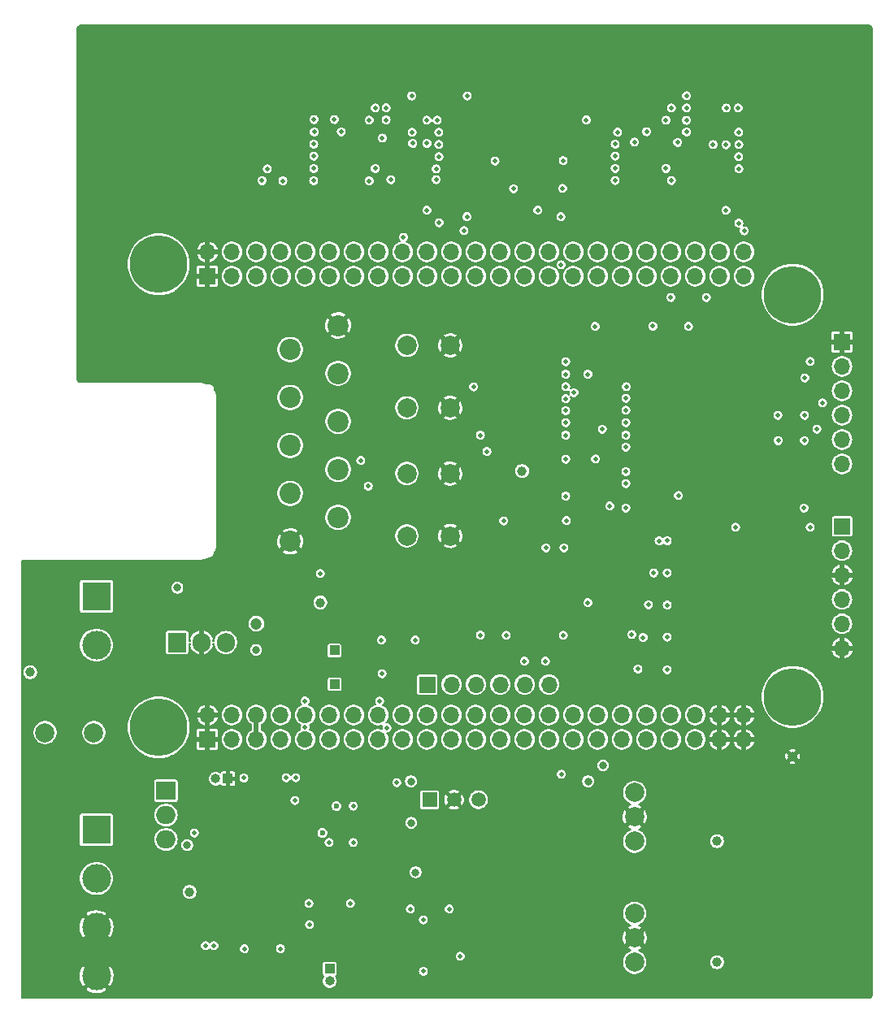
<source format=gbl>
G04 #@! TF.GenerationSoftware,KiCad,Pcbnew,5.0.2-bee76a0~70~ubuntu18.04.1*
G04 #@! TF.CreationDate,2019-07-08T18:19:28-05:00*
G04 #@! TF.ProjectId,BBB_SHIELD_V2,4242425f-5348-4494-954c-445f56322e6b,rev?*
G04 #@! TF.SameCoordinates,Original*
G04 #@! TF.FileFunction,Copper,L4,Bot*
G04 #@! TF.FilePolarity,Positive*
%FSLAX46Y46*%
G04 Gerber Fmt 4.6, Leading zero omitted, Abs format (unit mm)*
G04 Created by KiCad (PCBNEW 5.0.2-bee76a0~70~ubuntu18.04.1) date Mon 08 Jul 2019 06:19:28 PM CDT*
%MOMM*%
%LPD*%
G01*
G04 APERTURE LIST*
G04 #@! TA.AperFunction,ComponentPad*
%ADD10O,1.700000X1.700000*%
G04 #@! TD*
G04 #@! TA.AperFunction,ComponentPad*
%ADD11R,1.700000X1.700000*%
G04 #@! TD*
G04 #@! TA.AperFunction,ComponentPad*
%ADD12C,6.000000*%
G04 #@! TD*
G04 #@! TA.AperFunction,ComponentPad*
%ADD13R,3.000000X3.000000*%
G04 #@! TD*
G04 #@! TA.AperFunction,ComponentPad*
%ADD14C,3.000000*%
G04 #@! TD*
G04 #@! TA.AperFunction,ComponentPad*
%ADD15O,1.905000X2.000000*%
G04 #@! TD*
G04 #@! TA.AperFunction,ComponentPad*
%ADD16R,1.905000X2.000000*%
G04 #@! TD*
G04 #@! TA.AperFunction,ComponentPad*
%ADD17C,2.000000*%
G04 #@! TD*
G04 #@! TA.AperFunction,ComponentPad*
%ADD18R,2.000000X1.905000*%
G04 #@! TD*
G04 #@! TA.AperFunction,ComponentPad*
%ADD19O,2.000000X1.905000*%
G04 #@! TD*
G04 #@! TA.AperFunction,ComponentPad*
%ADD20C,1.520000*%
G04 #@! TD*
G04 #@! TA.AperFunction,ComponentPad*
%ADD21R,1.520000X1.520000*%
G04 #@! TD*
G04 #@! TA.AperFunction,ComponentPad*
%ADD22C,1.000000*%
G04 #@! TD*
G04 #@! TA.AperFunction,ComponentPad*
%ADD23O,1.000000X1.000000*%
G04 #@! TD*
G04 #@! TA.AperFunction,ComponentPad*
%ADD24R,1.000000X1.000000*%
G04 #@! TD*
G04 #@! TA.AperFunction,ComponentPad*
%ADD25C,2.200000*%
G04 #@! TD*
G04 #@! TA.AperFunction,ViaPad*
%ADD26C,0.400000*%
G04 #@! TD*
G04 #@! TA.AperFunction,ViaPad*
%ADD27C,1.000000*%
G04 #@! TD*
G04 #@! TA.AperFunction,ViaPad*
%ADD28C,1.500000*%
G04 #@! TD*
G04 #@! TA.AperFunction,ViaPad*
%ADD29C,0.600000*%
G04 #@! TD*
G04 #@! TA.AperFunction,ViaPad*
%ADD30C,0.500000*%
G04 #@! TD*
G04 #@! TA.AperFunction,ViaPad*
%ADD31C,1.200000*%
G04 #@! TD*
G04 #@! TA.AperFunction,ViaPad*
%ADD32C,0.800000*%
G04 #@! TD*
G04 #@! TA.AperFunction,Conductor*
%ADD33C,2.000000*%
G04 #@! TD*
G04 #@! TA.AperFunction,Conductor*
%ADD34C,0.500000*%
G04 #@! TD*
G04 #@! TA.AperFunction,Conductor*
%ADD35C,0.200000*%
G04 #@! TD*
G04 APERTURE END LIST*
D10*
G04 #@! TO.P,P9,46*
G04 #@! TO.N,GND*
X179940000Y-114270000D03*
G04 #@! TO.P,P9,45*
X179940000Y-116810000D03*
G04 #@! TO.P,P9,44*
X177400000Y-114270000D03*
G04 #@! TO.P,P9,43*
X177400000Y-116810000D03*
G04 #@! TO.P,P9,42*
G04 #@! TO.N,Net-(P9-Pad42)*
X174860000Y-114270000D03*
G04 #@! TO.P,P9,41*
G04 #@! TO.N,Net-(P9-Pad41)*
X174860000Y-116810000D03*
G04 #@! TO.P,P9,40*
G04 #@! TO.N,Net-(P9-Pad40)*
X172320000Y-114270000D03*
G04 #@! TO.P,P9,39*
G04 #@! TO.N,Net-(P9-Pad39)*
X172320000Y-116810000D03*
G04 #@! TO.P,P9,38*
G04 #@! TO.N,Net-(P9-Pad38)*
X169780000Y-114270000D03*
G04 #@! TO.P,P9,37*
G04 #@! TO.N,Net-(P9-Pad37)*
X169780000Y-116810000D03*
G04 #@! TO.P,P9,36*
G04 #@! TO.N,Net-(P9-Pad36)*
X167240000Y-114270000D03*
G04 #@! TO.P,P9,35*
G04 #@! TO.N,Net-(P9-Pad35)*
X167240000Y-116810000D03*
G04 #@! TO.P,P9,34*
G04 #@! TO.N,Net-(P9-Pad34)*
X164700000Y-114270000D03*
G04 #@! TO.P,P9,33*
G04 #@! TO.N,Net-(P9-Pad33)*
X164700000Y-116810000D03*
G04 #@! TO.P,P9,32*
G04 #@! TO.N,Net-(P9-Pad32)*
X162160000Y-114270000D03*
G04 #@! TO.P,P9,31*
G04 #@! TO.N,Net-(P9-Pad31)*
X162160000Y-116810000D03*
G04 #@! TO.P,P9,30*
G04 #@! TO.N,Net-(P9-Pad30)*
X159620000Y-114270000D03*
G04 #@! TO.P,P9,29*
G04 #@! TO.N,Net-(P9-Pad29)*
X159620000Y-116810000D03*
G04 #@! TO.P,P9,28*
G04 #@! TO.N,Net-(P9-Pad28)*
X157080000Y-114270000D03*
G04 #@! TO.P,P9,27*
G04 #@! TO.N,/BB_HEADERS/aux_1*
X157080000Y-116810000D03*
G04 #@! TO.P,P9,26*
G04 #@! TO.N,Net-(P9-Pad26)*
X154540000Y-114270000D03*
G04 #@! TO.P,P9,25*
G04 #@! TO.N,Net-(P9-Pad25)*
X154540000Y-116810000D03*
G04 #@! TO.P,P9,24*
G04 #@! TO.N,Net-(P9-Pad24)*
X152000000Y-114270000D03*
G04 #@! TO.P,P9,23*
G04 #@! TO.N,Net-(P9-Pad23)*
X152000000Y-116810000D03*
G04 #@! TO.P,P9,22*
G04 #@! TO.N,/BB_HEADERS/uart2_rxd_sw*
X149460000Y-114270000D03*
G04 #@! TO.P,P9,21*
G04 #@! TO.N,/BB_HEADERS/uart2_txd_sw*
X149460000Y-116810000D03*
G04 #@! TO.P,P9,20*
G04 #@! TO.N,/BB_HEADERS/SDA1*
X146920000Y-114270000D03*
G04 #@! TO.P,P9,19*
G04 #@! TO.N,/BB_HEADERS/SCL1*
X146920000Y-116810000D03*
G04 #@! TO.P,P9,18*
G04 #@! TO.N,Net-(P9-Pad18)*
X144380000Y-114270000D03*
G04 #@! TO.P,P9,17*
G04 #@! TO.N,Net-(P9-Pad17)*
X144380000Y-116810000D03*
G04 #@! TO.P,P9,16*
G04 #@! TO.N,Net-(P9-Pad16)*
X141840000Y-114270000D03*
G04 #@! TO.P,P9,15*
G04 #@! TO.N,Net-(P9-Pad15)*
X141840000Y-116810000D03*
G04 #@! TO.P,P9,14*
G04 #@! TO.N,Net-(P9-Pad14)*
X139300000Y-114270000D03*
G04 #@! TO.P,P9,13*
G04 #@! TO.N,/BB_HEADERS/uart4_txd_sw*
X139300000Y-116810000D03*
G04 #@! TO.P,P9,12*
G04 #@! TO.N,Net-(P9-Pad12)*
X136760000Y-114270000D03*
G04 #@! TO.P,P9,11*
G04 #@! TO.N,/BB_HEADERS/uart4_rxd_sw*
X136760000Y-116810000D03*
G04 #@! TO.P,P9,10*
G04 #@! TO.N,_SYS_RESETn*
X134220000Y-114270000D03*
G04 #@! TO.P,P9,9*
G04 #@! TO.N,_PWR_BUTT*
X134220000Y-116810000D03*
G04 #@! TO.P,P9,8*
G04 #@! TO.N,Net-(P9-Pad8)*
X131680000Y-114270000D03*
G04 #@! TO.P,P9,7*
G04 #@! TO.N,Net-(P9-Pad7)*
X131680000Y-116810000D03*
G04 #@! TO.P,P9,6*
G04 #@! TO.N,_VDD_5V_PROT*
X129140000Y-114270000D03*
G04 #@! TO.P,P9,5*
X129140000Y-116810000D03*
G04 #@! TO.P,P9,4*
G04 #@! TO.N,_VDD_3V3*
X126600000Y-114270000D03*
G04 #@! TO.P,P9,3*
X126600000Y-116810000D03*
G04 #@! TO.P,P9,2*
G04 #@! TO.N,GND*
X124060000Y-114270000D03*
D11*
G04 #@! TO.P,P9,1*
X124060000Y-116810000D03*
G04 #@! TD*
D12*
G04 #@! TO.P,REF\002A\002A,1*
G04 #@! TO.N,N/C*
X118980000Y-67280000D03*
G04 #@! TD*
G04 #@! TO.P,REF\002A\002A,1*
G04 #@! TO.N,N/C*
X118980000Y-115540000D03*
G04 #@! TD*
G04 #@! TO.P,REF\002A\002A,1*
G04 #@! TO.N,N/C*
X185020000Y-70455000D03*
G04 #@! TD*
G04 #@! TO.P,REF\002A\002A,1*
G04 #@! TO.N,N/C*
X185020000Y-112365000D03*
G04 #@! TD*
D10*
G04 #@! TO.P,P8,46*
G04 #@! TO.N,Net-(P8-Pad46)*
X179940000Y-66010000D03*
G04 #@! TO.P,P8,45*
G04 #@! TO.N,Net-(P8-Pad45)*
X179940000Y-68550000D03*
G04 #@! TO.P,P8,44*
G04 #@! TO.N,Net-(P8-Pad44)*
X177400000Y-66010000D03*
G04 #@! TO.P,P8,43*
G04 #@! TO.N,Net-(P8-Pad43)*
X177400000Y-68550000D03*
G04 #@! TO.P,P8,42*
G04 #@! TO.N,Net-(P8-Pad42)*
X174860000Y-66010000D03*
G04 #@! TO.P,P8,41*
G04 #@! TO.N,Net-(P8-Pad41)*
X174860000Y-68550000D03*
G04 #@! TO.P,P8,40*
G04 #@! TO.N,/BB_HEADERS/enable*
X172320000Y-66010000D03*
G04 #@! TO.P,P8,39*
G04 #@! TO.N,/BB_HEADERS/aux_2*
X172320000Y-68550000D03*
G04 #@! TO.P,P8,38*
G04 #@! TO.N,/BB_HEADERS/uart2_rtsn_sw*
X169780000Y-66010000D03*
G04 #@! TO.P,P8,37*
G04 #@! TO.N,/BB_HEADERS/uart2_ctsn_sw*
X169780000Y-68550000D03*
G04 #@! TO.P,P8,36*
G04 #@! TO.N,Net-(P8-Pad36)*
X167240000Y-66010000D03*
G04 #@! TO.P,P8,35*
G04 #@! TO.N,/BB_HEADERS/uart4_ctsn_sw*
X167240000Y-68550000D03*
G04 #@! TO.P,P8,34*
G04 #@! TO.N,Net-(P8-Pad34)*
X164700000Y-66010000D03*
G04 #@! TO.P,P8,33*
G04 #@! TO.N,/BB_HEADERS/uart4_rtsn_sw*
X164700000Y-68550000D03*
G04 #@! TO.P,P8,32*
G04 #@! TO.N,Net-(P8-Pad32)*
X162160000Y-66010000D03*
G04 #@! TO.P,P8,31*
G04 #@! TO.N,Net-(P8-Pad31)*
X162160000Y-68550000D03*
G04 #@! TO.P,P8,30*
G04 #@! TO.N,Net-(P8-Pad30)*
X159620000Y-66010000D03*
G04 #@! TO.P,P8,29*
G04 #@! TO.N,Net-(P8-Pad29)*
X159620000Y-68550000D03*
G04 #@! TO.P,P8,28*
G04 #@! TO.N,Net-(P8-Pad28)*
X157080000Y-66010000D03*
G04 #@! TO.P,P8,27*
G04 #@! TO.N,Net-(P8-Pad27)*
X157080000Y-68550000D03*
G04 #@! TO.P,P8,26*
G04 #@! TO.N,Net-(P8-Pad26)*
X154540000Y-66010000D03*
G04 #@! TO.P,P8,25*
G04 #@! TO.N,Net-(P8-Pad25)*
X154540000Y-68550000D03*
G04 #@! TO.P,P8,24*
G04 #@! TO.N,Net-(P8-Pad24)*
X152000000Y-66010000D03*
G04 #@! TO.P,P8,23*
G04 #@! TO.N,Net-(P8-Pad23)*
X152000000Y-68550000D03*
G04 #@! TO.P,P8,22*
G04 #@! TO.N,Net-(P8-Pad22)*
X149460000Y-66010000D03*
G04 #@! TO.P,P8,21*
G04 #@! TO.N,Net-(P8-Pad21)*
X149460000Y-68550000D03*
G04 #@! TO.P,P8,20*
G04 #@! TO.N,Net-(P8-Pad20)*
X146920000Y-66010000D03*
G04 #@! TO.P,P8,19*
G04 #@! TO.N,Net-(P8-Pad19)*
X146920000Y-68550000D03*
G04 #@! TO.P,P8,18*
G04 #@! TO.N,Net-(P8-Pad18)*
X144380000Y-66010000D03*
G04 #@! TO.P,P8,17*
G04 #@! TO.N,Net-(P8-Pad17)*
X144380000Y-68550000D03*
G04 #@! TO.P,P8,16*
G04 #@! TO.N,Net-(P8-Pad16)*
X141840000Y-66010000D03*
G04 #@! TO.P,P8,15*
G04 #@! TO.N,Net-(P8-Pad15)*
X141840000Y-68550000D03*
G04 #@! TO.P,P8,14*
G04 #@! TO.N,Net-(P8-Pad14)*
X139300000Y-66010000D03*
G04 #@! TO.P,P8,13*
G04 #@! TO.N,Net-(P8-Pad13)*
X139300000Y-68550000D03*
G04 #@! TO.P,P8,12*
G04 #@! TO.N,Net-(P8-Pad12)*
X136760000Y-66010000D03*
G04 #@! TO.P,P8,11*
G04 #@! TO.N,Net-(P8-Pad11)*
X136760000Y-68550000D03*
G04 #@! TO.P,P8,10*
G04 #@! TO.N,Net-(P8-Pad10)*
X134220000Y-66010000D03*
G04 #@! TO.P,P8,9*
G04 #@! TO.N,Net-(P8-Pad9)*
X134220000Y-68550000D03*
G04 #@! TO.P,P8,8*
G04 #@! TO.N,Net-(P8-Pad8)*
X131680000Y-66010000D03*
G04 #@! TO.P,P8,7*
G04 #@! TO.N,Net-(P8-Pad7)*
X131680000Y-68550000D03*
G04 #@! TO.P,P8,6*
G04 #@! TO.N,Net-(P8-Pad6)*
X129140000Y-66010000D03*
G04 #@! TO.P,P8,5*
G04 #@! TO.N,Net-(P8-Pad5)*
X129140000Y-68550000D03*
G04 #@! TO.P,P8,4*
G04 #@! TO.N,Net-(P8-Pad4)*
X126600000Y-66010000D03*
G04 #@! TO.P,P8,3*
G04 #@! TO.N,Net-(P8-Pad3)*
X126600000Y-68550000D03*
G04 #@! TO.P,P8,2*
G04 #@! TO.N,GND*
X124060000Y-66010000D03*
D11*
G04 #@! TO.P,P8,1*
X124060000Y-68550000D03*
G04 #@! TD*
D10*
G04 #@! TO.P,REF\002A\002A,6*
G04 #@! TO.N,N/C*
X159660000Y-111095000D03*
G04 #@! TO.P,REF\002A\002A,5*
X157120000Y-111095000D03*
G04 #@! TO.P,REF\002A\002A,4*
X154580000Y-111095000D03*
G04 #@! TO.P,REF\002A\002A,3*
X152040000Y-111095000D03*
G04 #@! TO.P,REF\002A\002A,2*
X149500000Y-111095000D03*
D11*
G04 #@! TO.P,REF\002A\002A,1*
X146960000Y-111095000D03*
G04 #@! TD*
D13*
G04 #@! TO.P,CONN5V5,1*
G04 #@! TO.N,_VDD_5V_PROT*
X112500000Y-101900000D03*
D14*
G04 #@! TO.P,CONN5V5,2*
X112500000Y-106980000D03*
G04 #@! TD*
D15*
G04 #@! TO.P,D1,3*
G04 #@! TO.N,/POWER_PROTECTION/VDD_24V_SHUNT*
X125980000Y-106700000D03*
G04 #@! TO.P,D1,2*
G04 #@! TO.N,GND*
X123440000Y-106700000D03*
D16*
G04 #@! TO.P,D1,1*
G04 #@! TO.N,_VDD_24V_PROT*
X120900000Y-106700000D03*
G04 #@! TD*
D17*
G04 #@! TO.P,F1,1*
G04 #@! TO.N,/POWER_PROTECTION/VDD_24V*
X107150000Y-116100000D03*
G04 #@! TO.P,F1,2*
G04 #@! TO.N,_VDD_24V_PROT*
X112230000Y-116110000D03*
G04 #@! TD*
D14*
G04 #@! TO.P,J1,4*
G04 #@! TO.N,GND*
X112500000Y-141460000D03*
D13*
G04 #@! TO.P,J1,1*
G04 #@! TO.N,/POWER_PROTECTION/VDD_24V*
X112500000Y-126220000D03*
D14*
G04 #@! TO.P,J1,2*
G04 #@! TO.N,_POWER_OUT*
X112500000Y-131300000D03*
G04 #@! TO.P,J1,3*
G04 #@! TO.N,GND*
X112500000Y-136380000D03*
G04 #@! TD*
D17*
G04 #@! TO.P,P12V1,3*
G04 #@! TO.N,_VDD_12V_PROT*
X168570000Y-127420000D03*
G04 #@! TO.P,P12V1,2*
G04 #@! TO.N,GND*
X168570000Y-124880000D03*
G04 #@! TO.P,P12V1,1*
G04 #@! TO.N,_VDD_24V_PROT*
X168570000Y-122340000D03*
G04 #@! TD*
G04 #@! TO.P,P5V1,1*
G04 #@! TO.N,_VDD_24V_PROT*
X168570000Y-134940000D03*
G04 #@! TO.P,P5V1,2*
G04 #@! TO.N,GND*
X168570000Y-137480000D03*
G04 #@! TO.P,P5V1,3*
G04 #@! TO.N,_VDD_5V_PROT*
X168570000Y-140020000D03*
G04 #@! TD*
D18*
G04 #@! TO.P,Q1,1*
G04 #@! TO.N,Net-(Q1-Pad1)*
X119750000Y-122150000D03*
D19*
G04 #@! TO.P,Q1,2*
G04 #@! TO.N,_VDD_24V_PROT*
X119750000Y-124690000D03*
G04 #@! TO.P,Q1,3*
G04 #@! TO.N,/FET/FET_OUT*
X119750000Y-127230000D03*
G04 #@! TD*
D17*
G04 #@! TO.P,swP1,2*
G04 #@! TO.N,GND*
X149350000Y-95600000D03*
G04 #@! TO.P,swP1,1*
G04 #@! TO.N,_PWR_BUTT*
X144850000Y-95600000D03*
G04 #@! TO.P,swP1,2*
G04 #@! TO.N,GND*
X149350000Y-89100000D03*
G04 #@! TO.P,swP1,1*
G04 #@! TO.N,_PWR_BUTT*
X144850000Y-89100000D03*
G04 #@! TD*
G04 #@! TO.P,swR1,1*
G04 #@! TO.N,_SYS_RESETn*
X144850000Y-75750000D03*
G04 #@! TO.P,swR1,2*
G04 #@! TO.N,GND*
X149350000Y-75750000D03*
G04 #@! TO.P,swR1,1*
G04 #@! TO.N,_SYS_RESETn*
X144850000Y-82250000D03*
G04 #@! TO.P,swR1,2*
G04 #@! TO.N,GND*
X149350000Y-82250000D03*
G04 #@! TD*
D20*
G04 #@! TO.P,TL1,3*
G04 #@! TO.N,Net-(C1-Pad1)*
X152300000Y-123100000D03*
D21*
G04 #@! TO.P,TL1,1*
G04 #@! TO.N,/POWER_PROTECTION/VDD_24V_SHUNT*
X147220000Y-123100000D03*
D20*
G04 #@! TO.P,TL1,2*
G04 #@! TO.N,GND*
X149760000Y-123100000D03*
G04 #@! TD*
D22*
G04 #@! TO.P,TP1,1*
G04 #@! TO.N,GND*
X185010000Y-118590000D03*
G04 #@! TD*
G04 #@! TO.P,TP2,1*
G04 #@! TO.N,_VDD_24V_PROT*
X105600000Y-109800000D03*
G04 #@! TD*
D23*
G04 #@! TO.P,TP7,2*
G04 #@! TO.N,Net-(Q1-Pad1)*
X124930000Y-120900000D03*
D24*
G04 #@! TO.P,TP7,1*
G04 #@! TO.N,GND*
X126200000Y-120900000D03*
G04 #@! TD*
D22*
G04 #@! TO.P,TP12V1,1*
G04 #@! TO.N,_VDD_12V_PROT*
X177160000Y-127420000D03*
G04 #@! TD*
G04 #@! TO.P,TP3V3REF1,1*
G04 #@! TO.N,/CONTROLLER/3V3_REF*
X135820000Y-102540000D03*
G04 #@! TD*
G04 #@! TO.P,TP5V1,1*
G04 #@! TO.N,_VDD_5V_PROT*
X177160000Y-140020000D03*
G04 #@! TD*
G04 #@! TO.P,TPCLK1,1*
G04 #@! TO.N,Net-(PIC1-Pad10)*
X156850000Y-88850000D03*
G04 #@! TD*
G04 #@! TO.P,TPFETOUT1,1*
G04 #@! TO.N,/FET/FET_OUT*
X122200000Y-132700000D03*
G04 #@! TD*
D24*
G04 #@! TO.P,TPSCL1,1*
G04 #@! TO.N,/BB_HEADERS/SCL1*
X137315001Y-111050000D03*
G04 #@! TD*
G04 #@! TO.P,TPSDA1,1*
G04 #@! TO.N,/BB_HEADERS/SDA1*
X137305001Y-107530000D03*
G04 #@! TD*
G04 #@! TO.P,TPSHUNT1,1*
G04 #@! TO.N,/FET/I_SENSE_P*
X136800000Y-140700000D03*
D23*
G04 #@! TO.P,TPSHUNT1,2*
G04 #@! TO.N,/FET/I_SENSE_N*
X136800000Y-141970000D03*
G04 #@! TD*
D25*
G04 #@! TO.P,J4,1*
G04 #@! TO.N,GND*
X137680000Y-73670000D03*
G04 #@! TO.P,J4,3*
G04 #@! TO.N,/RS232/U4RXD*
X137680000Y-78670000D03*
G04 #@! TO.P,J4,5*
G04 #@! TO.N,/RS232/U4TXD*
X137680000Y-83670000D03*
G04 #@! TO.P,J4,7*
G04 #@! TO.N,/RS232/U2RTSN*
X137680000Y-88670000D03*
G04 #@! TO.P,J4,9*
G04 #@! TO.N,/RS232/U2CTSN*
X137680000Y-93670000D03*
G04 #@! TO.P,J4,2*
G04 #@! TO.N,/RS232/U4CTSN*
X132680000Y-76170000D03*
G04 #@! TO.P,J4,4*
G04 #@! TO.N,/RS232/U4RTSN*
X132680000Y-81170000D03*
G04 #@! TO.P,J4,6*
G04 #@! TO.N,/RS232/U2TXD*
X132680000Y-86170000D03*
G04 #@! TO.P,J4,8*
G04 #@! TO.N,/RS232/U2RXD*
X132680000Y-91170000D03*
G04 #@! TO.P,J4,10*
G04 #@! TO.N,GND*
X132680000Y-96170000D03*
G04 #@! TD*
D10*
G04 #@! TO.P,J2,6*
G04 #@! TO.N,GND*
X190180000Y-107310000D03*
G04 #@! TO.P,J2,5*
G04 #@! TO.N,/CONTROLLER/PGEC*
X190180000Y-104770000D03*
G04 #@! TO.P,J2,4*
G04 #@! TO.N,/CONTROLLER/PGED*
X190180000Y-102230000D03*
G04 #@! TO.P,J2,3*
G04 #@! TO.N,GND*
X190180000Y-99690000D03*
G04 #@! TO.P,J2,2*
G04 #@! TO.N,_VDD_3V3*
X190180000Y-97150000D03*
D11*
G04 #@! TO.P,J2,1*
G04 #@! TO.N,/CONTROLLER/~MCLR*
X190180000Y-94610000D03*
G04 #@! TD*
G04 #@! TO.P,J3,1*
G04 #@! TO.N,GND*
X190180000Y-75400000D03*
D10*
G04 #@! TO.P,J3,2*
G04 #@! TO.N,Net-(J3-Pad2)*
X190180000Y-77940000D03*
G04 #@! TO.P,J3,3*
G04 #@! TO.N,Net-(J3-Pad3)*
X190180000Y-80480000D03*
G04 #@! TO.P,J3,4*
G04 #@! TO.N,/CONTROLLER/U1RX*
X190180000Y-83020000D03*
G04 #@! TO.P,J3,5*
G04 #@! TO.N,/CONTROLLER/U1TX*
X190180000Y-85560000D03*
G04 #@! TO.P,J3,6*
G04 #@! TO.N,Net-(J3-Pad6)*
X190180000Y-88100000D03*
G04 #@! TD*
D26*
G04 #@! TO.N,GND*
X139850000Y-121050000D03*
D27*
X124100000Y-129100000D03*
X126300000Y-109800000D03*
X124100000Y-130940000D03*
D28*
X138200000Y-125450000D03*
X143950000Y-136330000D03*
X143950000Y-139330000D03*
X143950000Y-142230000D03*
X149900000Y-142270000D03*
X154900000Y-142270000D03*
X154900000Y-139470000D03*
X154900000Y-136370000D03*
X154900000Y-133470000D03*
X154800000Y-130700000D03*
X154800000Y-127900000D03*
D29*
X136800000Y-132600000D03*
D30*
X147500000Y-135570000D03*
D28*
X159240000Y-124160000D03*
X159210000Y-126620000D03*
X159190000Y-128960000D03*
X159200000Y-131370000D03*
X159180000Y-133770000D03*
X159150000Y-136200000D03*
X159160000Y-138610000D03*
X159160000Y-141000000D03*
X143950000Y-133419990D03*
X181200000Y-120140000D03*
X181200000Y-123230000D03*
X181140000Y-132720000D03*
X181140000Y-135850000D03*
X134300000Y-107450000D03*
X179400000Y-110950000D03*
X179450000Y-107450000D03*
X179450000Y-104000000D03*
X179500000Y-100600000D03*
X179500000Y-97550000D03*
X162400000Y-86350000D03*
X167200000Y-78750000D03*
X140150000Y-49800000D03*
X171550000Y-49850000D03*
X174360000Y-75570000D03*
X175820000Y-80120000D03*
X175820000Y-82820000D03*
X175820000Y-85530000D03*
X175820000Y-88220000D03*
X153550000Y-92720000D03*
X153550000Y-95420000D03*
X153550000Y-98130000D03*
X153550000Y-100830000D03*
X152630000Y-52460000D03*
X145800000Y-57330000D03*
X131990000Y-50970000D03*
X121500000Y-58090000D03*
X121540000Y-52580000D03*
X163370000Y-50940000D03*
X173440000Y-57370000D03*
D26*
X140600000Y-121050000D03*
X139850000Y-121800000D03*
X140600000Y-121800000D03*
X141350000Y-121800000D03*
X139850000Y-122550000D03*
X140600000Y-122550000D03*
X141350000Y-122550000D03*
X141349999Y-121050001D03*
D28*
X152374022Y-58199937D03*
X129300000Y-102550000D03*
X129100000Y-99550000D03*
D30*
X154950000Y-78400000D03*
D27*
X144225000Y-122325000D03*
D31*
G04 #@! TO.N,_VDD_5V_PROT*
X129150000Y-104750000D03*
D32*
X129140000Y-107475000D03*
D30*
G04 #@! TO.N,/BB_HEADERS/aux_2*
X172340000Y-70760000D03*
G04 #@! TO.N,/BB_HEADERS/enable*
X176050000Y-70750000D03*
G04 #@! TO.N,/BB_HEADERS/aux_1*
X157100000Y-108650000D03*
G04 #@! TO.N,/BB_HEADERS/SDA1*
X167650000Y-88900000D03*
X140040000Y-87740000D03*
X142200000Y-106450000D03*
X145700000Y-106450000D03*
G04 #@! TO.N,/BB_HEADERS/SCL1*
X167650000Y-90150000D03*
X140820000Y-90419996D03*
X142250000Y-109950000D03*
G04 #@! TO.N,_SYS_RESETn*
X142000000Y-112810000D03*
X134230000Y-112790000D03*
G04 #@! TO.N,_PWR_BUTT*
X142761392Y-115589211D03*
X134234443Y-115569933D03*
G04 #@! TO.N,/BB_HEADERS/uart4_rtsn_sw*
X145340000Y-49750000D03*
X151120000Y-49750000D03*
X151100000Y-62340000D03*
X160880000Y-62340000D03*
X160910000Y-67340000D03*
G04 #@! TO.N,/BB_HEADERS/uart4_ctsn_sw*
X145400000Y-53550000D03*
X144490000Y-64499998D03*
G04 #@! TO.N,/BB_HEADERS/uart2_ctsn_sw*
X173970000Y-49740000D03*
X173040000Y-54610000D03*
X168549998Y-54560000D03*
G04 #@! TO.N,/BB_HEADERS/uart2_rtsn_sw*
X173970000Y-53510000D03*
X169810000Y-53490000D03*
G04 #@! TO.N,/BB_HEADERS/uart2_rxd_sw*
X179400000Y-53530000D03*
X179980000Y-63820000D03*
X150800000Y-63800000D03*
G04 #@! TO.N,/BB_HEADERS/uart2_txd_sw*
X179420000Y-57340000D03*
X179420001Y-63010000D03*
X148200000Y-62960000D03*
G04 #@! TO.N,/BB_HEADERS/uart4_txd_sw*
X143170000Y-58480000D03*
X147890000Y-58470000D03*
X147890000Y-57350000D03*
G04 #@! TO.N,/BB_HEADERS/uart4_rxd_sw*
X148170000Y-53540000D03*
X142290000Y-54150000D03*
D29*
G04 #@! TO.N,/FET/FET_OUT*
X136050000Y-126550000D03*
X137503067Y-123751993D03*
D30*
X122700000Y-126550000D03*
G04 #@! TO.N,Net-(C2-Pad1)*
X139250001Y-123749999D03*
X136737500Y-127550000D03*
X139250000Y-127550000D03*
D32*
G04 #@! TO.N,_VDD_12V_PROT*
X163730000Y-121170000D03*
X145275000Y-121175000D03*
X145299994Y-125500000D03*
D30*
G04 #@! TO.N,/CONTROLLER/3V3_REF*
X161400000Y-78750000D03*
X163700000Y-102550000D03*
X163700000Y-78750000D03*
X135825000Y-99525000D03*
D32*
G04 #@! TO.N,_VDD_24V_PROT*
X120930000Y-101010000D03*
X145750000Y-130650000D03*
X165281611Y-119528391D03*
X121950000Y-127825000D03*
D30*
X127910000Y-138620000D03*
X131680000Y-138610000D03*
G04 #@! TO.N,/POWER_PROTECTION/VDD_24V_SHUNT*
X133175000Y-123175000D03*
X132275000Y-120800000D03*
X127875000Y-120825000D03*
G04 #@! TO.N,/CONTROLLER/HMI1\005CRB15*
X171950000Y-96100000D03*
X167700000Y-80050000D03*
X171110000Y-96110000D03*
G04 #@! TO.N,/CONTROLLER/HMI2\005CRB14*
X171950000Y-99450000D03*
X167650000Y-81250000D03*
X170560000Y-99450000D03*
G04 #@! TO.N,/CONTROLLER/HMI3\005CRB13*
X171950000Y-102800000D03*
X167650000Y-82500000D03*
X170010000Y-102780000D03*
G04 #@! TO.N,/CONTROLLER/PWM_HTBT*
X171950000Y-109550000D03*
X167650000Y-85100000D03*
X168910000Y-109470000D03*
G04 #@! TO.N,/RS232/U4TXD*
X137290000Y-52220000D03*
X135170000Y-52210000D03*
G04 #@! TO.N,/RS232/U4RXD*
X138010000Y-53500000D03*
X135190000Y-53510000D03*
G04 #@! TO.N,/BB_HEADERS/uart4_rxd*
X135140000Y-54780000D03*
X148170000Y-54820000D03*
G04 #@! TO.N,/BB_HEADERS/uart4_txd*
X135140000Y-56030000D03*
X148190000Y-56080000D03*
G04 #@! TO.N,/BB_HEADERS/uart4_rtsn*
X135140000Y-57320000D03*
X142690000Y-50990000D03*
X141540000Y-57320000D03*
X141550000Y-51010000D03*
G04 #@! TO.N,/BB_HEADERS/uart4_ctsn*
X135130000Y-58590000D03*
X142690000Y-52250000D03*
X140920000Y-58600000D03*
X140920000Y-52270000D03*
G04 #@! TO.N,/RS232/U4CTSN*
X131930000Y-58600000D03*
X129760000Y-58580000D03*
G04 #@! TO.N,/RS232/U4RTSN*
X130310000Y-57350000D03*
G04 #@! TO.N,/RS232/U2RTSN*
X153180000Y-86800000D03*
X154020010Y-56529990D03*
X161130000Y-56490000D03*
G04 #@! TO.N,/RS232/U2CTSN*
X154920000Y-94050000D03*
X161070000Y-59400000D03*
X155960001Y-59430000D03*
G04 #@! TO.N,/BB_HEADERS/uart2_ctsn*
X166530000Y-58570000D03*
X173970000Y-51010000D03*
X172410000Y-58570000D03*
X172410000Y-51010000D03*
G04 #@! TO.N,/BB_HEADERS/uart2_rtsn*
X166530000Y-57310000D03*
X173960000Y-52290000D03*
X171839999Y-57310000D03*
X171839999Y-52280000D03*
G04 #@! TO.N,/BB_HEADERS/uart2_txd*
X166530000Y-56030000D03*
X179400000Y-56080000D03*
G04 #@! TO.N,/BB_HEADERS/uart2_rxd*
X166530000Y-54780000D03*
X179420000Y-54820000D03*
G04 #@! TO.N,/RS232/U2RXD*
X166790000Y-53530000D03*
X165980000Y-92480000D03*
G04 #@! TO.N,/RS232/U2TXD*
X165210000Y-84490000D03*
X163540000Y-52260000D03*
G04 #@! TO.N,/CONTROLLER/~MCLR*
X161400000Y-77450000D03*
X186850000Y-77430000D03*
X179100000Y-94700000D03*
X186850000Y-94700000D03*
G04 #@! TO.N,/CONTROLLER/PGED*
X161400000Y-81300000D03*
X188150000Y-81750000D03*
G04 #@! TO.N,/CONTROLLER/PGEC*
X161400000Y-82550000D03*
X187550000Y-84480000D03*
G04 #@! TO.N,/CONTROLLER/U1TX*
X167650000Y-92700000D03*
X186220000Y-92710000D03*
X183525000Y-85675000D03*
X186250000Y-85675000D03*
G04 #@! TO.N,/CONTROLLER/U1RX*
X161400000Y-83800000D03*
X162260000Y-80680000D03*
X186300000Y-79130000D03*
X183500000Y-83025000D03*
X186275000Y-83025000D03*
G04 #@! TO.N,/CONTROLLER/I_SENSE*
X161400000Y-80050000D03*
X151790000Y-80070000D03*
X150400002Y-139400000D03*
G04 #@! TO.N,/CONTROLLER/aux_1*
X161400000Y-85100000D03*
X155200000Y-105950000D03*
X152500000Y-105930000D03*
X152500000Y-85100000D03*
G04 #@! TO.N,/CONTROLLER/aux_2*
X161400000Y-87600000D03*
X170470000Y-73750000D03*
X164460000Y-73760000D03*
X164490000Y-87590000D03*
G04 #@! TO.N,/CONTROLLER/enable*
X161400000Y-91450000D03*
X174180000Y-73770000D03*
X173130000Y-91390000D03*
G04 #@! TO.N,/CONTROLLER/RS232_enable*
X161450000Y-94000000D03*
X161200000Y-96850000D03*
G04 #@! TO.N,/CONTROLLER/PWM_FET_L*
X167650000Y-86350000D03*
X161150000Y-105950000D03*
X168280000Y-105880000D03*
G04 #@! TO.N,Net-(Q1-Pad1)*
X133260000Y-120800000D03*
G04 #@! TO.N,/BB_HEADERS/RS232_enable*
X159330000Y-96850000D03*
X158470000Y-61660000D03*
X178090000Y-61670000D03*
X178110000Y-51000000D03*
X176750000Y-54820000D03*
X179360000Y-51000000D03*
X146930000Y-61660000D03*
X146930000Y-52270000D03*
X147990000Y-52280000D03*
X145440000Y-54700010D03*
X146930000Y-54700010D03*
X178090000Y-54829990D03*
G04 #@! TO.N,/CONTROLLER/PWM_FET*
X143800000Y-121300000D03*
X160930000Y-120430000D03*
X159280000Y-108650000D03*
G04 #@! TO.N,Net-(R23-Pad2)*
X146550000Y-135620000D03*
X149250000Y-134470000D03*
G04 #@! TO.N,Net-(R24-Pad1)*
X138950000Y-133900000D03*
X145200000Y-134470000D03*
X146550000Y-140970000D03*
G04 #@! TO.N,/FET/I_SENSE_P*
X124750000Y-138300000D03*
X134650000Y-133900000D03*
G04 #@! TO.N,/FET/I_SENSE_N*
X123850000Y-138300000D03*
X134700000Y-136100000D03*
G04 #@! TO.N,/CONTROLLER/HMI3\005CRB12*
X171950000Y-106150000D03*
X167650000Y-83800000D03*
X169460000Y-106180000D03*
G04 #@! TD*
D33*
G04 #@! TO.N,GND*
X112500000Y-136380000D02*
X112500000Y-141460000D01*
D34*
G04 #@! TO.N,_VDD_5V_PROT*
X129140000Y-114270000D02*
X129140000Y-116810000D01*
G04 #@! TD*
D35*
G04 #@! TO.N,GND*
G36*
X193003307Y-42414464D02*
X193099567Y-42454336D01*
X193182232Y-42517768D01*
X193245664Y-42600433D01*
X193285536Y-42696693D01*
X193300000Y-42806559D01*
X193300000Y-143394010D01*
X193285557Y-143503795D01*
X193245738Y-143600002D01*
X193182391Y-143682639D01*
X193140274Y-143715000D01*
X104775000Y-143715000D01*
X104775000Y-142814172D01*
X111357960Y-142814172D01*
X111532252Y-143047187D01*
X111860491Y-143205487D01*
X112213307Y-143296711D01*
X112577140Y-143317350D01*
X112938010Y-143266612D01*
X113282046Y-143146447D01*
X113467748Y-143047187D01*
X113642040Y-142814172D01*
X112500000Y-141672132D01*
X111357960Y-142814172D01*
X104775000Y-142814172D01*
X104775000Y-141537140D01*
X110642650Y-141537140D01*
X110693388Y-141898010D01*
X110813553Y-142242046D01*
X110912813Y-142427748D01*
X111145828Y-142602040D01*
X112287868Y-141460000D01*
X112712132Y-141460000D01*
X113854172Y-142602040D01*
X114087187Y-142427748D01*
X114245487Y-142099509D01*
X114278972Y-141970000D01*
X135996130Y-141970000D01*
X136011576Y-142126827D01*
X136057321Y-142277628D01*
X136131607Y-142416606D01*
X136231578Y-142538422D01*
X136353394Y-142638393D01*
X136492372Y-142712679D01*
X136643173Y-142758424D01*
X136760707Y-142770000D01*
X136839293Y-142770000D01*
X136956827Y-142758424D01*
X137107628Y-142712679D01*
X137246606Y-142638393D01*
X137368422Y-142538422D01*
X137468393Y-142416606D01*
X137542679Y-142277628D01*
X137588424Y-142126827D01*
X137603870Y-141970000D01*
X137588424Y-141813173D01*
X137542679Y-141662372D01*
X137468393Y-141523394D01*
X137426616Y-141472488D01*
X137467477Y-141450647D01*
X137513158Y-141413158D01*
X137550647Y-141367477D01*
X137578504Y-141315360D01*
X137595659Y-141258810D01*
X137601451Y-141200000D01*
X137601451Y-140915830D01*
X146000000Y-140915830D01*
X146000000Y-141024170D01*
X146021136Y-141130429D01*
X146062597Y-141230523D01*
X146122787Y-141320604D01*
X146199396Y-141397213D01*
X146289477Y-141457403D01*
X146389571Y-141498864D01*
X146495830Y-141520000D01*
X146604170Y-141520000D01*
X146710429Y-141498864D01*
X146810523Y-141457403D01*
X146900604Y-141397213D01*
X146977213Y-141320604D01*
X147037403Y-141230523D01*
X147078864Y-141130429D01*
X147100000Y-141024170D01*
X147100000Y-140915830D01*
X147078864Y-140809571D01*
X147037403Y-140709477D01*
X146977213Y-140619396D01*
X146900604Y-140542787D01*
X146810523Y-140482597D01*
X146710429Y-140441136D01*
X146604170Y-140420000D01*
X146495830Y-140420000D01*
X146389571Y-140441136D01*
X146289477Y-140482597D01*
X146199396Y-140542787D01*
X146122787Y-140619396D01*
X146062597Y-140709477D01*
X146021136Y-140809571D01*
X146000000Y-140915830D01*
X137601451Y-140915830D01*
X137601451Y-140200000D01*
X137595659Y-140141190D01*
X137578504Y-140084640D01*
X137550647Y-140032523D01*
X137513158Y-139986842D01*
X137467477Y-139949353D01*
X137415360Y-139921496D01*
X137358810Y-139904341D01*
X137300000Y-139898549D01*
X136300000Y-139898549D01*
X136241190Y-139904341D01*
X136184640Y-139921496D01*
X136132523Y-139949353D01*
X136086842Y-139986842D01*
X136049353Y-140032523D01*
X136021496Y-140084640D01*
X136004341Y-140141190D01*
X135998549Y-140200000D01*
X135998549Y-141200000D01*
X136004341Y-141258810D01*
X136021496Y-141315360D01*
X136049353Y-141367477D01*
X136086842Y-141413158D01*
X136132523Y-141450647D01*
X136173384Y-141472488D01*
X136131607Y-141523394D01*
X136057321Y-141662372D01*
X136011576Y-141813173D01*
X135996130Y-141970000D01*
X114278972Y-141970000D01*
X114336711Y-141746693D01*
X114357350Y-141382860D01*
X114306612Y-141021990D01*
X114186447Y-140677954D01*
X114087187Y-140492252D01*
X113854172Y-140317960D01*
X112712132Y-141460000D01*
X112287868Y-141460000D01*
X111145828Y-140317960D01*
X110912813Y-140492252D01*
X110754513Y-140820491D01*
X110663289Y-141173307D01*
X110642650Y-141537140D01*
X104775000Y-141537140D01*
X104775000Y-140105828D01*
X111357960Y-140105828D01*
X112500000Y-141247868D01*
X113642040Y-140105828D01*
X113467748Y-139872813D01*
X113139509Y-139714513D01*
X112786693Y-139623289D01*
X112422860Y-139602650D01*
X112061990Y-139653388D01*
X111717954Y-139773553D01*
X111532252Y-139872813D01*
X111357960Y-140105828D01*
X104775000Y-140105828D01*
X104775000Y-139345830D01*
X149850002Y-139345830D01*
X149850002Y-139454170D01*
X149871138Y-139560429D01*
X149912599Y-139660523D01*
X149972789Y-139750604D01*
X150049398Y-139827213D01*
X150139479Y-139887403D01*
X150239573Y-139928864D01*
X150345832Y-139950000D01*
X150454172Y-139950000D01*
X150560431Y-139928864D01*
X150649521Y-139891961D01*
X167270000Y-139891961D01*
X167270000Y-140148039D01*
X167319958Y-140399196D01*
X167417955Y-140635781D01*
X167560224Y-140848702D01*
X167741298Y-141029776D01*
X167954219Y-141172045D01*
X168190804Y-141270042D01*
X168441961Y-141320000D01*
X168698039Y-141320000D01*
X168949196Y-141270042D01*
X169185781Y-141172045D01*
X169398702Y-141029776D01*
X169579776Y-140848702D01*
X169722045Y-140635781D01*
X169820042Y-140399196D01*
X169870000Y-140148039D01*
X169870000Y-139941207D01*
X176360000Y-139941207D01*
X176360000Y-140098793D01*
X176390743Y-140253351D01*
X176451049Y-140398942D01*
X176538599Y-140529970D01*
X176650030Y-140641401D01*
X176781058Y-140728951D01*
X176926649Y-140789257D01*
X177081207Y-140820000D01*
X177238793Y-140820000D01*
X177393351Y-140789257D01*
X177538942Y-140728951D01*
X177669970Y-140641401D01*
X177781401Y-140529970D01*
X177868951Y-140398942D01*
X177929257Y-140253351D01*
X177960000Y-140098793D01*
X177960000Y-139941207D01*
X177929257Y-139786649D01*
X177868951Y-139641058D01*
X177781401Y-139510030D01*
X177669970Y-139398599D01*
X177538942Y-139311049D01*
X177393351Y-139250743D01*
X177238793Y-139220000D01*
X177081207Y-139220000D01*
X176926649Y-139250743D01*
X176781058Y-139311049D01*
X176650030Y-139398599D01*
X176538599Y-139510030D01*
X176451049Y-139641058D01*
X176390743Y-139786649D01*
X176360000Y-139941207D01*
X169870000Y-139941207D01*
X169870000Y-139891961D01*
X169820042Y-139640804D01*
X169722045Y-139404219D01*
X169579776Y-139191298D01*
X169398702Y-139010224D01*
X169185781Y-138867955D01*
X168962326Y-138775397D01*
X169177368Y-138692964D01*
X169241107Y-138658895D01*
X169354985Y-138477117D01*
X168570000Y-137692132D01*
X167785015Y-138477117D01*
X167898893Y-138658895D01*
X168141779Y-138767169D01*
X168177811Y-138775340D01*
X167954219Y-138867955D01*
X167741298Y-139010224D01*
X167560224Y-139191298D01*
X167417955Y-139404219D01*
X167319958Y-139640804D01*
X167270000Y-139891961D01*
X150649521Y-139891961D01*
X150660525Y-139887403D01*
X150750606Y-139827213D01*
X150827215Y-139750604D01*
X150887405Y-139660523D01*
X150928866Y-139560429D01*
X150950002Y-139454170D01*
X150950002Y-139345830D01*
X150928866Y-139239571D01*
X150887405Y-139139477D01*
X150827215Y-139049396D01*
X150750606Y-138972787D01*
X150660525Y-138912597D01*
X150560431Y-138871136D01*
X150454172Y-138850000D01*
X150345832Y-138850000D01*
X150239573Y-138871136D01*
X150139479Y-138912597D01*
X150049398Y-138972787D01*
X149972789Y-139049396D01*
X149912599Y-139139477D01*
X149871138Y-139239571D01*
X149850002Y-139345830D01*
X104775000Y-139345830D01*
X104775000Y-138245830D01*
X123300000Y-138245830D01*
X123300000Y-138354170D01*
X123321136Y-138460429D01*
X123362597Y-138560523D01*
X123422787Y-138650604D01*
X123499396Y-138727213D01*
X123589477Y-138787403D01*
X123689571Y-138828864D01*
X123795830Y-138850000D01*
X123904170Y-138850000D01*
X124010429Y-138828864D01*
X124110523Y-138787403D01*
X124200604Y-138727213D01*
X124277213Y-138650604D01*
X124300000Y-138616501D01*
X124322787Y-138650604D01*
X124399396Y-138727213D01*
X124489477Y-138787403D01*
X124589571Y-138828864D01*
X124695830Y-138850000D01*
X124804170Y-138850000D01*
X124910429Y-138828864D01*
X125010523Y-138787403D01*
X125100604Y-138727213D01*
X125177213Y-138650604D01*
X125233856Y-138565830D01*
X127360000Y-138565830D01*
X127360000Y-138674170D01*
X127381136Y-138780429D01*
X127422597Y-138880523D01*
X127482787Y-138970604D01*
X127559396Y-139047213D01*
X127649477Y-139107403D01*
X127749571Y-139148864D01*
X127855830Y-139170000D01*
X127964170Y-139170000D01*
X128070429Y-139148864D01*
X128170523Y-139107403D01*
X128260604Y-139047213D01*
X128337213Y-138970604D01*
X128397403Y-138880523D01*
X128438864Y-138780429D01*
X128460000Y-138674170D01*
X128460000Y-138565830D01*
X128458011Y-138555830D01*
X131130000Y-138555830D01*
X131130000Y-138664170D01*
X131151136Y-138770429D01*
X131192597Y-138870523D01*
X131252787Y-138960604D01*
X131329396Y-139037213D01*
X131419477Y-139097403D01*
X131519571Y-139138864D01*
X131625830Y-139160000D01*
X131734170Y-139160000D01*
X131840429Y-139138864D01*
X131940523Y-139097403D01*
X132030604Y-139037213D01*
X132107213Y-138960604D01*
X132167403Y-138870523D01*
X132208864Y-138770429D01*
X132230000Y-138664170D01*
X132230000Y-138555830D01*
X132208864Y-138449571D01*
X132167403Y-138349477D01*
X132107213Y-138259396D01*
X132030604Y-138182787D01*
X131940523Y-138122597D01*
X131840429Y-138081136D01*
X131734170Y-138060000D01*
X131625830Y-138060000D01*
X131519571Y-138081136D01*
X131419477Y-138122597D01*
X131329396Y-138182787D01*
X131252787Y-138259396D01*
X131192597Y-138349477D01*
X131151136Y-138449571D01*
X131130000Y-138555830D01*
X128458011Y-138555830D01*
X128438864Y-138459571D01*
X128397403Y-138359477D01*
X128337213Y-138269396D01*
X128260604Y-138192787D01*
X128170523Y-138132597D01*
X128070429Y-138091136D01*
X127964170Y-138070000D01*
X127855830Y-138070000D01*
X127749571Y-138091136D01*
X127649477Y-138132597D01*
X127559396Y-138192787D01*
X127482787Y-138269396D01*
X127422597Y-138359477D01*
X127381136Y-138459571D01*
X127360000Y-138565830D01*
X125233856Y-138565830D01*
X125237403Y-138560523D01*
X125278864Y-138460429D01*
X125300000Y-138354170D01*
X125300000Y-138245830D01*
X125278864Y-138139571D01*
X125237403Y-138039477D01*
X125177213Y-137949396D01*
X125100604Y-137872787D01*
X125010523Y-137812597D01*
X124910429Y-137771136D01*
X124804170Y-137750000D01*
X124695830Y-137750000D01*
X124589571Y-137771136D01*
X124489477Y-137812597D01*
X124399396Y-137872787D01*
X124322787Y-137949396D01*
X124300000Y-137983499D01*
X124277213Y-137949396D01*
X124200604Y-137872787D01*
X124110523Y-137812597D01*
X124010429Y-137771136D01*
X123904170Y-137750000D01*
X123795830Y-137750000D01*
X123689571Y-137771136D01*
X123589477Y-137812597D01*
X123499396Y-137872787D01*
X123422787Y-137949396D01*
X123362597Y-138039477D01*
X123321136Y-138139571D01*
X123300000Y-138245830D01*
X104775000Y-138245830D01*
X104775000Y-137734172D01*
X111357960Y-137734172D01*
X111532252Y-137967187D01*
X111860491Y-138125487D01*
X112213307Y-138216711D01*
X112577140Y-138237350D01*
X112938010Y-138186612D01*
X113282046Y-138066447D01*
X113467748Y-137967187D01*
X113642040Y-137734172D01*
X113484822Y-137576954D01*
X167216938Y-137576954D01*
X167261851Y-137839060D01*
X167357036Y-138087368D01*
X167391105Y-138151107D01*
X167572883Y-138264985D01*
X168357868Y-137480000D01*
X168782132Y-137480000D01*
X169567117Y-138264985D01*
X169748895Y-138151107D01*
X169857169Y-137908221D01*
X169915978Y-137648879D01*
X169923062Y-137383046D01*
X169878149Y-137120940D01*
X169782964Y-136872632D01*
X169748895Y-136808893D01*
X169567117Y-136695015D01*
X168782132Y-137480000D01*
X168357868Y-137480000D01*
X167572883Y-136695015D01*
X167391105Y-136808893D01*
X167282831Y-137051779D01*
X167224022Y-137311121D01*
X167216938Y-137576954D01*
X113484822Y-137576954D01*
X112500000Y-136592132D01*
X111357960Y-137734172D01*
X104775000Y-137734172D01*
X104775000Y-136457140D01*
X110642650Y-136457140D01*
X110693388Y-136818010D01*
X110813553Y-137162046D01*
X110912813Y-137347748D01*
X111145828Y-137522040D01*
X112287868Y-136380000D01*
X112712132Y-136380000D01*
X113854172Y-137522040D01*
X114087187Y-137347748D01*
X114245487Y-137019509D01*
X114336711Y-136666693D01*
X114357350Y-136302860D01*
X114321212Y-136045830D01*
X134150000Y-136045830D01*
X134150000Y-136154170D01*
X134171136Y-136260429D01*
X134212597Y-136360523D01*
X134272787Y-136450604D01*
X134349396Y-136527213D01*
X134439477Y-136587403D01*
X134539571Y-136628864D01*
X134645830Y-136650000D01*
X134754170Y-136650000D01*
X134860429Y-136628864D01*
X134960523Y-136587403D01*
X135050604Y-136527213D01*
X135127213Y-136450604D01*
X135187403Y-136360523D01*
X135228864Y-136260429D01*
X135250000Y-136154170D01*
X135250000Y-136045830D01*
X135228864Y-135939571D01*
X135187403Y-135839477D01*
X135127213Y-135749396D01*
X135050604Y-135672787D01*
X134960523Y-135612597D01*
X134860429Y-135571136D01*
X134833754Y-135565830D01*
X146000000Y-135565830D01*
X146000000Y-135674170D01*
X146021136Y-135780429D01*
X146062597Y-135880523D01*
X146122787Y-135970604D01*
X146199396Y-136047213D01*
X146289477Y-136107403D01*
X146389571Y-136148864D01*
X146495830Y-136170000D01*
X146604170Y-136170000D01*
X146710429Y-136148864D01*
X146810523Y-136107403D01*
X146900604Y-136047213D01*
X146977213Y-135970604D01*
X147037403Y-135880523D01*
X147078864Y-135780429D01*
X147100000Y-135674170D01*
X147100000Y-135565830D01*
X147078864Y-135459571D01*
X147037403Y-135359477D01*
X146977213Y-135269396D01*
X146900604Y-135192787D01*
X146810523Y-135132597D01*
X146710429Y-135091136D01*
X146604170Y-135070000D01*
X146495830Y-135070000D01*
X146389571Y-135091136D01*
X146289477Y-135132597D01*
X146199396Y-135192787D01*
X146122787Y-135269396D01*
X146062597Y-135359477D01*
X146021136Y-135459571D01*
X146000000Y-135565830D01*
X134833754Y-135565830D01*
X134754170Y-135550000D01*
X134645830Y-135550000D01*
X134539571Y-135571136D01*
X134439477Y-135612597D01*
X134349396Y-135672787D01*
X134272787Y-135749396D01*
X134212597Y-135839477D01*
X134171136Y-135939571D01*
X134150000Y-136045830D01*
X114321212Y-136045830D01*
X114306612Y-135941990D01*
X114186447Y-135597954D01*
X114087187Y-135412252D01*
X113854172Y-135237960D01*
X112712132Y-136380000D01*
X112287868Y-136380000D01*
X111145828Y-135237960D01*
X110912813Y-135412252D01*
X110754513Y-135740491D01*
X110663289Y-136093307D01*
X110642650Y-136457140D01*
X104775000Y-136457140D01*
X104775000Y-135025828D01*
X111357960Y-135025828D01*
X112500000Y-136167868D01*
X113642040Y-135025828D01*
X113467748Y-134792813D01*
X113139509Y-134634513D01*
X112786693Y-134543289D01*
X112422860Y-134522650D01*
X112061990Y-134573388D01*
X111717954Y-134693553D01*
X111532252Y-134792813D01*
X111357960Y-135025828D01*
X104775000Y-135025828D01*
X104775000Y-133845830D01*
X134100000Y-133845830D01*
X134100000Y-133954170D01*
X134121136Y-134060429D01*
X134162597Y-134160523D01*
X134222787Y-134250604D01*
X134299396Y-134327213D01*
X134389477Y-134387403D01*
X134489571Y-134428864D01*
X134595830Y-134450000D01*
X134704170Y-134450000D01*
X134810429Y-134428864D01*
X134910523Y-134387403D01*
X135000604Y-134327213D01*
X135077213Y-134250604D01*
X135137403Y-134160523D01*
X135178864Y-134060429D01*
X135200000Y-133954170D01*
X135200000Y-133845830D01*
X138400000Y-133845830D01*
X138400000Y-133954170D01*
X138421136Y-134060429D01*
X138462597Y-134160523D01*
X138522787Y-134250604D01*
X138599396Y-134327213D01*
X138689477Y-134387403D01*
X138789571Y-134428864D01*
X138895830Y-134450000D01*
X139004170Y-134450000D01*
X139110429Y-134428864D01*
X139141895Y-134415830D01*
X144650000Y-134415830D01*
X144650000Y-134524170D01*
X144671136Y-134630429D01*
X144712597Y-134730523D01*
X144772787Y-134820604D01*
X144849396Y-134897213D01*
X144939477Y-134957403D01*
X145039571Y-134998864D01*
X145145830Y-135020000D01*
X145254170Y-135020000D01*
X145360429Y-134998864D01*
X145460523Y-134957403D01*
X145550604Y-134897213D01*
X145627213Y-134820604D01*
X145687403Y-134730523D01*
X145728864Y-134630429D01*
X145750000Y-134524170D01*
X145750000Y-134415830D01*
X148700000Y-134415830D01*
X148700000Y-134524170D01*
X148721136Y-134630429D01*
X148762597Y-134730523D01*
X148822787Y-134820604D01*
X148899396Y-134897213D01*
X148989477Y-134957403D01*
X149089571Y-134998864D01*
X149195830Y-135020000D01*
X149304170Y-135020000D01*
X149410429Y-134998864D01*
X149510523Y-134957403D01*
X149600604Y-134897213D01*
X149677213Y-134820604D01*
X149682988Y-134811961D01*
X167270000Y-134811961D01*
X167270000Y-135068039D01*
X167319958Y-135319196D01*
X167417955Y-135555781D01*
X167560224Y-135768702D01*
X167741298Y-135949776D01*
X167954219Y-136092045D01*
X168177674Y-136184603D01*
X167962632Y-136267036D01*
X167898893Y-136301105D01*
X167785015Y-136482883D01*
X168570000Y-137267868D01*
X169354985Y-136482883D01*
X169241107Y-136301105D01*
X168998221Y-136192831D01*
X168962189Y-136184660D01*
X169185781Y-136092045D01*
X169398702Y-135949776D01*
X169579776Y-135768702D01*
X169722045Y-135555781D01*
X169820042Y-135319196D01*
X169870000Y-135068039D01*
X169870000Y-134811961D01*
X169820042Y-134560804D01*
X169722045Y-134324219D01*
X169579776Y-134111298D01*
X169398702Y-133930224D01*
X169185781Y-133787955D01*
X168949196Y-133689958D01*
X168698039Y-133640000D01*
X168441961Y-133640000D01*
X168190804Y-133689958D01*
X167954219Y-133787955D01*
X167741298Y-133930224D01*
X167560224Y-134111298D01*
X167417955Y-134324219D01*
X167319958Y-134560804D01*
X167270000Y-134811961D01*
X149682988Y-134811961D01*
X149737403Y-134730523D01*
X149778864Y-134630429D01*
X149800000Y-134524170D01*
X149800000Y-134415830D01*
X149778864Y-134309571D01*
X149737403Y-134209477D01*
X149677213Y-134119396D01*
X149600604Y-134042787D01*
X149510523Y-133982597D01*
X149410429Y-133941136D01*
X149304170Y-133920000D01*
X149195830Y-133920000D01*
X149089571Y-133941136D01*
X148989477Y-133982597D01*
X148899396Y-134042787D01*
X148822787Y-134119396D01*
X148762597Y-134209477D01*
X148721136Y-134309571D01*
X148700000Y-134415830D01*
X145750000Y-134415830D01*
X145728864Y-134309571D01*
X145687403Y-134209477D01*
X145627213Y-134119396D01*
X145550604Y-134042787D01*
X145460523Y-133982597D01*
X145360429Y-133941136D01*
X145254170Y-133920000D01*
X145145830Y-133920000D01*
X145039571Y-133941136D01*
X144939477Y-133982597D01*
X144849396Y-134042787D01*
X144772787Y-134119396D01*
X144712597Y-134209477D01*
X144671136Y-134309571D01*
X144650000Y-134415830D01*
X139141895Y-134415830D01*
X139210523Y-134387403D01*
X139300604Y-134327213D01*
X139377213Y-134250604D01*
X139437403Y-134160523D01*
X139478864Y-134060429D01*
X139500000Y-133954170D01*
X139500000Y-133845830D01*
X139478864Y-133739571D01*
X139437403Y-133639477D01*
X139377213Y-133549396D01*
X139300604Y-133472787D01*
X139210523Y-133412597D01*
X139110429Y-133371136D01*
X139004170Y-133350000D01*
X138895830Y-133350000D01*
X138789571Y-133371136D01*
X138689477Y-133412597D01*
X138599396Y-133472787D01*
X138522787Y-133549396D01*
X138462597Y-133639477D01*
X138421136Y-133739571D01*
X138400000Y-133845830D01*
X135200000Y-133845830D01*
X135178864Y-133739571D01*
X135137403Y-133639477D01*
X135077213Y-133549396D01*
X135000604Y-133472787D01*
X134910523Y-133412597D01*
X134810429Y-133371136D01*
X134704170Y-133350000D01*
X134595830Y-133350000D01*
X134489571Y-133371136D01*
X134389477Y-133412597D01*
X134299396Y-133472787D01*
X134222787Y-133549396D01*
X134162597Y-133639477D01*
X134121136Y-133739571D01*
X134100000Y-133845830D01*
X104775000Y-133845830D01*
X104775000Y-131122716D01*
X110700000Y-131122716D01*
X110700000Y-131477284D01*
X110769173Y-131825041D01*
X110904861Y-132152620D01*
X111101849Y-132447433D01*
X111352567Y-132698151D01*
X111647380Y-132895139D01*
X111974959Y-133030827D01*
X112322716Y-133100000D01*
X112677284Y-133100000D01*
X113025041Y-133030827D01*
X113352620Y-132895139D01*
X113647433Y-132698151D01*
X113724377Y-132621207D01*
X121400000Y-132621207D01*
X121400000Y-132778793D01*
X121430743Y-132933351D01*
X121491049Y-133078942D01*
X121578599Y-133209970D01*
X121690030Y-133321401D01*
X121821058Y-133408951D01*
X121966649Y-133469257D01*
X122121207Y-133500000D01*
X122278793Y-133500000D01*
X122433351Y-133469257D01*
X122578942Y-133408951D01*
X122709970Y-133321401D01*
X122821401Y-133209970D01*
X122908951Y-133078942D01*
X122969257Y-132933351D01*
X123000000Y-132778793D01*
X123000000Y-132621207D01*
X122969257Y-132466649D01*
X122908951Y-132321058D01*
X122821401Y-132190030D01*
X122709970Y-132078599D01*
X122578942Y-131991049D01*
X122433351Y-131930743D01*
X122278793Y-131900000D01*
X122121207Y-131900000D01*
X121966649Y-131930743D01*
X121821058Y-131991049D01*
X121690030Y-132078599D01*
X121578599Y-132190030D01*
X121491049Y-132321058D01*
X121430743Y-132466649D01*
X121400000Y-132621207D01*
X113724377Y-132621207D01*
X113898151Y-132447433D01*
X114095139Y-132152620D01*
X114230827Y-131825041D01*
X114300000Y-131477284D01*
X114300000Y-131122716D01*
X114230827Y-130774959D01*
X114150510Y-130581056D01*
X145050000Y-130581056D01*
X145050000Y-130718944D01*
X145076901Y-130854182D01*
X145129668Y-130981574D01*
X145206274Y-131096224D01*
X145303776Y-131193726D01*
X145418426Y-131270332D01*
X145545818Y-131323099D01*
X145681056Y-131350000D01*
X145818944Y-131350000D01*
X145954182Y-131323099D01*
X146081574Y-131270332D01*
X146196224Y-131193726D01*
X146293726Y-131096224D01*
X146370332Y-130981574D01*
X146423099Y-130854182D01*
X146450000Y-130718944D01*
X146450000Y-130581056D01*
X146423099Y-130445818D01*
X146370332Y-130318426D01*
X146293726Y-130203776D01*
X146196224Y-130106274D01*
X146081574Y-130029668D01*
X145954182Y-129976901D01*
X145818944Y-129950000D01*
X145681056Y-129950000D01*
X145545818Y-129976901D01*
X145418426Y-130029668D01*
X145303776Y-130106274D01*
X145206274Y-130203776D01*
X145129668Y-130318426D01*
X145076901Y-130445818D01*
X145050000Y-130581056D01*
X114150510Y-130581056D01*
X114095139Y-130447380D01*
X113898151Y-130152567D01*
X113647433Y-129901849D01*
X113352620Y-129704861D01*
X113025041Y-129569173D01*
X112677284Y-129500000D01*
X112322716Y-129500000D01*
X111974959Y-129569173D01*
X111647380Y-129704861D01*
X111352567Y-129901849D01*
X111101849Y-130152567D01*
X110904861Y-130447380D01*
X110769173Y-130774959D01*
X110700000Y-131122716D01*
X104775000Y-131122716D01*
X104775000Y-124720000D01*
X110698549Y-124720000D01*
X110698549Y-127720000D01*
X110704341Y-127778810D01*
X110721496Y-127835360D01*
X110749353Y-127887477D01*
X110786842Y-127933158D01*
X110832523Y-127970647D01*
X110884640Y-127998504D01*
X110941190Y-128015659D01*
X111000000Y-128021451D01*
X114000000Y-128021451D01*
X114058810Y-128015659D01*
X114115360Y-127998504D01*
X114167477Y-127970647D01*
X114213158Y-127933158D01*
X114250647Y-127887477D01*
X114278504Y-127835360D01*
X114295659Y-127778810D01*
X114301451Y-127720000D01*
X114301451Y-127230000D01*
X118443940Y-127230000D01*
X118468123Y-127475533D01*
X118539742Y-127711630D01*
X118656046Y-127929218D01*
X118812564Y-128119936D01*
X119003282Y-128276454D01*
X119220870Y-128392758D01*
X119456967Y-128464377D01*
X119640972Y-128482500D01*
X119859028Y-128482500D01*
X120043033Y-128464377D01*
X120279130Y-128392758D01*
X120496718Y-128276454D01*
X120687436Y-128119936D01*
X120843954Y-127929218D01*
X120936511Y-127756056D01*
X121250000Y-127756056D01*
X121250000Y-127893944D01*
X121276901Y-128029182D01*
X121329668Y-128156574D01*
X121406274Y-128271224D01*
X121503776Y-128368726D01*
X121618426Y-128445332D01*
X121745818Y-128498099D01*
X121881056Y-128525000D01*
X122018944Y-128525000D01*
X122154182Y-128498099D01*
X122281574Y-128445332D01*
X122396224Y-128368726D01*
X122493726Y-128271224D01*
X122570332Y-128156574D01*
X122623099Y-128029182D01*
X122650000Y-127893944D01*
X122650000Y-127756056D01*
X122623099Y-127620818D01*
X122571328Y-127495830D01*
X136187500Y-127495830D01*
X136187500Y-127604170D01*
X136208636Y-127710429D01*
X136250097Y-127810523D01*
X136310287Y-127900604D01*
X136386896Y-127977213D01*
X136476977Y-128037403D01*
X136577071Y-128078864D01*
X136683330Y-128100000D01*
X136791670Y-128100000D01*
X136897929Y-128078864D01*
X136998023Y-128037403D01*
X137088104Y-127977213D01*
X137164713Y-127900604D01*
X137224903Y-127810523D01*
X137266364Y-127710429D01*
X137287500Y-127604170D01*
X137287500Y-127495830D01*
X138700000Y-127495830D01*
X138700000Y-127604170D01*
X138721136Y-127710429D01*
X138762597Y-127810523D01*
X138822787Y-127900604D01*
X138899396Y-127977213D01*
X138989477Y-128037403D01*
X139089571Y-128078864D01*
X139195830Y-128100000D01*
X139304170Y-128100000D01*
X139410429Y-128078864D01*
X139510523Y-128037403D01*
X139600604Y-127977213D01*
X139677213Y-127900604D01*
X139737403Y-127810523D01*
X139778864Y-127710429D01*
X139800000Y-127604170D01*
X139800000Y-127495830D01*
X139778864Y-127389571D01*
X139738432Y-127291961D01*
X167270000Y-127291961D01*
X167270000Y-127548039D01*
X167319958Y-127799196D01*
X167417955Y-128035781D01*
X167560224Y-128248702D01*
X167741298Y-128429776D01*
X167954219Y-128572045D01*
X168190804Y-128670042D01*
X168441961Y-128720000D01*
X168698039Y-128720000D01*
X168949196Y-128670042D01*
X169185781Y-128572045D01*
X169398702Y-128429776D01*
X169579776Y-128248702D01*
X169722045Y-128035781D01*
X169820042Y-127799196D01*
X169870000Y-127548039D01*
X169870000Y-127341207D01*
X176360000Y-127341207D01*
X176360000Y-127498793D01*
X176390743Y-127653351D01*
X176451049Y-127798942D01*
X176538599Y-127929970D01*
X176650030Y-128041401D01*
X176781058Y-128128951D01*
X176926649Y-128189257D01*
X177081207Y-128220000D01*
X177238793Y-128220000D01*
X177393351Y-128189257D01*
X177538942Y-128128951D01*
X177669970Y-128041401D01*
X177781401Y-127929970D01*
X177868951Y-127798942D01*
X177929257Y-127653351D01*
X177960000Y-127498793D01*
X177960000Y-127341207D01*
X177929257Y-127186649D01*
X177868951Y-127041058D01*
X177781401Y-126910030D01*
X177669970Y-126798599D01*
X177538942Y-126711049D01*
X177393351Y-126650743D01*
X177238793Y-126620000D01*
X177081207Y-126620000D01*
X176926649Y-126650743D01*
X176781058Y-126711049D01*
X176650030Y-126798599D01*
X176538599Y-126910030D01*
X176451049Y-127041058D01*
X176390743Y-127186649D01*
X176360000Y-127341207D01*
X169870000Y-127341207D01*
X169870000Y-127291961D01*
X169820042Y-127040804D01*
X169722045Y-126804219D01*
X169579776Y-126591298D01*
X169398702Y-126410224D01*
X169185781Y-126267955D01*
X168962326Y-126175397D01*
X169177368Y-126092964D01*
X169241107Y-126058895D01*
X169354985Y-125877117D01*
X168570000Y-125092132D01*
X167785015Y-125877117D01*
X167898893Y-126058895D01*
X168141779Y-126167169D01*
X168177811Y-126175340D01*
X167954219Y-126267955D01*
X167741298Y-126410224D01*
X167560224Y-126591298D01*
X167417955Y-126804219D01*
X167319958Y-127040804D01*
X167270000Y-127291961D01*
X139738432Y-127291961D01*
X139737403Y-127289477D01*
X139677213Y-127199396D01*
X139600604Y-127122787D01*
X139510523Y-127062597D01*
X139410429Y-127021136D01*
X139304170Y-127000000D01*
X139195830Y-127000000D01*
X139089571Y-127021136D01*
X138989477Y-127062597D01*
X138899396Y-127122787D01*
X138822787Y-127199396D01*
X138762597Y-127289477D01*
X138721136Y-127389571D01*
X138700000Y-127495830D01*
X137287500Y-127495830D01*
X137266364Y-127389571D01*
X137224903Y-127289477D01*
X137164713Y-127199396D01*
X137088104Y-127122787D01*
X136998023Y-127062597D01*
X136897929Y-127021136D01*
X136791670Y-127000000D01*
X136683330Y-127000000D01*
X136577071Y-127021136D01*
X136476977Y-127062597D01*
X136386896Y-127122787D01*
X136310287Y-127199396D01*
X136250097Y-127289477D01*
X136208636Y-127389571D01*
X136187500Y-127495830D01*
X122571328Y-127495830D01*
X122570332Y-127493426D01*
X122493726Y-127378776D01*
X122396224Y-127281274D01*
X122281574Y-127204668D01*
X122154182Y-127151901D01*
X122018944Y-127125000D01*
X121881056Y-127125000D01*
X121745818Y-127151901D01*
X121618426Y-127204668D01*
X121503776Y-127281274D01*
X121406274Y-127378776D01*
X121329668Y-127493426D01*
X121276901Y-127620818D01*
X121250000Y-127756056D01*
X120936511Y-127756056D01*
X120960258Y-127711630D01*
X121031877Y-127475533D01*
X121056060Y-127230000D01*
X121031877Y-126984467D01*
X120960258Y-126748370D01*
X120843954Y-126530782D01*
X120815270Y-126495830D01*
X122150000Y-126495830D01*
X122150000Y-126604170D01*
X122171136Y-126710429D01*
X122212597Y-126810523D01*
X122272787Y-126900604D01*
X122349396Y-126977213D01*
X122439477Y-127037403D01*
X122539571Y-127078864D01*
X122645830Y-127100000D01*
X122754170Y-127100000D01*
X122860429Y-127078864D01*
X122960523Y-127037403D01*
X123050604Y-126977213D01*
X123127213Y-126900604D01*
X123187403Y-126810523D01*
X123228864Y-126710429D01*
X123250000Y-126604170D01*
X123250000Y-126495830D01*
X123249021Y-126490905D01*
X135450000Y-126490905D01*
X135450000Y-126609095D01*
X135473058Y-126725014D01*
X135518287Y-126834207D01*
X135583950Y-126932478D01*
X135667522Y-127016050D01*
X135765793Y-127081713D01*
X135874986Y-127126942D01*
X135990905Y-127150000D01*
X136109095Y-127150000D01*
X136225014Y-127126942D01*
X136334207Y-127081713D01*
X136432478Y-127016050D01*
X136516050Y-126932478D01*
X136581713Y-126834207D01*
X136626942Y-126725014D01*
X136650000Y-126609095D01*
X136650000Y-126490905D01*
X136626942Y-126374986D01*
X136581713Y-126265793D01*
X136516050Y-126167522D01*
X136432478Y-126083950D01*
X136334207Y-126018287D01*
X136225014Y-125973058D01*
X136109095Y-125950000D01*
X135990905Y-125950000D01*
X135874986Y-125973058D01*
X135765793Y-126018287D01*
X135667522Y-126083950D01*
X135583950Y-126167522D01*
X135518287Y-126265793D01*
X135473058Y-126374986D01*
X135450000Y-126490905D01*
X123249021Y-126490905D01*
X123228864Y-126389571D01*
X123187403Y-126289477D01*
X123127213Y-126199396D01*
X123050604Y-126122787D01*
X122960523Y-126062597D01*
X122860429Y-126021136D01*
X122754170Y-126000000D01*
X122645830Y-126000000D01*
X122539571Y-126021136D01*
X122439477Y-126062597D01*
X122349396Y-126122787D01*
X122272787Y-126199396D01*
X122212597Y-126289477D01*
X122171136Y-126389571D01*
X122150000Y-126495830D01*
X120815270Y-126495830D01*
X120687436Y-126340064D01*
X120496718Y-126183546D01*
X120279130Y-126067242D01*
X120043033Y-125995623D01*
X119859028Y-125977500D01*
X119640972Y-125977500D01*
X119456967Y-125995623D01*
X119220870Y-126067242D01*
X119003282Y-126183546D01*
X118812564Y-126340064D01*
X118656046Y-126530782D01*
X118539742Y-126748370D01*
X118468123Y-126984467D01*
X118443940Y-127230000D01*
X114301451Y-127230000D01*
X114301451Y-124720000D01*
X114298497Y-124690000D01*
X118443940Y-124690000D01*
X118468123Y-124935533D01*
X118539742Y-125171630D01*
X118656046Y-125389218D01*
X118812564Y-125579936D01*
X119003282Y-125736454D01*
X119220870Y-125852758D01*
X119456967Y-125924377D01*
X119640972Y-125942500D01*
X119859028Y-125942500D01*
X120043033Y-125924377D01*
X120279130Y-125852758D01*
X120496718Y-125736454D01*
X120687436Y-125579936D01*
X120809618Y-125431056D01*
X144599994Y-125431056D01*
X144599994Y-125568944D01*
X144626895Y-125704182D01*
X144679662Y-125831574D01*
X144756268Y-125946224D01*
X144853770Y-126043726D01*
X144968420Y-126120332D01*
X145095812Y-126173099D01*
X145231050Y-126200000D01*
X145368938Y-126200000D01*
X145504176Y-126173099D01*
X145631568Y-126120332D01*
X145746218Y-126043726D01*
X145843720Y-125946224D01*
X145920326Y-125831574D01*
X145973093Y-125704182D01*
X145999994Y-125568944D01*
X145999994Y-125431056D01*
X145973093Y-125295818D01*
X145920326Y-125168426D01*
X145843720Y-125053776D01*
X145766898Y-124976954D01*
X167216938Y-124976954D01*
X167261851Y-125239060D01*
X167357036Y-125487368D01*
X167391105Y-125551107D01*
X167572883Y-125664985D01*
X168357868Y-124880000D01*
X168782132Y-124880000D01*
X169567117Y-125664985D01*
X169748895Y-125551107D01*
X169857169Y-125308221D01*
X169915978Y-125048879D01*
X169923062Y-124783046D01*
X169878149Y-124520940D01*
X169782964Y-124272632D01*
X169748895Y-124208893D01*
X169567117Y-124095015D01*
X168782132Y-124880000D01*
X168357868Y-124880000D01*
X167572883Y-124095015D01*
X167391105Y-124208893D01*
X167282831Y-124451779D01*
X167224022Y-124711121D01*
X167216938Y-124976954D01*
X145766898Y-124976954D01*
X145746218Y-124956274D01*
X145631568Y-124879668D01*
X145504176Y-124826901D01*
X145368938Y-124800000D01*
X145231050Y-124800000D01*
X145095812Y-124826901D01*
X144968420Y-124879668D01*
X144853770Y-124956274D01*
X144756268Y-125053776D01*
X144679662Y-125168426D01*
X144626895Y-125295818D01*
X144599994Y-125431056D01*
X120809618Y-125431056D01*
X120843954Y-125389218D01*
X120960258Y-125171630D01*
X121031877Y-124935533D01*
X121056060Y-124690000D01*
X121031877Y-124444467D01*
X120960258Y-124208370D01*
X120843954Y-123990782D01*
X120687436Y-123800064D01*
X120496718Y-123643546D01*
X120279130Y-123527242D01*
X120043033Y-123455623D01*
X119859028Y-123437500D01*
X119640972Y-123437500D01*
X119456967Y-123455623D01*
X119220870Y-123527242D01*
X119003282Y-123643546D01*
X118812564Y-123800064D01*
X118656046Y-123990782D01*
X118539742Y-124208370D01*
X118468123Y-124444467D01*
X118443940Y-124690000D01*
X114298497Y-124690000D01*
X114295659Y-124661190D01*
X114278504Y-124604640D01*
X114250647Y-124552523D01*
X114213158Y-124506842D01*
X114167477Y-124469353D01*
X114115360Y-124441496D01*
X114058810Y-124424341D01*
X114000000Y-124418549D01*
X111000000Y-124418549D01*
X110941190Y-124424341D01*
X110884640Y-124441496D01*
X110832523Y-124469353D01*
X110786842Y-124506842D01*
X110749353Y-124552523D01*
X110721496Y-124604640D01*
X110704341Y-124661190D01*
X110698549Y-124720000D01*
X104775000Y-124720000D01*
X104775000Y-121197500D01*
X118448549Y-121197500D01*
X118448549Y-123102500D01*
X118454341Y-123161310D01*
X118471496Y-123217860D01*
X118499353Y-123269977D01*
X118536842Y-123315658D01*
X118582523Y-123353147D01*
X118634640Y-123381004D01*
X118691190Y-123398159D01*
X118750000Y-123403951D01*
X120750000Y-123403951D01*
X120808810Y-123398159D01*
X120865360Y-123381004D01*
X120917477Y-123353147D01*
X120963158Y-123315658D01*
X121000647Y-123269977D01*
X121028504Y-123217860D01*
X121045659Y-123161310D01*
X121049645Y-123120830D01*
X132625000Y-123120830D01*
X132625000Y-123229170D01*
X132646136Y-123335429D01*
X132687597Y-123435523D01*
X132747787Y-123525604D01*
X132824396Y-123602213D01*
X132914477Y-123662403D01*
X133014571Y-123703864D01*
X133120830Y-123725000D01*
X133229170Y-123725000D01*
X133335429Y-123703864D01*
X133361902Y-123692898D01*
X136903067Y-123692898D01*
X136903067Y-123811088D01*
X136926125Y-123927007D01*
X136971354Y-124036200D01*
X137037017Y-124134471D01*
X137120589Y-124218043D01*
X137218860Y-124283706D01*
X137328053Y-124328935D01*
X137443972Y-124351993D01*
X137562162Y-124351993D01*
X137678081Y-124328935D01*
X137787274Y-124283706D01*
X137885545Y-124218043D01*
X137969117Y-124134471D01*
X138034780Y-124036200D01*
X138080009Y-123927007D01*
X138103067Y-123811088D01*
X138103067Y-123695829D01*
X138700001Y-123695829D01*
X138700001Y-123804169D01*
X138721137Y-123910428D01*
X138762598Y-124010522D01*
X138822788Y-124100603D01*
X138899397Y-124177212D01*
X138989478Y-124237402D01*
X139089572Y-124278863D01*
X139195831Y-124299999D01*
X139304171Y-124299999D01*
X139410430Y-124278863D01*
X139510524Y-124237402D01*
X139600605Y-124177212D01*
X139677214Y-124100603D01*
X139737404Y-124010522D01*
X139778865Y-123910428D01*
X139800001Y-123804169D01*
X139800001Y-123695829D01*
X139778865Y-123589570D01*
X139737404Y-123489476D01*
X139677214Y-123399395D01*
X139600605Y-123322786D01*
X139510524Y-123262596D01*
X139410430Y-123221135D01*
X139304171Y-123199999D01*
X139195831Y-123199999D01*
X139089572Y-123221135D01*
X138989478Y-123262596D01*
X138899397Y-123322786D01*
X138822788Y-123399395D01*
X138762598Y-123489476D01*
X138721137Y-123589570D01*
X138700001Y-123695829D01*
X138103067Y-123695829D01*
X138103067Y-123692898D01*
X138080009Y-123576979D01*
X138034780Y-123467786D01*
X137969117Y-123369515D01*
X137885545Y-123285943D01*
X137787274Y-123220280D01*
X137678081Y-123175051D01*
X137562162Y-123151993D01*
X137443972Y-123151993D01*
X137328053Y-123175051D01*
X137218860Y-123220280D01*
X137120589Y-123285943D01*
X137037017Y-123369515D01*
X136971354Y-123467786D01*
X136926125Y-123576979D01*
X136903067Y-123692898D01*
X133361902Y-123692898D01*
X133435523Y-123662403D01*
X133525604Y-123602213D01*
X133602213Y-123525604D01*
X133662403Y-123435523D01*
X133703864Y-123335429D01*
X133725000Y-123229170D01*
X133725000Y-123120830D01*
X133703864Y-123014571D01*
X133662403Y-122914477D01*
X133602213Y-122824396D01*
X133525604Y-122747787D01*
X133435523Y-122687597D01*
X133335429Y-122646136D01*
X133229170Y-122625000D01*
X133120830Y-122625000D01*
X133014571Y-122646136D01*
X132914477Y-122687597D01*
X132824396Y-122747787D01*
X132747787Y-122824396D01*
X132687597Y-122914477D01*
X132646136Y-123014571D01*
X132625000Y-123120830D01*
X121049645Y-123120830D01*
X121051451Y-123102500D01*
X121051451Y-122340000D01*
X146158549Y-122340000D01*
X146158549Y-123860000D01*
X146164341Y-123918810D01*
X146181496Y-123975360D01*
X146209353Y-124027477D01*
X146246842Y-124073158D01*
X146292523Y-124110647D01*
X146344640Y-124138504D01*
X146401190Y-124155659D01*
X146460000Y-124161451D01*
X147980000Y-124161451D01*
X148038810Y-124155659D01*
X148095360Y-124138504D01*
X148147477Y-124110647D01*
X148193158Y-124073158D01*
X148230647Y-124027477D01*
X148258504Y-123975360D01*
X148273750Y-123925100D01*
X149147032Y-123925100D01*
X149231709Y-124082325D01*
X149433502Y-124166515D01*
X149647842Y-124209719D01*
X149866493Y-124210276D01*
X150081051Y-124168168D01*
X150283271Y-124085009D01*
X150288291Y-124082325D01*
X150372968Y-123925100D01*
X149760000Y-123312132D01*
X149147032Y-123925100D01*
X148273750Y-123925100D01*
X148275659Y-123918810D01*
X148281451Y-123860000D01*
X148281451Y-123206493D01*
X148649724Y-123206493D01*
X148691832Y-123421051D01*
X148774991Y-123623271D01*
X148777675Y-123628291D01*
X148934900Y-123712968D01*
X149547868Y-123100000D01*
X149972132Y-123100000D01*
X150585100Y-123712968D01*
X150742325Y-123628291D01*
X150826515Y-123426498D01*
X150869719Y-123212158D01*
X150870270Y-122995599D01*
X151240000Y-122995599D01*
X151240000Y-123204401D01*
X151280735Y-123409191D01*
X151360640Y-123602098D01*
X151476644Y-123775711D01*
X151624289Y-123923356D01*
X151797902Y-124039360D01*
X151990809Y-124119265D01*
X152195599Y-124160000D01*
X152404401Y-124160000D01*
X152609191Y-124119265D01*
X152802098Y-124039360D01*
X152975711Y-123923356D01*
X153123356Y-123775711D01*
X153239360Y-123602098D01*
X153319265Y-123409191D01*
X153360000Y-123204401D01*
X153360000Y-122995599D01*
X153319265Y-122790809D01*
X153239360Y-122597902D01*
X153123356Y-122424289D01*
X152975711Y-122276644D01*
X152878906Y-122211961D01*
X167270000Y-122211961D01*
X167270000Y-122468039D01*
X167319958Y-122719196D01*
X167417955Y-122955781D01*
X167560224Y-123168702D01*
X167741298Y-123349776D01*
X167954219Y-123492045D01*
X168177674Y-123584603D01*
X167962632Y-123667036D01*
X167898893Y-123701105D01*
X167785015Y-123882883D01*
X168570000Y-124667868D01*
X169354985Y-123882883D01*
X169241107Y-123701105D01*
X168998221Y-123592831D01*
X168962189Y-123584660D01*
X169185781Y-123492045D01*
X169398702Y-123349776D01*
X169579776Y-123168702D01*
X169722045Y-122955781D01*
X169820042Y-122719196D01*
X169870000Y-122468039D01*
X169870000Y-122211961D01*
X169820042Y-121960804D01*
X169722045Y-121724219D01*
X169579776Y-121511298D01*
X169398702Y-121330224D01*
X169185781Y-121187955D01*
X168949196Y-121089958D01*
X168698039Y-121040000D01*
X168441961Y-121040000D01*
X168190804Y-121089958D01*
X167954219Y-121187955D01*
X167741298Y-121330224D01*
X167560224Y-121511298D01*
X167417955Y-121724219D01*
X167319958Y-121960804D01*
X167270000Y-122211961D01*
X152878906Y-122211961D01*
X152802098Y-122160640D01*
X152609191Y-122080735D01*
X152404401Y-122040000D01*
X152195599Y-122040000D01*
X151990809Y-122080735D01*
X151797902Y-122160640D01*
X151624289Y-122276644D01*
X151476644Y-122424289D01*
X151360640Y-122597902D01*
X151280735Y-122790809D01*
X151240000Y-122995599D01*
X150870270Y-122995599D01*
X150870276Y-122993507D01*
X150828168Y-122778949D01*
X150745009Y-122576729D01*
X150742325Y-122571709D01*
X150585100Y-122487032D01*
X149972132Y-123100000D01*
X149547868Y-123100000D01*
X148934900Y-122487032D01*
X148777675Y-122571709D01*
X148693485Y-122773502D01*
X148650281Y-122987842D01*
X148649724Y-123206493D01*
X148281451Y-123206493D01*
X148281451Y-122340000D01*
X148275659Y-122281190D01*
X148273751Y-122274900D01*
X149147032Y-122274900D01*
X149760000Y-122887868D01*
X150372968Y-122274900D01*
X150288291Y-122117675D01*
X150086498Y-122033485D01*
X149872158Y-121990281D01*
X149653507Y-121989724D01*
X149438949Y-122031832D01*
X149236729Y-122114991D01*
X149231709Y-122117675D01*
X149147032Y-122274900D01*
X148273751Y-122274900D01*
X148258504Y-122224640D01*
X148230647Y-122172523D01*
X148193158Y-122126842D01*
X148147477Y-122089353D01*
X148095360Y-122061496D01*
X148038810Y-122044341D01*
X147980000Y-122038549D01*
X146460000Y-122038549D01*
X146401190Y-122044341D01*
X146344640Y-122061496D01*
X146292523Y-122089353D01*
X146246842Y-122126842D01*
X146209353Y-122172523D01*
X146181496Y-122224640D01*
X146164341Y-122281190D01*
X146158549Y-122340000D01*
X121051451Y-122340000D01*
X121051451Y-121197500D01*
X121045659Y-121138690D01*
X121028504Y-121082140D01*
X121000647Y-121030023D01*
X120963158Y-120984342D01*
X120917477Y-120946853D01*
X120865360Y-120918996D01*
X120808810Y-120901841D01*
X120790118Y-120900000D01*
X124126130Y-120900000D01*
X124141576Y-121056827D01*
X124187321Y-121207628D01*
X124261607Y-121346606D01*
X124361578Y-121468422D01*
X124483394Y-121568393D01*
X124622372Y-121642679D01*
X124773173Y-121688424D01*
X124890707Y-121700000D01*
X124969293Y-121700000D01*
X125086827Y-121688424D01*
X125237628Y-121642679D01*
X125376606Y-121568393D01*
X125387284Y-121559630D01*
X125389834Y-121565787D01*
X125428137Y-121623112D01*
X125476888Y-121671863D01*
X125534213Y-121710166D01*
X125597909Y-121736550D01*
X125665528Y-121750000D01*
X125962500Y-121750000D01*
X126050000Y-121662500D01*
X126050000Y-121050000D01*
X126350000Y-121050000D01*
X126350000Y-121662500D01*
X126437500Y-121750000D01*
X126734472Y-121750000D01*
X126802091Y-121736550D01*
X126865787Y-121710166D01*
X126923112Y-121671863D01*
X126971863Y-121623112D01*
X127010166Y-121565787D01*
X127036550Y-121502091D01*
X127050000Y-121434472D01*
X127050000Y-121137500D01*
X126962500Y-121050000D01*
X126350000Y-121050000D01*
X126050000Y-121050000D01*
X126030000Y-121050000D01*
X126030000Y-120770830D01*
X127325000Y-120770830D01*
X127325000Y-120879170D01*
X127346136Y-120985429D01*
X127387597Y-121085523D01*
X127447787Y-121175604D01*
X127524396Y-121252213D01*
X127614477Y-121312403D01*
X127714571Y-121353864D01*
X127820830Y-121375000D01*
X127929170Y-121375000D01*
X128035429Y-121353864D01*
X128135523Y-121312403D01*
X128225604Y-121252213D01*
X128302213Y-121175604D01*
X128362403Y-121085523D01*
X128403864Y-120985429D01*
X128425000Y-120879170D01*
X128425000Y-120770830D01*
X128420028Y-120745830D01*
X131725000Y-120745830D01*
X131725000Y-120854170D01*
X131746136Y-120960429D01*
X131787597Y-121060523D01*
X131847787Y-121150604D01*
X131924396Y-121227213D01*
X132014477Y-121287403D01*
X132114571Y-121328864D01*
X132220830Y-121350000D01*
X132329170Y-121350000D01*
X132435429Y-121328864D01*
X132535523Y-121287403D01*
X132625604Y-121227213D01*
X132702213Y-121150604D01*
X132762403Y-121060523D01*
X132767500Y-121048218D01*
X132772597Y-121060523D01*
X132832787Y-121150604D01*
X132909396Y-121227213D01*
X132999477Y-121287403D01*
X133099571Y-121328864D01*
X133205830Y-121350000D01*
X133314170Y-121350000D01*
X133420429Y-121328864D01*
X133520523Y-121287403D01*
X133582741Y-121245830D01*
X143250000Y-121245830D01*
X143250000Y-121354170D01*
X143271136Y-121460429D01*
X143312597Y-121560523D01*
X143372787Y-121650604D01*
X143449396Y-121727213D01*
X143539477Y-121787403D01*
X143639571Y-121828864D01*
X143745830Y-121850000D01*
X143854170Y-121850000D01*
X143960429Y-121828864D01*
X144060523Y-121787403D01*
X144150604Y-121727213D01*
X144227213Y-121650604D01*
X144287403Y-121560523D01*
X144328864Y-121460429D01*
X144350000Y-121354170D01*
X144350000Y-121245830D01*
X144328864Y-121139571D01*
X144314982Y-121106056D01*
X144575000Y-121106056D01*
X144575000Y-121243944D01*
X144601901Y-121379182D01*
X144654668Y-121506574D01*
X144731274Y-121621224D01*
X144828776Y-121718726D01*
X144943426Y-121795332D01*
X145070818Y-121848099D01*
X145206056Y-121875000D01*
X145343944Y-121875000D01*
X145479182Y-121848099D01*
X145606574Y-121795332D01*
X145721224Y-121718726D01*
X145818726Y-121621224D01*
X145895332Y-121506574D01*
X145948099Y-121379182D01*
X145975000Y-121243944D01*
X145975000Y-121106056D01*
X145974006Y-121101056D01*
X163030000Y-121101056D01*
X163030000Y-121238944D01*
X163056901Y-121374182D01*
X163109668Y-121501574D01*
X163186274Y-121616224D01*
X163283776Y-121713726D01*
X163398426Y-121790332D01*
X163525818Y-121843099D01*
X163661056Y-121870000D01*
X163798944Y-121870000D01*
X163934182Y-121843099D01*
X164061574Y-121790332D01*
X164176224Y-121713726D01*
X164273726Y-121616224D01*
X164350332Y-121501574D01*
X164403099Y-121374182D01*
X164430000Y-121238944D01*
X164430000Y-121101056D01*
X164403099Y-120965818D01*
X164350332Y-120838426D01*
X164273726Y-120723776D01*
X164176224Y-120626274D01*
X164061574Y-120549668D01*
X163934182Y-120496901D01*
X163798944Y-120470000D01*
X163661056Y-120470000D01*
X163525818Y-120496901D01*
X163398426Y-120549668D01*
X163283776Y-120626274D01*
X163186274Y-120723776D01*
X163109668Y-120838426D01*
X163056901Y-120965818D01*
X163030000Y-121101056D01*
X145974006Y-121101056D01*
X145948099Y-120970818D01*
X145895332Y-120843426D01*
X145818726Y-120728776D01*
X145721224Y-120631274D01*
X145606574Y-120554668D01*
X145479182Y-120501901D01*
X145343944Y-120475000D01*
X145206056Y-120475000D01*
X145070818Y-120501901D01*
X144943426Y-120554668D01*
X144828776Y-120631274D01*
X144731274Y-120728776D01*
X144654668Y-120843426D01*
X144601901Y-120970818D01*
X144575000Y-121106056D01*
X144314982Y-121106056D01*
X144287403Y-121039477D01*
X144227213Y-120949396D01*
X144150604Y-120872787D01*
X144060523Y-120812597D01*
X143960429Y-120771136D01*
X143854170Y-120750000D01*
X143745830Y-120750000D01*
X143639571Y-120771136D01*
X143539477Y-120812597D01*
X143449396Y-120872787D01*
X143372787Y-120949396D01*
X143312597Y-121039477D01*
X143271136Y-121139571D01*
X143250000Y-121245830D01*
X133582741Y-121245830D01*
X133610604Y-121227213D01*
X133687213Y-121150604D01*
X133747403Y-121060523D01*
X133788864Y-120960429D01*
X133810000Y-120854170D01*
X133810000Y-120745830D01*
X133788864Y-120639571D01*
X133747403Y-120539477D01*
X133687213Y-120449396D01*
X133613647Y-120375830D01*
X160380000Y-120375830D01*
X160380000Y-120484170D01*
X160401136Y-120590429D01*
X160442597Y-120690523D01*
X160502787Y-120780604D01*
X160579396Y-120857213D01*
X160669477Y-120917403D01*
X160769571Y-120958864D01*
X160875830Y-120980000D01*
X160984170Y-120980000D01*
X161090429Y-120958864D01*
X161190523Y-120917403D01*
X161280604Y-120857213D01*
X161357213Y-120780604D01*
X161417403Y-120690523D01*
X161458864Y-120590429D01*
X161480000Y-120484170D01*
X161480000Y-120375830D01*
X161458864Y-120269571D01*
X161417403Y-120169477D01*
X161357213Y-120079396D01*
X161280604Y-120002787D01*
X161190523Y-119942597D01*
X161090429Y-119901136D01*
X160984170Y-119880000D01*
X160875830Y-119880000D01*
X160769571Y-119901136D01*
X160669477Y-119942597D01*
X160579396Y-120002787D01*
X160502787Y-120079396D01*
X160442597Y-120169477D01*
X160401136Y-120269571D01*
X160380000Y-120375830D01*
X133613647Y-120375830D01*
X133610604Y-120372787D01*
X133520523Y-120312597D01*
X133420429Y-120271136D01*
X133314170Y-120250000D01*
X133205830Y-120250000D01*
X133099571Y-120271136D01*
X132999477Y-120312597D01*
X132909396Y-120372787D01*
X132832787Y-120449396D01*
X132772597Y-120539477D01*
X132767500Y-120551782D01*
X132762403Y-120539477D01*
X132702213Y-120449396D01*
X132625604Y-120372787D01*
X132535523Y-120312597D01*
X132435429Y-120271136D01*
X132329170Y-120250000D01*
X132220830Y-120250000D01*
X132114571Y-120271136D01*
X132014477Y-120312597D01*
X131924396Y-120372787D01*
X131847787Y-120449396D01*
X131787597Y-120539477D01*
X131746136Y-120639571D01*
X131725000Y-120745830D01*
X128420028Y-120745830D01*
X128403864Y-120664571D01*
X128362403Y-120564477D01*
X128302213Y-120474396D01*
X128225604Y-120397787D01*
X128135523Y-120337597D01*
X128035429Y-120296136D01*
X127929170Y-120275000D01*
X127820830Y-120275000D01*
X127714571Y-120296136D01*
X127614477Y-120337597D01*
X127524396Y-120397787D01*
X127447787Y-120474396D01*
X127387597Y-120564477D01*
X127346136Y-120664571D01*
X127325000Y-120770830D01*
X126030000Y-120770830D01*
X126030000Y-120750000D01*
X126050000Y-120750000D01*
X126050000Y-120137500D01*
X126350000Y-120137500D01*
X126350000Y-120750000D01*
X126962500Y-120750000D01*
X127050000Y-120662500D01*
X127050000Y-120365528D01*
X127036550Y-120297909D01*
X127010166Y-120234213D01*
X126971863Y-120176888D01*
X126923112Y-120128137D01*
X126865787Y-120089834D01*
X126802091Y-120063450D01*
X126734472Y-120050000D01*
X126437500Y-120050000D01*
X126350000Y-120137500D01*
X126050000Y-120137500D01*
X125962500Y-120050000D01*
X125665528Y-120050000D01*
X125597909Y-120063450D01*
X125534213Y-120089834D01*
X125476888Y-120128137D01*
X125428137Y-120176888D01*
X125389834Y-120234213D01*
X125387284Y-120240370D01*
X125376606Y-120231607D01*
X125237628Y-120157321D01*
X125086827Y-120111576D01*
X124969293Y-120100000D01*
X124890707Y-120100000D01*
X124773173Y-120111576D01*
X124622372Y-120157321D01*
X124483394Y-120231607D01*
X124361578Y-120331578D01*
X124261607Y-120453394D01*
X124187321Y-120592372D01*
X124141576Y-120743173D01*
X124126130Y-120900000D01*
X120790118Y-120900000D01*
X120750000Y-120896049D01*
X118750000Y-120896049D01*
X118691190Y-120901841D01*
X118634640Y-120918996D01*
X118582523Y-120946853D01*
X118536842Y-120984342D01*
X118499353Y-121030023D01*
X118471496Y-121082140D01*
X118454341Y-121138690D01*
X118448549Y-121197500D01*
X104775000Y-121197500D01*
X104775000Y-119459447D01*
X164581611Y-119459447D01*
X164581611Y-119597335D01*
X164608512Y-119732573D01*
X164661279Y-119859965D01*
X164737885Y-119974615D01*
X164835387Y-120072117D01*
X164950037Y-120148723D01*
X165077429Y-120201490D01*
X165212667Y-120228391D01*
X165350555Y-120228391D01*
X165485793Y-120201490D01*
X165613185Y-120148723D01*
X165727835Y-120072117D01*
X165825337Y-119974615D01*
X165901943Y-119859965D01*
X165954710Y-119732573D01*
X165981611Y-119597335D01*
X165981611Y-119459447D01*
X165954710Y-119324209D01*
X165914721Y-119227665D01*
X184584467Y-119227665D01*
X184637120Y-119358420D01*
X184794196Y-119416401D01*
X184959566Y-119442623D01*
X185126873Y-119436079D01*
X185289689Y-119397021D01*
X185382880Y-119358420D01*
X185435533Y-119227665D01*
X185010000Y-118802132D01*
X184584467Y-119227665D01*
X165914721Y-119227665D01*
X165901943Y-119196817D01*
X165825337Y-119082167D01*
X165727835Y-118984665D01*
X165613185Y-118908059D01*
X165485793Y-118855292D01*
X165350555Y-118828391D01*
X165212667Y-118828391D01*
X165077429Y-118855292D01*
X164950037Y-118908059D01*
X164835387Y-118984665D01*
X164737885Y-119082167D01*
X164661279Y-119196817D01*
X164608512Y-119324209D01*
X164581611Y-119459447D01*
X104775000Y-119459447D01*
X104775000Y-115971961D01*
X105850000Y-115971961D01*
X105850000Y-116228039D01*
X105899958Y-116479196D01*
X105997955Y-116715781D01*
X106140224Y-116928702D01*
X106321298Y-117109776D01*
X106534219Y-117252045D01*
X106770804Y-117350042D01*
X107021961Y-117400000D01*
X107278039Y-117400000D01*
X107529196Y-117350042D01*
X107765781Y-117252045D01*
X107978702Y-117109776D01*
X108159776Y-116928702D01*
X108302045Y-116715781D01*
X108400042Y-116479196D01*
X108450000Y-116228039D01*
X108450000Y-115981961D01*
X110930000Y-115981961D01*
X110930000Y-116238039D01*
X110979958Y-116489196D01*
X111077955Y-116725781D01*
X111220224Y-116938702D01*
X111401298Y-117119776D01*
X111614219Y-117262045D01*
X111850804Y-117360042D01*
X112101961Y-117410000D01*
X112358039Y-117410000D01*
X112609196Y-117360042D01*
X112845781Y-117262045D01*
X113058702Y-117119776D01*
X113239776Y-116938702D01*
X113382045Y-116725781D01*
X113480042Y-116489196D01*
X113530000Y-116238039D01*
X113530000Y-115981961D01*
X113480042Y-115730804D01*
X113382045Y-115494219D01*
X113239776Y-115281298D01*
X113173456Y-115214978D01*
X115680000Y-115214978D01*
X115680000Y-115865022D01*
X115806817Y-116502574D01*
X116055578Y-117103136D01*
X116416723Y-117643627D01*
X116876373Y-118103277D01*
X117416864Y-118464422D01*
X118017426Y-118713183D01*
X118654978Y-118840000D01*
X119305022Y-118840000D01*
X119942574Y-118713183D01*
X120361722Y-118539566D01*
X184157377Y-118539566D01*
X184163921Y-118706873D01*
X184202979Y-118869689D01*
X184241580Y-118962880D01*
X184372335Y-119015533D01*
X184797868Y-118590000D01*
X185222132Y-118590000D01*
X185647665Y-119015533D01*
X185778420Y-118962880D01*
X185836401Y-118805804D01*
X185862623Y-118640434D01*
X185856079Y-118473127D01*
X185817021Y-118310311D01*
X185778420Y-118217120D01*
X185647665Y-118164467D01*
X185222132Y-118590000D01*
X184797868Y-118590000D01*
X184372335Y-118164467D01*
X184241580Y-118217120D01*
X184183599Y-118374196D01*
X184157377Y-118539566D01*
X120361722Y-118539566D01*
X120543136Y-118464422D01*
X121083627Y-118103277D01*
X121543277Y-117643627D01*
X121904422Y-117103136D01*
X121927467Y-117047500D01*
X122860000Y-117047500D01*
X122860000Y-117694472D01*
X122873450Y-117762091D01*
X122899834Y-117825787D01*
X122938137Y-117883112D01*
X122986888Y-117931863D01*
X123044213Y-117970166D01*
X123107909Y-117996550D01*
X123175528Y-118010000D01*
X123822500Y-118010000D01*
X123910000Y-117922500D01*
X123910000Y-116960000D01*
X124210000Y-116960000D01*
X124210000Y-117922500D01*
X124297500Y-118010000D01*
X124944472Y-118010000D01*
X125012091Y-117996550D01*
X125075787Y-117970166D01*
X125133112Y-117931863D01*
X125181863Y-117883112D01*
X125220166Y-117825787D01*
X125246550Y-117762091D01*
X125260000Y-117694472D01*
X125260000Y-117047500D01*
X125172500Y-116960000D01*
X124210000Y-116960000D01*
X123910000Y-116960000D01*
X122947500Y-116960000D01*
X122860000Y-117047500D01*
X121927467Y-117047500D01*
X122025842Y-116810000D01*
X125444436Y-116810000D01*
X125466640Y-117035439D01*
X125532398Y-117252215D01*
X125639184Y-117451997D01*
X125782893Y-117627107D01*
X125958003Y-117770816D01*
X126157785Y-117877602D01*
X126374561Y-117943360D01*
X126543508Y-117960000D01*
X126656492Y-117960000D01*
X126825439Y-117943360D01*
X127042215Y-117877602D01*
X127241997Y-117770816D01*
X127417107Y-117627107D01*
X127560816Y-117451997D01*
X127667602Y-117252215D01*
X127733360Y-117035439D01*
X127755564Y-116810000D01*
X127733360Y-116584561D01*
X127667602Y-116367785D01*
X127560816Y-116168003D01*
X127417107Y-115992893D01*
X127241997Y-115849184D01*
X127042215Y-115742398D01*
X126825439Y-115676640D01*
X126656492Y-115660000D01*
X126543508Y-115660000D01*
X126374561Y-115676640D01*
X126157785Y-115742398D01*
X125958003Y-115849184D01*
X125782893Y-115992893D01*
X125639184Y-116168003D01*
X125532398Y-116367785D01*
X125466640Y-116584561D01*
X125444436Y-116810000D01*
X122025842Y-116810000D01*
X122153183Y-116502574D01*
X122267964Y-115925528D01*
X122860000Y-115925528D01*
X122860000Y-116572500D01*
X122947500Y-116660000D01*
X123910000Y-116660000D01*
X123910000Y-115697500D01*
X124210000Y-115697500D01*
X124210000Y-116660000D01*
X125172500Y-116660000D01*
X125260000Y-116572500D01*
X125260000Y-115925528D01*
X125246550Y-115857909D01*
X125220166Y-115794213D01*
X125181863Y-115736888D01*
X125133112Y-115688137D01*
X125075787Y-115649834D01*
X125012091Y-115623450D01*
X124944472Y-115610000D01*
X124297500Y-115610000D01*
X124210000Y-115697500D01*
X123910000Y-115697500D01*
X123822500Y-115610000D01*
X123175528Y-115610000D01*
X123107909Y-115623450D01*
X123044213Y-115649834D01*
X122986888Y-115688137D01*
X122938137Y-115736888D01*
X122899834Y-115794213D01*
X122873450Y-115857909D01*
X122860000Y-115925528D01*
X122267964Y-115925528D01*
X122280000Y-115865022D01*
X122280000Y-115214978D01*
X122158550Y-114604403D01*
X122907528Y-114604403D01*
X122994911Y-114822814D01*
X123123225Y-115019980D01*
X123287539Y-115188325D01*
X123481538Y-115321379D01*
X123697767Y-115414029D01*
X123725598Y-115422465D01*
X123910000Y-115372341D01*
X123910000Y-114420000D01*
X124210000Y-114420000D01*
X124210000Y-115372341D01*
X124394402Y-115422465D01*
X124422233Y-115414029D01*
X124638462Y-115321379D01*
X124832461Y-115188325D01*
X124996775Y-115019980D01*
X125125089Y-114822814D01*
X125212472Y-114604403D01*
X125163095Y-114420000D01*
X124210000Y-114420000D01*
X123910000Y-114420000D01*
X122956905Y-114420000D01*
X122907528Y-114604403D01*
X122158550Y-114604403D01*
X122153183Y-114577426D01*
X122025843Y-114270000D01*
X125444436Y-114270000D01*
X125466640Y-114495439D01*
X125532398Y-114712215D01*
X125639184Y-114911997D01*
X125782893Y-115087107D01*
X125958003Y-115230816D01*
X126157785Y-115337602D01*
X126374561Y-115403360D01*
X126543508Y-115420000D01*
X126656492Y-115420000D01*
X126825439Y-115403360D01*
X127042215Y-115337602D01*
X127241997Y-115230816D01*
X127417107Y-115087107D01*
X127560816Y-114911997D01*
X127667602Y-114712215D01*
X127733360Y-114495439D01*
X127755564Y-114270000D01*
X127984436Y-114270000D01*
X128006640Y-114495439D01*
X128072398Y-114712215D01*
X128179184Y-114911997D01*
X128322893Y-115087107D01*
X128498003Y-115230816D01*
X128590000Y-115279990D01*
X128590001Y-115800010D01*
X128498003Y-115849184D01*
X128322893Y-115992893D01*
X128179184Y-116168003D01*
X128072398Y-116367785D01*
X128006640Y-116584561D01*
X127984436Y-116810000D01*
X128006640Y-117035439D01*
X128072398Y-117252215D01*
X128179184Y-117451997D01*
X128322893Y-117627107D01*
X128498003Y-117770816D01*
X128697785Y-117877602D01*
X128914561Y-117943360D01*
X129083508Y-117960000D01*
X129196492Y-117960000D01*
X129365439Y-117943360D01*
X129582215Y-117877602D01*
X129781997Y-117770816D01*
X129957107Y-117627107D01*
X130100816Y-117451997D01*
X130207602Y-117252215D01*
X130273360Y-117035439D01*
X130295564Y-116810000D01*
X130524436Y-116810000D01*
X130546640Y-117035439D01*
X130612398Y-117252215D01*
X130719184Y-117451997D01*
X130862893Y-117627107D01*
X131038003Y-117770816D01*
X131237785Y-117877602D01*
X131454561Y-117943360D01*
X131623508Y-117960000D01*
X131736492Y-117960000D01*
X131905439Y-117943360D01*
X132122215Y-117877602D01*
X132321997Y-117770816D01*
X132497107Y-117627107D01*
X132640816Y-117451997D01*
X132747602Y-117252215D01*
X132813360Y-117035439D01*
X132835564Y-116810000D01*
X132813360Y-116584561D01*
X132747602Y-116367785D01*
X132640816Y-116168003D01*
X132497107Y-115992893D01*
X132321997Y-115849184D01*
X132122215Y-115742398D01*
X131905439Y-115676640D01*
X131736492Y-115660000D01*
X131623508Y-115660000D01*
X131454561Y-115676640D01*
X131237785Y-115742398D01*
X131038003Y-115849184D01*
X130862893Y-115992893D01*
X130719184Y-116168003D01*
X130612398Y-116367785D01*
X130546640Y-116584561D01*
X130524436Y-116810000D01*
X130295564Y-116810000D01*
X130273360Y-116584561D01*
X130207602Y-116367785D01*
X130100816Y-116168003D01*
X129957107Y-115992893D01*
X129781997Y-115849184D01*
X129690000Y-115800010D01*
X129690000Y-115279990D01*
X129781997Y-115230816D01*
X129957107Y-115087107D01*
X130100816Y-114911997D01*
X130207602Y-114712215D01*
X130273360Y-114495439D01*
X130295564Y-114270000D01*
X130524436Y-114270000D01*
X130546640Y-114495439D01*
X130612398Y-114712215D01*
X130719184Y-114911997D01*
X130862893Y-115087107D01*
X131038003Y-115230816D01*
X131237785Y-115337602D01*
X131454561Y-115403360D01*
X131623508Y-115420000D01*
X131736492Y-115420000D01*
X131905439Y-115403360D01*
X132122215Y-115337602D01*
X132321997Y-115230816D01*
X132497107Y-115087107D01*
X132640816Y-114911997D01*
X132747602Y-114712215D01*
X132813360Y-114495439D01*
X132835564Y-114270000D01*
X133064436Y-114270000D01*
X133086640Y-114495439D01*
X133152398Y-114712215D01*
X133259184Y-114911997D01*
X133402893Y-115087107D01*
X133578003Y-115230816D01*
X133743052Y-115319037D01*
X133705579Y-115409504D01*
X133684443Y-115515763D01*
X133684443Y-115624103D01*
X133705579Y-115730362D01*
X133722750Y-115771815D01*
X133578003Y-115849184D01*
X133402893Y-115992893D01*
X133259184Y-116168003D01*
X133152398Y-116367785D01*
X133086640Y-116584561D01*
X133064436Y-116810000D01*
X133086640Y-117035439D01*
X133152398Y-117252215D01*
X133259184Y-117451997D01*
X133402893Y-117627107D01*
X133578003Y-117770816D01*
X133777785Y-117877602D01*
X133994561Y-117943360D01*
X134163508Y-117960000D01*
X134276492Y-117960000D01*
X134445439Y-117943360D01*
X134662215Y-117877602D01*
X134861997Y-117770816D01*
X135037107Y-117627107D01*
X135180816Y-117451997D01*
X135287602Y-117252215D01*
X135353360Y-117035439D01*
X135375564Y-116810000D01*
X135604436Y-116810000D01*
X135626640Y-117035439D01*
X135692398Y-117252215D01*
X135799184Y-117451997D01*
X135942893Y-117627107D01*
X136118003Y-117770816D01*
X136317785Y-117877602D01*
X136534561Y-117943360D01*
X136703508Y-117960000D01*
X136816492Y-117960000D01*
X136985439Y-117943360D01*
X137202215Y-117877602D01*
X137401997Y-117770816D01*
X137577107Y-117627107D01*
X137720816Y-117451997D01*
X137827602Y-117252215D01*
X137893360Y-117035439D01*
X137915564Y-116810000D01*
X138144436Y-116810000D01*
X138166640Y-117035439D01*
X138232398Y-117252215D01*
X138339184Y-117451997D01*
X138482893Y-117627107D01*
X138658003Y-117770816D01*
X138857785Y-117877602D01*
X139074561Y-117943360D01*
X139243508Y-117960000D01*
X139356492Y-117960000D01*
X139525439Y-117943360D01*
X139742215Y-117877602D01*
X139941997Y-117770816D01*
X140117107Y-117627107D01*
X140260816Y-117451997D01*
X140367602Y-117252215D01*
X140433360Y-117035439D01*
X140455564Y-116810000D01*
X140433360Y-116584561D01*
X140367602Y-116367785D01*
X140260816Y-116168003D01*
X140117107Y-115992893D01*
X139941997Y-115849184D01*
X139742215Y-115742398D01*
X139525439Y-115676640D01*
X139356492Y-115660000D01*
X139243508Y-115660000D01*
X139074561Y-115676640D01*
X138857785Y-115742398D01*
X138658003Y-115849184D01*
X138482893Y-115992893D01*
X138339184Y-116168003D01*
X138232398Y-116367785D01*
X138166640Y-116584561D01*
X138144436Y-116810000D01*
X137915564Y-116810000D01*
X137893360Y-116584561D01*
X137827602Y-116367785D01*
X137720816Y-116168003D01*
X137577107Y-115992893D01*
X137401997Y-115849184D01*
X137202215Y-115742398D01*
X136985439Y-115676640D01*
X136816492Y-115660000D01*
X136703508Y-115660000D01*
X136534561Y-115676640D01*
X136317785Y-115742398D01*
X136118003Y-115849184D01*
X135942893Y-115992893D01*
X135799184Y-116168003D01*
X135692398Y-116367785D01*
X135626640Y-116584561D01*
X135604436Y-116810000D01*
X135375564Y-116810000D01*
X135353360Y-116584561D01*
X135287602Y-116367785D01*
X135180816Y-116168003D01*
X135037107Y-115992893D01*
X134861997Y-115849184D01*
X134740900Y-115784456D01*
X134763307Y-115730362D01*
X134784443Y-115624103D01*
X134784443Y-115515763D01*
X134763307Y-115409504D01*
X134721846Y-115309410D01*
X134720033Y-115306697D01*
X134861997Y-115230816D01*
X135037107Y-115087107D01*
X135180816Y-114911997D01*
X135287602Y-114712215D01*
X135353360Y-114495439D01*
X135375564Y-114270000D01*
X135604436Y-114270000D01*
X135626640Y-114495439D01*
X135692398Y-114712215D01*
X135799184Y-114911997D01*
X135942893Y-115087107D01*
X136118003Y-115230816D01*
X136317785Y-115337602D01*
X136534561Y-115403360D01*
X136703508Y-115420000D01*
X136816492Y-115420000D01*
X136985439Y-115403360D01*
X137202215Y-115337602D01*
X137401997Y-115230816D01*
X137577107Y-115087107D01*
X137720816Y-114911997D01*
X137827602Y-114712215D01*
X137893360Y-114495439D01*
X137915564Y-114270000D01*
X138144436Y-114270000D01*
X138166640Y-114495439D01*
X138232398Y-114712215D01*
X138339184Y-114911997D01*
X138482893Y-115087107D01*
X138658003Y-115230816D01*
X138857785Y-115337602D01*
X139074561Y-115403360D01*
X139243508Y-115420000D01*
X139356492Y-115420000D01*
X139525439Y-115403360D01*
X139742215Y-115337602D01*
X139941997Y-115230816D01*
X140117107Y-115087107D01*
X140260816Y-114911997D01*
X140367602Y-114712215D01*
X140433360Y-114495439D01*
X140455564Y-114270000D01*
X140684436Y-114270000D01*
X140706640Y-114495439D01*
X140772398Y-114712215D01*
X140879184Y-114911997D01*
X141022893Y-115087107D01*
X141198003Y-115230816D01*
X141397785Y-115337602D01*
X141614561Y-115403360D01*
X141783508Y-115420000D01*
X141896492Y-115420000D01*
X142065439Y-115403360D01*
X142268584Y-115341737D01*
X142232528Y-115428782D01*
X142211392Y-115535041D01*
X142211392Y-115643381D01*
X142227804Y-115725893D01*
X142065439Y-115676640D01*
X141896492Y-115660000D01*
X141783508Y-115660000D01*
X141614561Y-115676640D01*
X141397785Y-115742398D01*
X141198003Y-115849184D01*
X141022893Y-115992893D01*
X140879184Y-116168003D01*
X140772398Y-116367785D01*
X140706640Y-116584561D01*
X140684436Y-116810000D01*
X140706640Y-117035439D01*
X140772398Y-117252215D01*
X140879184Y-117451997D01*
X141022893Y-117627107D01*
X141198003Y-117770816D01*
X141397785Y-117877602D01*
X141614561Y-117943360D01*
X141783508Y-117960000D01*
X141896492Y-117960000D01*
X142065439Y-117943360D01*
X142282215Y-117877602D01*
X142481997Y-117770816D01*
X142657107Y-117627107D01*
X142800816Y-117451997D01*
X142907602Y-117252215D01*
X142973360Y-117035439D01*
X142995564Y-116810000D01*
X143224436Y-116810000D01*
X143246640Y-117035439D01*
X143312398Y-117252215D01*
X143419184Y-117451997D01*
X143562893Y-117627107D01*
X143738003Y-117770816D01*
X143937785Y-117877602D01*
X144154561Y-117943360D01*
X144323508Y-117960000D01*
X144436492Y-117960000D01*
X144605439Y-117943360D01*
X144822215Y-117877602D01*
X145021997Y-117770816D01*
X145197107Y-117627107D01*
X145340816Y-117451997D01*
X145447602Y-117252215D01*
X145513360Y-117035439D01*
X145535564Y-116810000D01*
X145764436Y-116810000D01*
X145786640Y-117035439D01*
X145852398Y-117252215D01*
X145959184Y-117451997D01*
X146102893Y-117627107D01*
X146278003Y-117770816D01*
X146477785Y-117877602D01*
X146694561Y-117943360D01*
X146863508Y-117960000D01*
X146976492Y-117960000D01*
X147145439Y-117943360D01*
X147362215Y-117877602D01*
X147561997Y-117770816D01*
X147737107Y-117627107D01*
X147880816Y-117451997D01*
X147987602Y-117252215D01*
X148053360Y-117035439D01*
X148075564Y-116810000D01*
X148304436Y-116810000D01*
X148326640Y-117035439D01*
X148392398Y-117252215D01*
X148499184Y-117451997D01*
X148642893Y-117627107D01*
X148818003Y-117770816D01*
X149017785Y-117877602D01*
X149234561Y-117943360D01*
X149403508Y-117960000D01*
X149516492Y-117960000D01*
X149685439Y-117943360D01*
X149902215Y-117877602D01*
X150101997Y-117770816D01*
X150277107Y-117627107D01*
X150420816Y-117451997D01*
X150527602Y-117252215D01*
X150593360Y-117035439D01*
X150615564Y-116810000D01*
X150844436Y-116810000D01*
X150866640Y-117035439D01*
X150932398Y-117252215D01*
X151039184Y-117451997D01*
X151182893Y-117627107D01*
X151358003Y-117770816D01*
X151557785Y-117877602D01*
X151774561Y-117943360D01*
X151943508Y-117960000D01*
X152056492Y-117960000D01*
X152225439Y-117943360D01*
X152442215Y-117877602D01*
X152641997Y-117770816D01*
X152817107Y-117627107D01*
X152960816Y-117451997D01*
X153067602Y-117252215D01*
X153133360Y-117035439D01*
X153155564Y-116810000D01*
X153384436Y-116810000D01*
X153406640Y-117035439D01*
X153472398Y-117252215D01*
X153579184Y-117451997D01*
X153722893Y-117627107D01*
X153898003Y-117770816D01*
X154097785Y-117877602D01*
X154314561Y-117943360D01*
X154483508Y-117960000D01*
X154596492Y-117960000D01*
X154765439Y-117943360D01*
X154982215Y-117877602D01*
X155181997Y-117770816D01*
X155357107Y-117627107D01*
X155500816Y-117451997D01*
X155607602Y-117252215D01*
X155673360Y-117035439D01*
X155695564Y-116810000D01*
X155924436Y-116810000D01*
X155946640Y-117035439D01*
X156012398Y-117252215D01*
X156119184Y-117451997D01*
X156262893Y-117627107D01*
X156438003Y-117770816D01*
X156637785Y-117877602D01*
X156854561Y-117943360D01*
X157023508Y-117960000D01*
X157136492Y-117960000D01*
X157305439Y-117943360D01*
X157522215Y-117877602D01*
X157721997Y-117770816D01*
X157897107Y-117627107D01*
X158040816Y-117451997D01*
X158147602Y-117252215D01*
X158213360Y-117035439D01*
X158235564Y-116810000D01*
X158464436Y-116810000D01*
X158486640Y-117035439D01*
X158552398Y-117252215D01*
X158659184Y-117451997D01*
X158802893Y-117627107D01*
X158978003Y-117770816D01*
X159177785Y-117877602D01*
X159394561Y-117943360D01*
X159563508Y-117960000D01*
X159676492Y-117960000D01*
X159845439Y-117943360D01*
X160062215Y-117877602D01*
X160261997Y-117770816D01*
X160437107Y-117627107D01*
X160580816Y-117451997D01*
X160687602Y-117252215D01*
X160753360Y-117035439D01*
X160775564Y-116810000D01*
X161004436Y-116810000D01*
X161026640Y-117035439D01*
X161092398Y-117252215D01*
X161199184Y-117451997D01*
X161342893Y-117627107D01*
X161518003Y-117770816D01*
X161717785Y-117877602D01*
X161934561Y-117943360D01*
X162103508Y-117960000D01*
X162216492Y-117960000D01*
X162385439Y-117943360D01*
X162602215Y-117877602D01*
X162801997Y-117770816D01*
X162977107Y-117627107D01*
X163120816Y-117451997D01*
X163227602Y-117252215D01*
X163293360Y-117035439D01*
X163315564Y-116810000D01*
X163544436Y-116810000D01*
X163566640Y-117035439D01*
X163632398Y-117252215D01*
X163739184Y-117451997D01*
X163882893Y-117627107D01*
X164058003Y-117770816D01*
X164257785Y-117877602D01*
X164474561Y-117943360D01*
X164643508Y-117960000D01*
X164756492Y-117960000D01*
X164925439Y-117943360D01*
X165142215Y-117877602D01*
X165341997Y-117770816D01*
X165517107Y-117627107D01*
X165660816Y-117451997D01*
X165767602Y-117252215D01*
X165833360Y-117035439D01*
X165855564Y-116810000D01*
X166084436Y-116810000D01*
X166106640Y-117035439D01*
X166172398Y-117252215D01*
X166279184Y-117451997D01*
X166422893Y-117627107D01*
X166598003Y-117770816D01*
X166797785Y-117877602D01*
X167014561Y-117943360D01*
X167183508Y-117960000D01*
X167296492Y-117960000D01*
X167465439Y-117943360D01*
X167682215Y-117877602D01*
X167881997Y-117770816D01*
X168057107Y-117627107D01*
X168200816Y-117451997D01*
X168307602Y-117252215D01*
X168373360Y-117035439D01*
X168395564Y-116810000D01*
X168624436Y-116810000D01*
X168646640Y-117035439D01*
X168712398Y-117252215D01*
X168819184Y-117451997D01*
X168962893Y-117627107D01*
X169138003Y-117770816D01*
X169337785Y-117877602D01*
X169554561Y-117943360D01*
X169723508Y-117960000D01*
X169836492Y-117960000D01*
X170005439Y-117943360D01*
X170222215Y-117877602D01*
X170421997Y-117770816D01*
X170597107Y-117627107D01*
X170740816Y-117451997D01*
X170847602Y-117252215D01*
X170913360Y-117035439D01*
X170935564Y-116810000D01*
X171164436Y-116810000D01*
X171186640Y-117035439D01*
X171252398Y-117252215D01*
X171359184Y-117451997D01*
X171502893Y-117627107D01*
X171678003Y-117770816D01*
X171877785Y-117877602D01*
X172094561Y-117943360D01*
X172263508Y-117960000D01*
X172376492Y-117960000D01*
X172545439Y-117943360D01*
X172762215Y-117877602D01*
X172961997Y-117770816D01*
X173137107Y-117627107D01*
X173280816Y-117451997D01*
X173387602Y-117252215D01*
X173453360Y-117035439D01*
X173475564Y-116810000D01*
X173704436Y-116810000D01*
X173726640Y-117035439D01*
X173792398Y-117252215D01*
X173899184Y-117451997D01*
X174042893Y-117627107D01*
X174218003Y-117770816D01*
X174417785Y-117877602D01*
X174634561Y-117943360D01*
X174803508Y-117960000D01*
X174916492Y-117960000D01*
X175085439Y-117943360D01*
X175302215Y-117877602D01*
X175501997Y-117770816D01*
X175677107Y-117627107D01*
X175820816Y-117451997D01*
X175927602Y-117252215D01*
X175960306Y-117144403D01*
X176247528Y-117144403D01*
X176334911Y-117362814D01*
X176463225Y-117559980D01*
X176627539Y-117728325D01*
X176821538Y-117861379D01*
X177037767Y-117954029D01*
X177065598Y-117962465D01*
X177250000Y-117912341D01*
X177250000Y-116960000D01*
X177550000Y-116960000D01*
X177550000Y-117912341D01*
X177734402Y-117962465D01*
X177762233Y-117954029D01*
X177978462Y-117861379D01*
X178172461Y-117728325D01*
X178336775Y-117559980D01*
X178465089Y-117362814D01*
X178552472Y-117144403D01*
X178787528Y-117144403D01*
X178874911Y-117362814D01*
X179003225Y-117559980D01*
X179167539Y-117728325D01*
X179361538Y-117861379D01*
X179577767Y-117954029D01*
X179605598Y-117962465D01*
X179790000Y-117912341D01*
X179790000Y-116960000D01*
X180090000Y-116960000D01*
X180090000Y-117912341D01*
X180274402Y-117962465D01*
X180302233Y-117954029D01*
X180306186Y-117952335D01*
X184584467Y-117952335D01*
X185010000Y-118377868D01*
X185435533Y-117952335D01*
X185382880Y-117821580D01*
X185225804Y-117763599D01*
X185060434Y-117737377D01*
X184893127Y-117743921D01*
X184730311Y-117782979D01*
X184637120Y-117821580D01*
X184584467Y-117952335D01*
X180306186Y-117952335D01*
X180518462Y-117861379D01*
X180712461Y-117728325D01*
X180876775Y-117559980D01*
X181005089Y-117362814D01*
X181092472Y-117144403D01*
X181043095Y-116960000D01*
X180090000Y-116960000D01*
X179790000Y-116960000D01*
X178836905Y-116960000D01*
X178787528Y-117144403D01*
X178552472Y-117144403D01*
X178503095Y-116960000D01*
X177550000Y-116960000D01*
X177250000Y-116960000D01*
X176296905Y-116960000D01*
X176247528Y-117144403D01*
X175960306Y-117144403D01*
X175993360Y-117035439D01*
X176015564Y-116810000D01*
X175993360Y-116584561D01*
X175960307Y-116475597D01*
X176247528Y-116475597D01*
X176296905Y-116660000D01*
X177250000Y-116660000D01*
X177250000Y-115707659D01*
X177550000Y-115707659D01*
X177550000Y-116660000D01*
X178503095Y-116660000D01*
X178552472Y-116475597D01*
X178787528Y-116475597D01*
X178836905Y-116660000D01*
X179790000Y-116660000D01*
X179790000Y-115707659D01*
X180090000Y-115707659D01*
X180090000Y-116660000D01*
X181043095Y-116660000D01*
X181092472Y-116475597D01*
X181005089Y-116257186D01*
X180876775Y-116060020D01*
X180712461Y-115891675D01*
X180518462Y-115758621D01*
X180302233Y-115665971D01*
X180274402Y-115657535D01*
X180090000Y-115707659D01*
X179790000Y-115707659D01*
X179605598Y-115657535D01*
X179577767Y-115665971D01*
X179361538Y-115758621D01*
X179167539Y-115891675D01*
X179003225Y-116060020D01*
X178874911Y-116257186D01*
X178787528Y-116475597D01*
X178552472Y-116475597D01*
X178465089Y-116257186D01*
X178336775Y-116060020D01*
X178172461Y-115891675D01*
X177978462Y-115758621D01*
X177762233Y-115665971D01*
X177734402Y-115657535D01*
X177550000Y-115707659D01*
X177250000Y-115707659D01*
X177065598Y-115657535D01*
X177037767Y-115665971D01*
X176821538Y-115758621D01*
X176627539Y-115891675D01*
X176463225Y-116060020D01*
X176334911Y-116257186D01*
X176247528Y-116475597D01*
X175960307Y-116475597D01*
X175927602Y-116367785D01*
X175820816Y-116168003D01*
X175677107Y-115992893D01*
X175501997Y-115849184D01*
X175302215Y-115742398D01*
X175085439Y-115676640D01*
X174916492Y-115660000D01*
X174803508Y-115660000D01*
X174634561Y-115676640D01*
X174417785Y-115742398D01*
X174218003Y-115849184D01*
X174042893Y-115992893D01*
X173899184Y-116168003D01*
X173792398Y-116367785D01*
X173726640Y-116584561D01*
X173704436Y-116810000D01*
X173475564Y-116810000D01*
X173453360Y-116584561D01*
X173387602Y-116367785D01*
X173280816Y-116168003D01*
X173137107Y-115992893D01*
X172961997Y-115849184D01*
X172762215Y-115742398D01*
X172545439Y-115676640D01*
X172376492Y-115660000D01*
X172263508Y-115660000D01*
X172094561Y-115676640D01*
X171877785Y-115742398D01*
X171678003Y-115849184D01*
X171502893Y-115992893D01*
X171359184Y-116168003D01*
X171252398Y-116367785D01*
X171186640Y-116584561D01*
X171164436Y-116810000D01*
X170935564Y-116810000D01*
X170913360Y-116584561D01*
X170847602Y-116367785D01*
X170740816Y-116168003D01*
X170597107Y-115992893D01*
X170421997Y-115849184D01*
X170222215Y-115742398D01*
X170005439Y-115676640D01*
X169836492Y-115660000D01*
X169723508Y-115660000D01*
X169554561Y-115676640D01*
X169337785Y-115742398D01*
X169138003Y-115849184D01*
X168962893Y-115992893D01*
X168819184Y-116168003D01*
X168712398Y-116367785D01*
X168646640Y-116584561D01*
X168624436Y-116810000D01*
X168395564Y-116810000D01*
X168373360Y-116584561D01*
X168307602Y-116367785D01*
X168200816Y-116168003D01*
X168057107Y-115992893D01*
X167881997Y-115849184D01*
X167682215Y-115742398D01*
X167465439Y-115676640D01*
X167296492Y-115660000D01*
X167183508Y-115660000D01*
X167014561Y-115676640D01*
X166797785Y-115742398D01*
X166598003Y-115849184D01*
X166422893Y-115992893D01*
X166279184Y-116168003D01*
X166172398Y-116367785D01*
X166106640Y-116584561D01*
X166084436Y-116810000D01*
X165855564Y-116810000D01*
X165833360Y-116584561D01*
X165767602Y-116367785D01*
X165660816Y-116168003D01*
X165517107Y-115992893D01*
X165341997Y-115849184D01*
X165142215Y-115742398D01*
X164925439Y-115676640D01*
X164756492Y-115660000D01*
X164643508Y-115660000D01*
X164474561Y-115676640D01*
X164257785Y-115742398D01*
X164058003Y-115849184D01*
X163882893Y-115992893D01*
X163739184Y-116168003D01*
X163632398Y-116367785D01*
X163566640Y-116584561D01*
X163544436Y-116810000D01*
X163315564Y-116810000D01*
X163293360Y-116584561D01*
X163227602Y-116367785D01*
X163120816Y-116168003D01*
X162977107Y-115992893D01*
X162801997Y-115849184D01*
X162602215Y-115742398D01*
X162385439Y-115676640D01*
X162216492Y-115660000D01*
X162103508Y-115660000D01*
X161934561Y-115676640D01*
X161717785Y-115742398D01*
X161518003Y-115849184D01*
X161342893Y-115992893D01*
X161199184Y-116168003D01*
X161092398Y-116367785D01*
X161026640Y-116584561D01*
X161004436Y-116810000D01*
X160775564Y-116810000D01*
X160753360Y-116584561D01*
X160687602Y-116367785D01*
X160580816Y-116168003D01*
X160437107Y-115992893D01*
X160261997Y-115849184D01*
X160062215Y-115742398D01*
X159845439Y-115676640D01*
X159676492Y-115660000D01*
X159563508Y-115660000D01*
X159394561Y-115676640D01*
X159177785Y-115742398D01*
X158978003Y-115849184D01*
X158802893Y-115992893D01*
X158659184Y-116168003D01*
X158552398Y-116367785D01*
X158486640Y-116584561D01*
X158464436Y-116810000D01*
X158235564Y-116810000D01*
X158213360Y-116584561D01*
X158147602Y-116367785D01*
X158040816Y-116168003D01*
X157897107Y-115992893D01*
X157721997Y-115849184D01*
X157522215Y-115742398D01*
X157305439Y-115676640D01*
X157136492Y-115660000D01*
X157023508Y-115660000D01*
X156854561Y-115676640D01*
X156637785Y-115742398D01*
X156438003Y-115849184D01*
X156262893Y-115992893D01*
X156119184Y-116168003D01*
X156012398Y-116367785D01*
X155946640Y-116584561D01*
X155924436Y-116810000D01*
X155695564Y-116810000D01*
X155673360Y-116584561D01*
X155607602Y-116367785D01*
X155500816Y-116168003D01*
X155357107Y-115992893D01*
X155181997Y-115849184D01*
X154982215Y-115742398D01*
X154765439Y-115676640D01*
X154596492Y-115660000D01*
X154483508Y-115660000D01*
X154314561Y-115676640D01*
X154097785Y-115742398D01*
X153898003Y-115849184D01*
X153722893Y-115992893D01*
X153579184Y-116168003D01*
X153472398Y-116367785D01*
X153406640Y-116584561D01*
X153384436Y-116810000D01*
X153155564Y-116810000D01*
X153133360Y-116584561D01*
X153067602Y-116367785D01*
X152960816Y-116168003D01*
X152817107Y-115992893D01*
X152641997Y-115849184D01*
X152442215Y-115742398D01*
X152225439Y-115676640D01*
X152056492Y-115660000D01*
X151943508Y-115660000D01*
X151774561Y-115676640D01*
X151557785Y-115742398D01*
X151358003Y-115849184D01*
X151182893Y-115992893D01*
X151039184Y-116168003D01*
X150932398Y-116367785D01*
X150866640Y-116584561D01*
X150844436Y-116810000D01*
X150615564Y-116810000D01*
X150593360Y-116584561D01*
X150527602Y-116367785D01*
X150420816Y-116168003D01*
X150277107Y-115992893D01*
X150101997Y-115849184D01*
X149902215Y-115742398D01*
X149685439Y-115676640D01*
X149516492Y-115660000D01*
X149403508Y-115660000D01*
X149234561Y-115676640D01*
X149017785Y-115742398D01*
X148818003Y-115849184D01*
X148642893Y-115992893D01*
X148499184Y-116168003D01*
X148392398Y-116367785D01*
X148326640Y-116584561D01*
X148304436Y-116810000D01*
X148075564Y-116810000D01*
X148053360Y-116584561D01*
X147987602Y-116367785D01*
X147880816Y-116168003D01*
X147737107Y-115992893D01*
X147561997Y-115849184D01*
X147362215Y-115742398D01*
X147145439Y-115676640D01*
X146976492Y-115660000D01*
X146863508Y-115660000D01*
X146694561Y-115676640D01*
X146477785Y-115742398D01*
X146278003Y-115849184D01*
X146102893Y-115992893D01*
X145959184Y-116168003D01*
X145852398Y-116367785D01*
X145786640Y-116584561D01*
X145764436Y-116810000D01*
X145535564Y-116810000D01*
X145513360Y-116584561D01*
X145447602Y-116367785D01*
X145340816Y-116168003D01*
X145197107Y-115992893D01*
X145021997Y-115849184D01*
X144822215Y-115742398D01*
X144605439Y-115676640D01*
X144436492Y-115660000D01*
X144323508Y-115660000D01*
X144154561Y-115676640D01*
X143937785Y-115742398D01*
X143738003Y-115849184D01*
X143562893Y-115992893D01*
X143419184Y-116168003D01*
X143312398Y-116367785D01*
X143246640Y-116584561D01*
X143224436Y-116810000D01*
X142995564Y-116810000D01*
X142973360Y-116584561D01*
X142907602Y-116367785D01*
X142800816Y-116168003D01*
X142777187Y-116139211D01*
X142815562Y-116139211D01*
X142921821Y-116118075D01*
X143021915Y-116076614D01*
X143111996Y-116016424D01*
X143188605Y-115939815D01*
X143248795Y-115849734D01*
X143290256Y-115749640D01*
X143311392Y-115643381D01*
X143311392Y-115535041D01*
X143290256Y-115428782D01*
X143248795Y-115328688D01*
X143188605Y-115238607D01*
X143111996Y-115161998D01*
X143021915Y-115101808D01*
X142921821Y-115060347D01*
X142815562Y-115039211D01*
X142707222Y-115039211D01*
X142694306Y-115041780D01*
X142800816Y-114911997D01*
X142907602Y-114712215D01*
X142973360Y-114495439D01*
X142995564Y-114270000D01*
X143224436Y-114270000D01*
X143246640Y-114495439D01*
X143312398Y-114712215D01*
X143419184Y-114911997D01*
X143562893Y-115087107D01*
X143738003Y-115230816D01*
X143937785Y-115337602D01*
X144154561Y-115403360D01*
X144323508Y-115420000D01*
X144436492Y-115420000D01*
X144605439Y-115403360D01*
X144822215Y-115337602D01*
X145021997Y-115230816D01*
X145197107Y-115087107D01*
X145340816Y-114911997D01*
X145447602Y-114712215D01*
X145513360Y-114495439D01*
X145535564Y-114270000D01*
X145764436Y-114270000D01*
X145786640Y-114495439D01*
X145852398Y-114712215D01*
X145959184Y-114911997D01*
X146102893Y-115087107D01*
X146278003Y-115230816D01*
X146477785Y-115337602D01*
X146694561Y-115403360D01*
X146863508Y-115420000D01*
X146976492Y-115420000D01*
X147145439Y-115403360D01*
X147362215Y-115337602D01*
X147561997Y-115230816D01*
X147737107Y-115087107D01*
X147880816Y-114911997D01*
X147987602Y-114712215D01*
X148053360Y-114495439D01*
X148075564Y-114270000D01*
X148304436Y-114270000D01*
X148326640Y-114495439D01*
X148392398Y-114712215D01*
X148499184Y-114911997D01*
X148642893Y-115087107D01*
X148818003Y-115230816D01*
X149017785Y-115337602D01*
X149234561Y-115403360D01*
X149403508Y-115420000D01*
X149516492Y-115420000D01*
X149685439Y-115403360D01*
X149902215Y-115337602D01*
X150101997Y-115230816D01*
X150277107Y-115087107D01*
X150420816Y-114911997D01*
X150527602Y-114712215D01*
X150593360Y-114495439D01*
X150615564Y-114270000D01*
X150844436Y-114270000D01*
X150866640Y-114495439D01*
X150932398Y-114712215D01*
X151039184Y-114911997D01*
X151182893Y-115087107D01*
X151358003Y-115230816D01*
X151557785Y-115337602D01*
X151774561Y-115403360D01*
X151943508Y-115420000D01*
X152056492Y-115420000D01*
X152225439Y-115403360D01*
X152442215Y-115337602D01*
X152641997Y-115230816D01*
X152817107Y-115087107D01*
X152960816Y-114911997D01*
X153067602Y-114712215D01*
X153133360Y-114495439D01*
X153155564Y-114270000D01*
X153384436Y-114270000D01*
X153406640Y-114495439D01*
X153472398Y-114712215D01*
X153579184Y-114911997D01*
X153722893Y-115087107D01*
X153898003Y-115230816D01*
X154097785Y-115337602D01*
X154314561Y-115403360D01*
X154483508Y-115420000D01*
X154596492Y-115420000D01*
X154765439Y-115403360D01*
X154982215Y-115337602D01*
X155181997Y-115230816D01*
X155357107Y-115087107D01*
X155500816Y-114911997D01*
X155607602Y-114712215D01*
X155673360Y-114495439D01*
X155695564Y-114270000D01*
X155924436Y-114270000D01*
X155946640Y-114495439D01*
X156012398Y-114712215D01*
X156119184Y-114911997D01*
X156262893Y-115087107D01*
X156438003Y-115230816D01*
X156637785Y-115337602D01*
X156854561Y-115403360D01*
X157023508Y-115420000D01*
X157136492Y-115420000D01*
X157305439Y-115403360D01*
X157522215Y-115337602D01*
X157721997Y-115230816D01*
X157897107Y-115087107D01*
X158040816Y-114911997D01*
X158147602Y-114712215D01*
X158213360Y-114495439D01*
X158235564Y-114270000D01*
X158464436Y-114270000D01*
X158486640Y-114495439D01*
X158552398Y-114712215D01*
X158659184Y-114911997D01*
X158802893Y-115087107D01*
X158978003Y-115230816D01*
X159177785Y-115337602D01*
X159394561Y-115403360D01*
X159563508Y-115420000D01*
X159676492Y-115420000D01*
X159845439Y-115403360D01*
X160062215Y-115337602D01*
X160261997Y-115230816D01*
X160437107Y-115087107D01*
X160580816Y-114911997D01*
X160687602Y-114712215D01*
X160753360Y-114495439D01*
X160775564Y-114270000D01*
X161004436Y-114270000D01*
X161026640Y-114495439D01*
X161092398Y-114712215D01*
X161199184Y-114911997D01*
X161342893Y-115087107D01*
X161518003Y-115230816D01*
X161717785Y-115337602D01*
X161934561Y-115403360D01*
X162103508Y-115420000D01*
X162216492Y-115420000D01*
X162385439Y-115403360D01*
X162602215Y-115337602D01*
X162801997Y-115230816D01*
X162977107Y-115087107D01*
X163120816Y-114911997D01*
X163227602Y-114712215D01*
X163293360Y-114495439D01*
X163315564Y-114270000D01*
X163544436Y-114270000D01*
X163566640Y-114495439D01*
X163632398Y-114712215D01*
X163739184Y-114911997D01*
X163882893Y-115087107D01*
X164058003Y-115230816D01*
X164257785Y-115337602D01*
X164474561Y-115403360D01*
X164643508Y-115420000D01*
X164756492Y-115420000D01*
X164925439Y-115403360D01*
X165142215Y-115337602D01*
X165341997Y-115230816D01*
X165517107Y-115087107D01*
X165660816Y-114911997D01*
X165767602Y-114712215D01*
X165833360Y-114495439D01*
X165855564Y-114270000D01*
X166084436Y-114270000D01*
X166106640Y-114495439D01*
X166172398Y-114712215D01*
X166279184Y-114911997D01*
X166422893Y-115087107D01*
X166598003Y-115230816D01*
X166797785Y-115337602D01*
X167014561Y-115403360D01*
X167183508Y-115420000D01*
X167296492Y-115420000D01*
X167465439Y-115403360D01*
X167682215Y-115337602D01*
X167881997Y-115230816D01*
X168057107Y-115087107D01*
X168200816Y-114911997D01*
X168307602Y-114712215D01*
X168373360Y-114495439D01*
X168395564Y-114270000D01*
X168624436Y-114270000D01*
X168646640Y-114495439D01*
X168712398Y-114712215D01*
X168819184Y-114911997D01*
X168962893Y-115087107D01*
X169138003Y-115230816D01*
X169337785Y-115337602D01*
X169554561Y-115403360D01*
X169723508Y-115420000D01*
X169836492Y-115420000D01*
X170005439Y-115403360D01*
X170222215Y-115337602D01*
X170421997Y-115230816D01*
X170597107Y-115087107D01*
X170740816Y-114911997D01*
X170847602Y-114712215D01*
X170913360Y-114495439D01*
X170935564Y-114270000D01*
X171164436Y-114270000D01*
X171186640Y-114495439D01*
X171252398Y-114712215D01*
X171359184Y-114911997D01*
X171502893Y-115087107D01*
X171678003Y-115230816D01*
X171877785Y-115337602D01*
X172094561Y-115403360D01*
X172263508Y-115420000D01*
X172376492Y-115420000D01*
X172545439Y-115403360D01*
X172762215Y-115337602D01*
X172961997Y-115230816D01*
X173137107Y-115087107D01*
X173280816Y-114911997D01*
X173387602Y-114712215D01*
X173453360Y-114495439D01*
X173475564Y-114270000D01*
X173704436Y-114270000D01*
X173726640Y-114495439D01*
X173792398Y-114712215D01*
X173899184Y-114911997D01*
X174042893Y-115087107D01*
X174218003Y-115230816D01*
X174417785Y-115337602D01*
X174634561Y-115403360D01*
X174803508Y-115420000D01*
X174916492Y-115420000D01*
X175085439Y-115403360D01*
X175302215Y-115337602D01*
X175501997Y-115230816D01*
X175677107Y-115087107D01*
X175820816Y-114911997D01*
X175927602Y-114712215D01*
X175960306Y-114604403D01*
X176247528Y-114604403D01*
X176334911Y-114822814D01*
X176463225Y-115019980D01*
X176627539Y-115188325D01*
X176821538Y-115321379D01*
X177037767Y-115414029D01*
X177065598Y-115422465D01*
X177250000Y-115372341D01*
X177250000Y-114420000D01*
X177550000Y-114420000D01*
X177550000Y-115372341D01*
X177734402Y-115422465D01*
X177762233Y-115414029D01*
X177978462Y-115321379D01*
X178172461Y-115188325D01*
X178336775Y-115019980D01*
X178465089Y-114822814D01*
X178552472Y-114604403D01*
X178787528Y-114604403D01*
X178874911Y-114822814D01*
X179003225Y-115019980D01*
X179167539Y-115188325D01*
X179361538Y-115321379D01*
X179577767Y-115414029D01*
X179605598Y-115422465D01*
X179790000Y-115372341D01*
X179790000Y-114420000D01*
X180090000Y-114420000D01*
X180090000Y-115372341D01*
X180274402Y-115422465D01*
X180302233Y-115414029D01*
X180518462Y-115321379D01*
X180712461Y-115188325D01*
X180876775Y-115019980D01*
X181005089Y-114822814D01*
X181092472Y-114604403D01*
X181043095Y-114420000D01*
X180090000Y-114420000D01*
X179790000Y-114420000D01*
X178836905Y-114420000D01*
X178787528Y-114604403D01*
X178552472Y-114604403D01*
X178503095Y-114420000D01*
X177550000Y-114420000D01*
X177250000Y-114420000D01*
X176296905Y-114420000D01*
X176247528Y-114604403D01*
X175960306Y-114604403D01*
X175993360Y-114495439D01*
X176015564Y-114270000D01*
X175993360Y-114044561D01*
X175960307Y-113935597D01*
X176247528Y-113935597D01*
X176296905Y-114120000D01*
X177250000Y-114120000D01*
X177250000Y-113167659D01*
X177550000Y-113167659D01*
X177550000Y-114120000D01*
X178503095Y-114120000D01*
X178552472Y-113935597D01*
X178787528Y-113935597D01*
X178836905Y-114120000D01*
X179790000Y-114120000D01*
X179790000Y-113167659D01*
X180090000Y-113167659D01*
X180090000Y-114120000D01*
X181043095Y-114120000D01*
X181092472Y-113935597D01*
X181005089Y-113717186D01*
X180876775Y-113520020D01*
X180712461Y-113351675D01*
X180518462Y-113218621D01*
X180302233Y-113125971D01*
X180274402Y-113117535D01*
X180090000Y-113167659D01*
X179790000Y-113167659D01*
X179605598Y-113117535D01*
X179577767Y-113125971D01*
X179361538Y-113218621D01*
X179167539Y-113351675D01*
X179003225Y-113520020D01*
X178874911Y-113717186D01*
X178787528Y-113935597D01*
X178552472Y-113935597D01*
X178465089Y-113717186D01*
X178336775Y-113520020D01*
X178172461Y-113351675D01*
X177978462Y-113218621D01*
X177762233Y-113125971D01*
X177734402Y-113117535D01*
X177550000Y-113167659D01*
X177250000Y-113167659D01*
X177065598Y-113117535D01*
X177037767Y-113125971D01*
X176821538Y-113218621D01*
X176627539Y-113351675D01*
X176463225Y-113520020D01*
X176334911Y-113717186D01*
X176247528Y-113935597D01*
X175960307Y-113935597D01*
X175927602Y-113827785D01*
X175820816Y-113628003D01*
X175677107Y-113452893D01*
X175501997Y-113309184D01*
X175302215Y-113202398D01*
X175085439Y-113136640D01*
X174916492Y-113120000D01*
X174803508Y-113120000D01*
X174634561Y-113136640D01*
X174417785Y-113202398D01*
X174218003Y-113309184D01*
X174042893Y-113452893D01*
X173899184Y-113628003D01*
X173792398Y-113827785D01*
X173726640Y-114044561D01*
X173704436Y-114270000D01*
X173475564Y-114270000D01*
X173453360Y-114044561D01*
X173387602Y-113827785D01*
X173280816Y-113628003D01*
X173137107Y-113452893D01*
X172961997Y-113309184D01*
X172762215Y-113202398D01*
X172545439Y-113136640D01*
X172376492Y-113120000D01*
X172263508Y-113120000D01*
X172094561Y-113136640D01*
X171877785Y-113202398D01*
X171678003Y-113309184D01*
X171502893Y-113452893D01*
X171359184Y-113628003D01*
X171252398Y-113827785D01*
X171186640Y-114044561D01*
X171164436Y-114270000D01*
X170935564Y-114270000D01*
X170913360Y-114044561D01*
X170847602Y-113827785D01*
X170740816Y-113628003D01*
X170597107Y-113452893D01*
X170421997Y-113309184D01*
X170222215Y-113202398D01*
X170005439Y-113136640D01*
X169836492Y-113120000D01*
X169723508Y-113120000D01*
X169554561Y-113136640D01*
X169337785Y-113202398D01*
X169138003Y-113309184D01*
X168962893Y-113452893D01*
X168819184Y-113628003D01*
X168712398Y-113827785D01*
X168646640Y-114044561D01*
X168624436Y-114270000D01*
X168395564Y-114270000D01*
X168373360Y-114044561D01*
X168307602Y-113827785D01*
X168200816Y-113628003D01*
X168057107Y-113452893D01*
X167881997Y-113309184D01*
X167682215Y-113202398D01*
X167465439Y-113136640D01*
X167296492Y-113120000D01*
X167183508Y-113120000D01*
X167014561Y-113136640D01*
X166797785Y-113202398D01*
X166598003Y-113309184D01*
X166422893Y-113452893D01*
X166279184Y-113628003D01*
X166172398Y-113827785D01*
X166106640Y-114044561D01*
X166084436Y-114270000D01*
X165855564Y-114270000D01*
X165833360Y-114044561D01*
X165767602Y-113827785D01*
X165660816Y-113628003D01*
X165517107Y-113452893D01*
X165341997Y-113309184D01*
X165142215Y-113202398D01*
X164925439Y-113136640D01*
X164756492Y-113120000D01*
X164643508Y-113120000D01*
X164474561Y-113136640D01*
X164257785Y-113202398D01*
X164058003Y-113309184D01*
X163882893Y-113452893D01*
X163739184Y-113628003D01*
X163632398Y-113827785D01*
X163566640Y-114044561D01*
X163544436Y-114270000D01*
X163315564Y-114270000D01*
X163293360Y-114044561D01*
X163227602Y-113827785D01*
X163120816Y-113628003D01*
X162977107Y-113452893D01*
X162801997Y-113309184D01*
X162602215Y-113202398D01*
X162385439Y-113136640D01*
X162216492Y-113120000D01*
X162103508Y-113120000D01*
X161934561Y-113136640D01*
X161717785Y-113202398D01*
X161518003Y-113309184D01*
X161342893Y-113452893D01*
X161199184Y-113628003D01*
X161092398Y-113827785D01*
X161026640Y-114044561D01*
X161004436Y-114270000D01*
X160775564Y-114270000D01*
X160753360Y-114044561D01*
X160687602Y-113827785D01*
X160580816Y-113628003D01*
X160437107Y-113452893D01*
X160261997Y-113309184D01*
X160062215Y-113202398D01*
X159845439Y-113136640D01*
X159676492Y-113120000D01*
X159563508Y-113120000D01*
X159394561Y-113136640D01*
X159177785Y-113202398D01*
X158978003Y-113309184D01*
X158802893Y-113452893D01*
X158659184Y-113628003D01*
X158552398Y-113827785D01*
X158486640Y-114044561D01*
X158464436Y-114270000D01*
X158235564Y-114270000D01*
X158213360Y-114044561D01*
X158147602Y-113827785D01*
X158040816Y-113628003D01*
X157897107Y-113452893D01*
X157721997Y-113309184D01*
X157522215Y-113202398D01*
X157305439Y-113136640D01*
X157136492Y-113120000D01*
X157023508Y-113120000D01*
X156854561Y-113136640D01*
X156637785Y-113202398D01*
X156438003Y-113309184D01*
X156262893Y-113452893D01*
X156119184Y-113628003D01*
X156012398Y-113827785D01*
X155946640Y-114044561D01*
X155924436Y-114270000D01*
X155695564Y-114270000D01*
X155673360Y-114044561D01*
X155607602Y-113827785D01*
X155500816Y-113628003D01*
X155357107Y-113452893D01*
X155181997Y-113309184D01*
X154982215Y-113202398D01*
X154765439Y-113136640D01*
X154596492Y-113120000D01*
X154483508Y-113120000D01*
X154314561Y-113136640D01*
X154097785Y-113202398D01*
X153898003Y-113309184D01*
X153722893Y-113452893D01*
X153579184Y-113628003D01*
X153472398Y-113827785D01*
X153406640Y-114044561D01*
X153384436Y-114270000D01*
X153155564Y-114270000D01*
X153133360Y-114044561D01*
X153067602Y-113827785D01*
X152960816Y-113628003D01*
X152817107Y-113452893D01*
X152641997Y-113309184D01*
X152442215Y-113202398D01*
X152225439Y-113136640D01*
X152056492Y-113120000D01*
X151943508Y-113120000D01*
X151774561Y-113136640D01*
X151557785Y-113202398D01*
X151358003Y-113309184D01*
X151182893Y-113452893D01*
X151039184Y-113628003D01*
X150932398Y-113827785D01*
X150866640Y-114044561D01*
X150844436Y-114270000D01*
X150615564Y-114270000D01*
X150593360Y-114044561D01*
X150527602Y-113827785D01*
X150420816Y-113628003D01*
X150277107Y-113452893D01*
X150101997Y-113309184D01*
X149902215Y-113202398D01*
X149685439Y-113136640D01*
X149516492Y-113120000D01*
X149403508Y-113120000D01*
X149234561Y-113136640D01*
X149017785Y-113202398D01*
X148818003Y-113309184D01*
X148642893Y-113452893D01*
X148499184Y-113628003D01*
X148392398Y-113827785D01*
X148326640Y-114044561D01*
X148304436Y-114270000D01*
X148075564Y-114270000D01*
X148053360Y-114044561D01*
X147987602Y-113827785D01*
X147880816Y-113628003D01*
X147737107Y-113452893D01*
X147561997Y-113309184D01*
X147362215Y-113202398D01*
X147145439Y-113136640D01*
X146976492Y-113120000D01*
X146863508Y-113120000D01*
X146694561Y-113136640D01*
X146477785Y-113202398D01*
X146278003Y-113309184D01*
X146102893Y-113452893D01*
X145959184Y-113628003D01*
X145852398Y-113827785D01*
X145786640Y-114044561D01*
X145764436Y-114270000D01*
X145535564Y-114270000D01*
X145513360Y-114044561D01*
X145447602Y-113827785D01*
X145340816Y-113628003D01*
X145197107Y-113452893D01*
X145021997Y-113309184D01*
X144822215Y-113202398D01*
X144605439Y-113136640D01*
X144436492Y-113120000D01*
X144323508Y-113120000D01*
X144154561Y-113136640D01*
X143937785Y-113202398D01*
X143738003Y-113309184D01*
X143562893Y-113452893D01*
X143419184Y-113628003D01*
X143312398Y-113827785D01*
X143246640Y-114044561D01*
X143224436Y-114270000D01*
X142995564Y-114270000D01*
X142973360Y-114044561D01*
X142907602Y-113827785D01*
X142800816Y-113628003D01*
X142657107Y-113452893D01*
X142481997Y-113309184D01*
X142349157Y-113238180D01*
X142350604Y-113237213D01*
X142427213Y-113160604D01*
X142487403Y-113070523D01*
X142528864Y-112970429D01*
X142550000Y-112864170D01*
X142550000Y-112755830D01*
X142528864Y-112649571D01*
X142487403Y-112549477D01*
X142427213Y-112459396D01*
X142350604Y-112382787D01*
X142260523Y-112322597D01*
X142160429Y-112281136D01*
X142054170Y-112260000D01*
X141945830Y-112260000D01*
X141839571Y-112281136D01*
X141739477Y-112322597D01*
X141649396Y-112382787D01*
X141572787Y-112459396D01*
X141512597Y-112549477D01*
X141471136Y-112649571D01*
X141450000Y-112755830D01*
X141450000Y-112864170D01*
X141471136Y-112970429D01*
X141512597Y-113070523D01*
X141566513Y-113151215D01*
X141397785Y-113202398D01*
X141198003Y-113309184D01*
X141022893Y-113452893D01*
X140879184Y-113628003D01*
X140772398Y-113827785D01*
X140706640Y-114044561D01*
X140684436Y-114270000D01*
X140455564Y-114270000D01*
X140433360Y-114044561D01*
X140367602Y-113827785D01*
X140260816Y-113628003D01*
X140117107Y-113452893D01*
X139941997Y-113309184D01*
X139742215Y-113202398D01*
X139525439Y-113136640D01*
X139356492Y-113120000D01*
X139243508Y-113120000D01*
X139074561Y-113136640D01*
X138857785Y-113202398D01*
X138658003Y-113309184D01*
X138482893Y-113452893D01*
X138339184Y-113628003D01*
X138232398Y-113827785D01*
X138166640Y-114044561D01*
X138144436Y-114270000D01*
X137915564Y-114270000D01*
X137893360Y-114044561D01*
X137827602Y-113827785D01*
X137720816Y-113628003D01*
X137577107Y-113452893D01*
X137401997Y-113309184D01*
X137202215Y-113202398D01*
X136985439Y-113136640D01*
X136816492Y-113120000D01*
X136703508Y-113120000D01*
X136534561Y-113136640D01*
X136317785Y-113202398D01*
X136118003Y-113309184D01*
X135942893Y-113452893D01*
X135799184Y-113628003D01*
X135692398Y-113827785D01*
X135626640Y-114044561D01*
X135604436Y-114270000D01*
X135375564Y-114270000D01*
X135353360Y-114044561D01*
X135287602Y-113827785D01*
X135180816Y-113628003D01*
X135037107Y-113452893D01*
X134861997Y-113309184D01*
X134662215Y-113202398D01*
X134610965Y-113186852D01*
X134657213Y-113140604D01*
X134717403Y-113050523D01*
X134758864Y-112950429D01*
X134780000Y-112844170D01*
X134780000Y-112735830D01*
X134758864Y-112629571D01*
X134717403Y-112529477D01*
X134657213Y-112439396D01*
X134580604Y-112362787D01*
X134490523Y-112302597D01*
X134390429Y-112261136D01*
X134284170Y-112240000D01*
X134175830Y-112240000D01*
X134069571Y-112261136D01*
X133969477Y-112302597D01*
X133879396Y-112362787D01*
X133802787Y-112439396D01*
X133742597Y-112529477D01*
X133701136Y-112629571D01*
X133680000Y-112735830D01*
X133680000Y-112844170D01*
X133701136Y-112950429D01*
X133742597Y-113050523D01*
X133802787Y-113140604D01*
X133844380Y-113182197D01*
X133777785Y-113202398D01*
X133578003Y-113309184D01*
X133402893Y-113452893D01*
X133259184Y-113628003D01*
X133152398Y-113827785D01*
X133086640Y-114044561D01*
X133064436Y-114270000D01*
X132835564Y-114270000D01*
X132813360Y-114044561D01*
X132747602Y-113827785D01*
X132640816Y-113628003D01*
X132497107Y-113452893D01*
X132321997Y-113309184D01*
X132122215Y-113202398D01*
X131905439Y-113136640D01*
X131736492Y-113120000D01*
X131623508Y-113120000D01*
X131454561Y-113136640D01*
X131237785Y-113202398D01*
X131038003Y-113309184D01*
X130862893Y-113452893D01*
X130719184Y-113628003D01*
X130612398Y-113827785D01*
X130546640Y-114044561D01*
X130524436Y-114270000D01*
X130295564Y-114270000D01*
X130273360Y-114044561D01*
X130207602Y-113827785D01*
X130100816Y-113628003D01*
X129957107Y-113452893D01*
X129781997Y-113309184D01*
X129582215Y-113202398D01*
X129365439Y-113136640D01*
X129196492Y-113120000D01*
X129083508Y-113120000D01*
X128914561Y-113136640D01*
X128697785Y-113202398D01*
X128498003Y-113309184D01*
X128322893Y-113452893D01*
X128179184Y-113628003D01*
X128072398Y-113827785D01*
X128006640Y-114044561D01*
X127984436Y-114270000D01*
X127755564Y-114270000D01*
X127733360Y-114044561D01*
X127667602Y-113827785D01*
X127560816Y-113628003D01*
X127417107Y-113452893D01*
X127241997Y-113309184D01*
X127042215Y-113202398D01*
X126825439Y-113136640D01*
X126656492Y-113120000D01*
X126543508Y-113120000D01*
X126374561Y-113136640D01*
X126157785Y-113202398D01*
X125958003Y-113309184D01*
X125782893Y-113452893D01*
X125639184Y-113628003D01*
X125532398Y-113827785D01*
X125466640Y-114044561D01*
X125444436Y-114270000D01*
X122025843Y-114270000D01*
X121904422Y-113976864D01*
X121876849Y-113935597D01*
X122907528Y-113935597D01*
X122956905Y-114120000D01*
X123910000Y-114120000D01*
X123910000Y-113167659D01*
X124210000Y-113167659D01*
X124210000Y-114120000D01*
X125163095Y-114120000D01*
X125212472Y-113935597D01*
X125125089Y-113717186D01*
X124996775Y-113520020D01*
X124832461Y-113351675D01*
X124638462Y-113218621D01*
X124422233Y-113125971D01*
X124394402Y-113117535D01*
X124210000Y-113167659D01*
X123910000Y-113167659D01*
X123725598Y-113117535D01*
X123697767Y-113125971D01*
X123481538Y-113218621D01*
X123287539Y-113351675D01*
X123123225Y-113520020D01*
X122994911Y-113717186D01*
X122907528Y-113935597D01*
X121876849Y-113935597D01*
X121543277Y-113436373D01*
X121083627Y-112976723D01*
X120543136Y-112615578D01*
X119942574Y-112366817D01*
X119305022Y-112240000D01*
X118654978Y-112240000D01*
X118017426Y-112366817D01*
X117416864Y-112615578D01*
X116876373Y-112976723D01*
X116416723Y-113436373D01*
X116055578Y-113976864D01*
X115806817Y-114577426D01*
X115680000Y-115214978D01*
X113173456Y-115214978D01*
X113058702Y-115100224D01*
X112845781Y-114957955D01*
X112609196Y-114859958D01*
X112358039Y-114810000D01*
X112101961Y-114810000D01*
X111850804Y-114859958D01*
X111614219Y-114957955D01*
X111401298Y-115100224D01*
X111220224Y-115281298D01*
X111077955Y-115494219D01*
X110979958Y-115730804D01*
X110930000Y-115981961D01*
X108450000Y-115981961D01*
X108450000Y-115971961D01*
X108400042Y-115720804D01*
X108302045Y-115484219D01*
X108159776Y-115271298D01*
X107978702Y-115090224D01*
X107765781Y-114947955D01*
X107529196Y-114849958D01*
X107278039Y-114800000D01*
X107021961Y-114800000D01*
X106770804Y-114849958D01*
X106534219Y-114947955D01*
X106321298Y-115090224D01*
X106140224Y-115271298D01*
X105997955Y-115484219D01*
X105899958Y-115720804D01*
X105850000Y-115971961D01*
X104775000Y-115971961D01*
X104775000Y-109721207D01*
X104800000Y-109721207D01*
X104800000Y-109878793D01*
X104830743Y-110033351D01*
X104891049Y-110178942D01*
X104978599Y-110309970D01*
X105090030Y-110421401D01*
X105221058Y-110508951D01*
X105366649Y-110569257D01*
X105521207Y-110600000D01*
X105678793Y-110600000D01*
X105833351Y-110569257D01*
X105879841Y-110550000D01*
X136513550Y-110550000D01*
X136513550Y-111550000D01*
X136519342Y-111608810D01*
X136536497Y-111665360D01*
X136564354Y-111717477D01*
X136601843Y-111763158D01*
X136647524Y-111800647D01*
X136699641Y-111828504D01*
X136756191Y-111845659D01*
X136815001Y-111851451D01*
X137815001Y-111851451D01*
X137873811Y-111845659D01*
X137930361Y-111828504D01*
X137982478Y-111800647D01*
X138028159Y-111763158D01*
X138065648Y-111717477D01*
X138093505Y-111665360D01*
X138110660Y-111608810D01*
X138116452Y-111550000D01*
X138116452Y-110550000D01*
X138110660Y-110491190D01*
X138093505Y-110434640D01*
X138065648Y-110382523D01*
X138028159Y-110336842D01*
X137982478Y-110299353D01*
X137930361Y-110271496D01*
X137873811Y-110254341D01*
X137815001Y-110248549D01*
X136815001Y-110248549D01*
X136756191Y-110254341D01*
X136699641Y-110271496D01*
X136647524Y-110299353D01*
X136601843Y-110336842D01*
X136564354Y-110382523D01*
X136536497Y-110434640D01*
X136519342Y-110491190D01*
X136513550Y-110550000D01*
X105879841Y-110550000D01*
X105978942Y-110508951D01*
X106109970Y-110421401D01*
X106221401Y-110309970D01*
X106308951Y-110178942D01*
X106369257Y-110033351D01*
X106396611Y-109895830D01*
X141700000Y-109895830D01*
X141700000Y-110004170D01*
X141721136Y-110110429D01*
X141762597Y-110210523D01*
X141822787Y-110300604D01*
X141899396Y-110377213D01*
X141989477Y-110437403D01*
X142089571Y-110478864D01*
X142195830Y-110500000D01*
X142304170Y-110500000D01*
X142410429Y-110478864D01*
X142510523Y-110437403D01*
X142600604Y-110377213D01*
X142677213Y-110300604D01*
X142714366Y-110245000D01*
X145808549Y-110245000D01*
X145808549Y-111945000D01*
X145814341Y-112003810D01*
X145831496Y-112060360D01*
X145859353Y-112112477D01*
X145896842Y-112158158D01*
X145942523Y-112195647D01*
X145994640Y-112223504D01*
X146051190Y-112240659D01*
X146110000Y-112246451D01*
X147810000Y-112246451D01*
X147868810Y-112240659D01*
X147925360Y-112223504D01*
X147977477Y-112195647D01*
X148023158Y-112158158D01*
X148060647Y-112112477D01*
X148088504Y-112060360D01*
X148105659Y-112003810D01*
X148111451Y-111945000D01*
X148111451Y-111095000D01*
X148344436Y-111095000D01*
X148366640Y-111320439D01*
X148432398Y-111537215D01*
X148539184Y-111736997D01*
X148682893Y-111912107D01*
X148858003Y-112055816D01*
X149057785Y-112162602D01*
X149274561Y-112228360D01*
X149443508Y-112245000D01*
X149556492Y-112245000D01*
X149725439Y-112228360D01*
X149942215Y-112162602D01*
X150141997Y-112055816D01*
X150317107Y-111912107D01*
X150460816Y-111736997D01*
X150567602Y-111537215D01*
X150633360Y-111320439D01*
X150655564Y-111095000D01*
X150884436Y-111095000D01*
X150906640Y-111320439D01*
X150972398Y-111537215D01*
X151079184Y-111736997D01*
X151222893Y-111912107D01*
X151398003Y-112055816D01*
X151597785Y-112162602D01*
X151814561Y-112228360D01*
X151983508Y-112245000D01*
X152096492Y-112245000D01*
X152265439Y-112228360D01*
X152482215Y-112162602D01*
X152681997Y-112055816D01*
X152857107Y-111912107D01*
X153000816Y-111736997D01*
X153107602Y-111537215D01*
X153173360Y-111320439D01*
X153195564Y-111095000D01*
X153424436Y-111095000D01*
X153446640Y-111320439D01*
X153512398Y-111537215D01*
X153619184Y-111736997D01*
X153762893Y-111912107D01*
X153938003Y-112055816D01*
X154137785Y-112162602D01*
X154354561Y-112228360D01*
X154523508Y-112245000D01*
X154636492Y-112245000D01*
X154805439Y-112228360D01*
X155022215Y-112162602D01*
X155221997Y-112055816D01*
X155397107Y-111912107D01*
X155540816Y-111736997D01*
X155647602Y-111537215D01*
X155713360Y-111320439D01*
X155735564Y-111095000D01*
X155964436Y-111095000D01*
X155986640Y-111320439D01*
X156052398Y-111537215D01*
X156159184Y-111736997D01*
X156302893Y-111912107D01*
X156478003Y-112055816D01*
X156677785Y-112162602D01*
X156894561Y-112228360D01*
X157063508Y-112245000D01*
X157176492Y-112245000D01*
X157345439Y-112228360D01*
X157562215Y-112162602D01*
X157761997Y-112055816D01*
X157937107Y-111912107D01*
X158080816Y-111736997D01*
X158187602Y-111537215D01*
X158253360Y-111320439D01*
X158275564Y-111095000D01*
X158504436Y-111095000D01*
X158526640Y-111320439D01*
X158592398Y-111537215D01*
X158699184Y-111736997D01*
X158842893Y-111912107D01*
X159018003Y-112055816D01*
X159217785Y-112162602D01*
X159434561Y-112228360D01*
X159603508Y-112245000D01*
X159716492Y-112245000D01*
X159885439Y-112228360D01*
X160102215Y-112162602D01*
X160301997Y-112055816D01*
X160321295Y-112039978D01*
X181720000Y-112039978D01*
X181720000Y-112690022D01*
X181846817Y-113327574D01*
X182095578Y-113928136D01*
X182456723Y-114468627D01*
X182916373Y-114928277D01*
X183456864Y-115289422D01*
X184057426Y-115538183D01*
X184694978Y-115665000D01*
X185345022Y-115665000D01*
X185982574Y-115538183D01*
X186583136Y-115289422D01*
X187123627Y-114928277D01*
X187583277Y-114468627D01*
X187944422Y-113928136D01*
X188193183Y-113327574D01*
X188320000Y-112690022D01*
X188320000Y-112039978D01*
X188193183Y-111402426D01*
X187944422Y-110801864D01*
X187583277Y-110261373D01*
X187123627Y-109801723D01*
X186583136Y-109440578D01*
X185982574Y-109191817D01*
X185345022Y-109065000D01*
X184694978Y-109065000D01*
X184057426Y-109191817D01*
X183456864Y-109440578D01*
X182916373Y-109801723D01*
X182456723Y-110261373D01*
X182095578Y-110801864D01*
X181846817Y-111402426D01*
X181720000Y-112039978D01*
X160321295Y-112039978D01*
X160477107Y-111912107D01*
X160620816Y-111736997D01*
X160727602Y-111537215D01*
X160793360Y-111320439D01*
X160815564Y-111095000D01*
X160793360Y-110869561D01*
X160727602Y-110652785D01*
X160620816Y-110453003D01*
X160477107Y-110277893D01*
X160301997Y-110134184D01*
X160102215Y-110027398D01*
X159885439Y-109961640D01*
X159716492Y-109945000D01*
X159603508Y-109945000D01*
X159434561Y-109961640D01*
X159217785Y-110027398D01*
X159018003Y-110134184D01*
X158842893Y-110277893D01*
X158699184Y-110453003D01*
X158592398Y-110652785D01*
X158526640Y-110869561D01*
X158504436Y-111095000D01*
X158275564Y-111095000D01*
X158253360Y-110869561D01*
X158187602Y-110652785D01*
X158080816Y-110453003D01*
X157937107Y-110277893D01*
X157761997Y-110134184D01*
X157562215Y-110027398D01*
X157345439Y-109961640D01*
X157176492Y-109945000D01*
X157063508Y-109945000D01*
X156894561Y-109961640D01*
X156677785Y-110027398D01*
X156478003Y-110134184D01*
X156302893Y-110277893D01*
X156159184Y-110453003D01*
X156052398Y-110652785D01*
X155986640Y-110869561D01*
X155964436Y-111095000D01*
X155735564Y-111095000D01*
X155713360Y-110869561D01*
X155647602Y-110652785D01*
X155540816Y-110453003D01*
X155397107Y-110277893D01*
X155221997Y-110134184D01*
X155022215Y-110027398D01*
X154805439Y-109961640D01*
X154636492Y-109945000D01*
X154523508Y-109945000D01*
X154354561Y-109961640D01*
X154137785Y-110027398D01*
X153938003Y-110134184D01*
X153762893Y-110277893D01*
X153619184Y-110453003D01*
X153512398Y-110652785D01*
X153446640Y-110869561D01*
X153424436Y-111095000D01*
X153195564Y-111095000D01*
X153173360Y-110869561D01*
X153107602Y-110652785D01*
X153000816Y-110453003D01*
X152857107Y-110277893D01*
X152681997Y-110134184D01*
X152482215Y-110027398D01*
X152265439Y-109961640D01*
X152096492Y-109945000D01*
X151983508Y-109945000D01*
X151814561Y-109961640D01*
X151597785Y-110027398D01*
X151398003Y-110134184D01*
X151222893Y-110277893D01*
X151079184Y-110453003D01*
X150972398Y-110652785D01*
X150906640Y-110869561D01*
X150884436Y-111095000D01*
X150655564Y-111095000D01*
X150633360Y-110869561D01*
X150567602Y-110652785D01*
X150460816Y-110453003D01*
X150317107Y-110277893D01*
X150141997Y-110134184D01*
X149942215Y-110027398D01*
X149725439Y-109961640D01*
X149556492Y-109945000D01*
X149443508Y-109945000D01*
X149274561Y-109961640D01*
X149057785Y-110027398D01*
X148858003Y-110134184D01*
X148682893Y-110277893D01*
X148539184Y-110453003D01*
X148432398Y-110652785D01*
X148366640Y-110869561D01*
X148344436Y-111095000D01*
X148111451Y-111095000D01*
X148111451Y-110245000D01*
X148105659Y-110186190D01*
X148088504Y-110129640D01*
X148060647Y-110077523D01*
X148023158Y-110031842D01*
X147977477Y-109994353D01*
X147925360Y-109966496D01*
X147868810Y-109949341D01*
X147810000Y-109943549D01*
X146110000Y-109943549D01*
X146051190Y-109949341D01*
X145994640Y-109966496D01*
X145942523Y-109994353D01*
X145896842Y-110031842D01*
X145859353Y-110077523D01*
X145831496Y-110129640D01*
X145814341Y-110186190D01*
X145808549Y-110245000D01*
X142714366Y-110245000D01*
X142737403Y-110210523D01*
X142778864Y-110110429D01*
X142800000Y-110004170D01*
X142800000Y-109895830D01*
X142778864Y-109789571D01*
X142737403Y-109689477D01*
X142677213Y-109599396D01*
X142600604Y-109522787D01*
X142510523Y-109462597D01*
X142410429Y-109421136D01*
X142383754Y-109415830D01*
X168360000Y-109415830D01*
X168360000Y-109524170D01*
X168381136Y-109630429D01*
X168422597Y-109730523D01*
X168482787Y-109820604D01*
X168559396Y-109897213D01*
X168649477Y-109957403D01*
X168749571Y-109998864D01*
X168855830Y-110020000D01*
X168964170Y-110020000D01*
X169070429Y-109998864D01*
X169170523Y-109957403D01*
X169260604Y-109897213D01*
X169337213Y-109820604D01*
X169397403Y-109730523D01*
X169438864Y-109630429D01*
X169460000Y-109524170D01*
X169460000Y-109495830D01*
X171400000Y-109495830D01*
X171400000Y-109604170D01*
X171421136Y-109710429D01*
X171462597Y-109810523D01*
X171522787Y-109900604D01*
X171599396Y-109977213D01*
X171689477Y-110037403D01*
X171789571Y-110078864D01*
X171895830Y-110100000D01*
X172004170Y-110100000D01*
X172110429Y-110078864D01*
X172210523Y-110037403D01*
X172300604Y-109977213D01*
X172377213Y-109900604D01*
X172437403Y-109810523D01*
X172478864Y-109710429D01*
X172500000Y-109604170D01*
X172500000Y-109495830D01*
X172478864Y-109389571D01*
X172437403Y-109289477D01*
X172377213Y-109199396D01*
X172300604Y-109122787D01*
X172210523Y-109062597D01*
X172110429Y-109021136D01*
X172004170Y-109000000D01*
X171895830Y-109000000D01*
X171789571Y-109021136D01*
X171689477Y-109062597D01*
X171599396Y-109122787D01*
X171522787Y-109199396D01*
X171462597Y-109289477D01*
X171421136Y-109389571D01*
X171400000Y-109495830D01*
X169460000Y-109495830D01*
X169460000Y-109415830D01*
X169438864Y-109309571D01*
X169397403Y-109209477D01*
X169337213Y-109119396D01*
X169260604Y-109042787D01*
X169170523Y-108982597D01*
X169070429Y-108941136D01*
X168964170Y-108920000D01*
X168855830Y-108920000D01*
X168749571Y-108941136D01*
X168649477Y-108982597D01*
X168559396Y-109042787D01*
X168482787Y-109119396D01*
X168422597Y-109209477D01*
X168381136Y-109309571D01*
X168360000Y-109415830D01*
X142383754Y-109415830D01*
X142304170Y-109400000D01*
X142195830Y-109400000D01*
X142089571Y-109421136D01*
X141989477Y-109462597D01*
X141899396Y-109522787D01*
X141822787Y-109599396D01*
X141762597Y-109689477D01*
X141721136Y-109789571D01*
X141700000Y-109895830D01*
X106396611Y-109895830D01*
X106400000Y-109878793D01*
X106400000Y-109721207D01*
X106369257Y-109566649D01*
X106308951Y-109421058D01*
X106221401Y-109290030D01*
X106109970Y-109178599D01*
X105978942Y-109091049D01*
X105833351Y-109030743D01*
X105678793Y-109000000D01*
X105521207Y-109000000D01*
X105366649Y-109030743D01*
X105221058Y-109091049D01*
X105090030Y-109178599D01*
X104978599Y-109290030D01*
X104891049Y-109421058D01*
X104830743Y-109566649D01*
X104800000Y-109721207D01*
X104775000Y-109721207D01*
X104775000Y-106802716D01*
X110700000Y-106802716D01*
X110700000Y-107157284D01*
X110769173Y-107505041D01*
X110904861Y-107832620D01*
X111101849Y-108127433D01*
X111352567Y-108378151D01*
X111647380Y-108575139D01*
X111974959Y-108710827D01*
X112322716Y-108780000D01*
X112677284Y-108780000D01*
X113025041Y-108710827D01*
X113302667Y-108595830D01*
X156550000Y-108595830D01*
X156550000Y-108704170D01*
X156571136Y-108810429D01*
X156612597Y-108910523D01*
X156672787Y-109000604D01*
X156749396Y-109077213D01*
X156839477Y-109137403D01*
X156939571Y-109178864D01*
X157045830Y-109200000D01*
X157154170Y-109200000D01*
X157260429Y-109178864D01*
X157360523Y-109137403D01*
X157450604Y-109077213D01*
X157527213Y-109000604D01*
X157587403Y-108910523D01*
X157628864Y-108810429D01*
X157650000Y-108704170D01*
X157650000Y-108595830D01*
X158730000Y-108595830D01*
X158730000Y-108704170D01*
X158751136Y-108810429D01*
X158792597Y-108910523D01*
X158852787Y-109000604D01*
X158929396Y-109077213D01*
X159019477Y-109137403D01*
X159119571Y-109178864D01*
X159225830Y-109200000D01*
X159334170Y-109200000D01*
X159440429Y-109178864D01*
X159540523Y-109137403D01*
X159630604Y-109077213D01*
X159707213Y-109000604D01*
X159767403Y-108910523D01*
X159808864Y-108810429D01*
X159830000Y-108704170D01*
X159830000Y-108595830D01*
X159808864Y-108489571D01*
X159767403Y-108389477D01*
X159707213Y-108299396D01*
X159630604Y-108222787D01*
X159540523Y-108162597D01*
X159440429Y-108121136D01*
X159334170Y-108100000D01*
X159225830Y-108100000D01*
X159119571Y-108121136D01*
X159019477Y-108162597D01*
X158929396Y-108222787D01*
X158852787Y-108299396D01*
X158792597Y-108389477D01*
X158751136Y-108489571D01*
X158730000Y-108595830D01*
X157650000Y-108595830D01*
X157628864Y-108489571D01*
X157587403Y-108389477D01*
X157527213Y-108299396D01*
X157450604Y-108222787D01*
X157360523Y-108162597D01*
X157260429Y-108121136D01*
X157154170Y-108100000D01*
X157045830Y-108100000D01*
X156939571Y-108121136D01*
X156839477Y-108162597D01*
X156749396Y-108222787D01*
X156672787Y-108299396D01*
X156612597Y-108389477D01*
X156571136Y-108489571D01*
X156550000Y-108595830D01*
X113302667Y-108595830D01*
X113352620Y-108575139D01*
X113647433Y-108378151D01*
X113898151Y-108127433D01*
X114095139Y-107832620D01*
X114230827Y-107505041D01*
X114300000Y-107157284D01*
X114300000Y-106802716D01*
X114230827Y-106454959D01*
X114095139Y-106127380D01*
X113898151Y-105832567D01*
X113765584Y-105700000D01*
X119646049Y-105700000D01*
X119646049Y-107700000D01*
X119651841Y-107758810D01*
X119668996Y-107815360D01*
X119696853Y-107867477D01*
X119734342Y-107913158D01*
X119780023Y-107950647D01*
X119832140Y-107978504D01*
X119888690Y-107995659D01*
X119947500Y-108001451D01*
X121852500Y-108001451D01*
X121911310Y-107995659D01*
X121967860Y-107978504D01*
X122019977Y-107950647D01*
X122065658Y-107913158D01*
X122103147Y-107867477D01*
X122131004Y-107815360D01*
X122148159Y-107758810D01*
X122153951Y-107700000D01*
X122153951Y-106850002D01*
X122230910Y-106850002D01*
X122175409Y-107051569D01*
X122259029Y-107292436D01*
X122388033Y-107512361D01*
X122557463Y-107702893D01*
X122760809Y-107856710D01*
X122990256Y-107967900D01*
X123089447Y-108001940D01*
X123290000Y-107953205D01*
X123290000Y-106850000D01*
X123270000Y-106850000D01*
X123270000Y-106550000D01*
X123290000Y-106550000D01*
X123290000Y-105446795D01*
X123590000Y-105446795D01*
X123590000Y-106550000D01*
X123610000Y-106550000D01*
X123610000Y-106850000D01*
X123590000Y-106850000D01*
X123590000Y-107953205D01*
X123790553Y-108001940D01*
X123889744Y-107967900D01*
X124119191Y-107856710D01*
X124322537Y-107702893D01*
X124491967Y-107512361D01*
X124620971Y-107292436D01*
X124704591Y-107051569D01*
X124649090Y-106850002D01*
X124731536Y-106850002D01*
X124745623Y-106993033D01*
X124817242Y-107229130D01*
X124933546Y-107446718D01*
X125090065Y-107637436D01*
X125280783Y-107793954D01*
X125498371Y-107910258D01*
X125734468Y-107981877D01*
X125980000Y-108006060D01*
X126225533Y-107981877D01*
X126461630Y-107910258D01*
X126679218Y-107793954D01*
X126869936Y-107637436D01*
X127026454Y-107446717D01*
X127048187Y-107406056D01*
X128440000Y-107406056D01*
X128440000Y-107543944D01*
X128466901Y-107679182D01*
X128519668Y-107806574D01*
X128596274Y-107921224D01*
X128693776Y-108018726D01*
X128808426Y-108095332D01*
X128935818Y-108148099D01*
X129071056Y-108175000D01*
X129208944Y-108175000D01*
X129344182Y-108148099D01*
X129471574Y-108095332D01*
X129586224Y-108018726D01*
X129683726Y-107921224D01*
X129760332Y-107806574D01*
X129813099Y-107679182D01*
X129840000Y-107543944D01*
X129840000Y-107406056D01*
X129813099Y-107270818D01*
X129760332Y-107143426D01*
X129684544Y-107030000D01*
X136503550Y-107030000D01*
X136503550Y-108030000D01*
X136509342Y-108088810D01*
X136526497Y-108145360D01*
X136554354Y-108197477D01*
X136591843Y-108243158D01*
X136637524Y-108280647D01*
X136689641Y-108308504D01*
X136746191Y-108325659D01*
X136805001Y-108331451D01*
X137805001Y-108331451D01*
X137863811Y-108325659D01*
X137920361Y-108308504D01*
X137972478Y-108280647D01*
X138018159Y-108243158D01*
X138055648Y-108197477D01*
X138083505Y-108145360D01*
X138100660Y-108088810D01*
X138106452Y-108030000D01*
X138106452Y-107644402D01*
X189027535Y-107644402D01*
X189035971Y-107672233D01*
X189128621Y-107888462D01*
X189261675Y-108082461D01*
X189430020Y-108246775D01*
X189627186Y-108375089D01*
X189845597Y-108462472D01*
X190030000Y-108413095D01*
X190030000Y-107460000D01*
X190330000Y-107460000D01*
X190330000Y-108413095D01*
X190514403Y-108462472D01*
X190732814Y-108375089D01*
X190929980Y-108246775D01*
X191098325Y-108082461D01*
X191231379Y-107888462D01*
X191324029Y-107672233D01*
X191332465Y-107644402D01*
X191282341Y-107460000D01*
X190330000Y-107460000D01*
X190030000Y-107460000D01*
X189077659Y-107460000D01*
X189027535Y-107644402D01*
X138106452Y-107644402D01*
X138106452Y-107030000D01*
X138100660Y-106971190D01*
X138083505Y-106914640D01*
X138055648Y-106862523D01*
X138018159Y-106816842D01*
X137972478Y-106779353D01*
X137920361Y-106751496D01*
X137863811Y-106734341D01*
X137805001Y-106728549D01*
X136805001Y-106728549D01*
X136746191Y-106734341D01*
X136689641Y-106751496D01*
X136637524Y-106779353D01*
X136591843Y-106816842D01*
X136554354Y-106862523D01*
X136526497Y-106914640D01*
X136509342Y-106971190D01*
X136503550Y-107030000D01*
X129684544Y-107030000D01*
X129683726Y-107028776D01*
X129586224Y-106931274D01*
X129471574Y-106854668D01*
X129344182Y-106801901D01*
X129208944Y-106775000D01*
X129071056Y-106775000D01*
X128935818Y-106801901D01*
X128808426Y-106854668D01*
X128693776Y-106931274D01*
X128596274Y-107028776D01*
X128519668Y-107143426D01*
X128466901Y-107270818D01*
X128440000Y-107406056D01*
X127048187Y-107406056D01*
X127142758Y-107229129D01*
X127214377Y-106993032D01*
X127232500Y-106809027D01*
X127232500Y-106590972D01*
X127214377Y-106406967D01*
X127210999Y-106395830D01*
X141650000Y-106395830D01*
X141650000Y-106504170D01*
X141671136Y-106610429D01*
X141712597Y-106710523D01*
X141772787Y-106800604D01*
X141849396Y-106877213D01*
X141939477Y-106937403D01*
X142039571Y-106978864D01*
X142145830Y-107000000D01*
X142254170Y-107000000D01*
X142360429Y-106978864D01*
X142460523Y-106937403D01*
X142550604Y-106877213D01*
X142627213Y-106800604D01*
X142687403Y-106710523D01*
X142728864Y-106610429D01*
X142750000Y-106504170D01*
X142750000Y-106395830D01*
X145150000Y-106395830D01*
X145150000Y-106504170D01*
X145171136Y-106610429D01*
X145212597Y-106710523D01*
X145272787Y-106800604D01*
X145349396Y-106877213D01*
X145439477Y-106937403D01*
X145539571Y-106978864D01*
X145645830Y-107000000D01*
X145754170Y-107000000D01*
X145860429Y-106978864D01*
X145868313Y-106975598D01*
X189027535Y-106975598D01*
X189077659Y-107160000D01*
X190030000Y-107160000D01*
X190030000Y-106206905D01*
X190330000Y-106206905D01*
X190330000Y-107160000D01*
X191282341Y-107160000D01*
X191332465Y-106975598D01*
X191324029Y-106947767D01*
X191231379Y-106731538D01*
X191098325Y-106537539D01*
X190929980Y-106373225D01*
X190732814Y-106244911D01*
X190514403Y-106157528D01*
X190330000Y-106206905D01*
X190030000Y-106206905D01*
X189845597Y-106157528D01*
X189627186Y-106244911D01*
X189430020Y-106373225D01*
X189261675Y-106537539D01*
X189128621Y-106731538D01*
X189035971Y-106947767D01*
X189027535Y-106975598D01*
X145868313Y-106975598D01*
X145960523Y-106937403D01*
X146050604Y-106877213D01*
X146127213Y-106800604D01*
X146187403Y-106710523D01*
X146228864Y-106610429D01*
X146250000Y-106504170D01*
X146250000Y-106395830D01*
X146228864Y-106289571D01*
X146187403Y-106189477D01*
X146127213Y-106099396D01*
X146050604Y-106022787D01*
X145960523Y-105962597D01*
X145860429Y-105921136D01*
X145754170Y-105900000D01*
X145645830Y-105900000D01*
X145539571Y-105921136D01*
X145439477Y-105962597D01*
X145349396Y-106022787D01*
X145272787Y-106099396D01*
X145212597Y-106189477D01*
X145171136Y-106289571D01*
X145150000Y-106395830D01*
X142750000Y-106395830D01*
X142728864Y-106289571D01*
X142687403Y-106189477D01*
X142627213Y-106099396D01*
X142550604Y-106022787D01*
X142460523Y-105962597D01*
X142360429Y-105921136D01*
X142254170Y-105900000D01*
X142145830Y-105900000D01*
X142039571Y-105921136D01*
X141939477Y-105962597D01*
X141849396Y-106022787D01*
X141772787Y-106099396D01*
X141712597Y-106189477D01*
X141671136Y-106289571D01*
X141650000Y-106395830D01*
X127210999Y-106395830D01*
X127142758Y-106170870D01*
X127026454Y-105953282D01*
X126962891Y-105875830D01*
X151950000Y-105875830D01*
X151950000Y-105984170D01*
X151971136Y-106090429D01*
X152012597Y-106190523D01*
X152072787Y-106280604D01*
X152149396Y-106357213D01*
X152239477Y-106417403D01*
X152339571Y-106458864D01*
X152445830Y-106480000D01*
X152554170Y-106480000D01*
X152660429Y-106458864D01*
X152760523Y-106417403D01*
X152850604Y-106357213D01*
X152927213Y-106280604D01*
X152987403Y-106190523D01*
X153028864Y-106090429D01*
X153050000Y-105984170D01*
X153050000Y-105895830D01*
X154650000Y-105895830D01*
X154650000Y-106004170D01*
X154671136Y-106110429D01*
X154712597Y-106210523D01*
X154772787Y-106300604D01*
X154849396Y-106377213D01*
X154939477Y-106437403D01*
X155039571Y-106478864D01*
X155145830Y-106500000D01*
X155254170Y-106500000D01*
X155360429Y-106478864D01*
X155460523Y-106437403D01*
X155550604Y-106377213D01*
X155627213Y-106300604D01*
X155687403Y-106210523D01*
X155728864Y-106110429D01*
X155750000Y-106004170D01*
X155750000Y-105895830D01*
X160600000Y-105895830D01*
X160600000Y-106004170D01*
X160621136Y-106110429D01*
X160662597Y-106210523D01*
X160722787Y-106300604D01*
X160799396Y-106377213D01*
X160889477Y-106437403D01*
X160989571Y-106478864D01*
X161095830Y-106500000D01*
X161204170Y-106500000D01*
X161310429Y-106478864D01*
X161410523Y-106437403D01*
X161500604Y-106377213D01*
X161577213Y-106300604D01*
X161637403Y-106210523D01*
X161678864Y-106110429D01*
X161700000Y-106004170D01*
X161700000Y-105895830D01*
X161686077Y-105825830D01*
X167730000Y-105825830D01*
X167730000Y-105934170D01*
X167751136Y-106040429D01*
X167792597Y-106140523D01*
X167852787Y-106230604D01*
X167929396Y-106307213D01*
X168019477Y-106367403D01*
X168119571Y-106408864D01*
X168225830Y-106430000D01*
X168334170Y-106430000D01*
X168440429Y-106408864D01*
X168540523Y-106367403D01*
X168630604Y-106307213D01*
X168707213Y-106230604D01*
X168767403Y-106140523D01*
X168773489Y-106125830D01*
X168910000Y-106125830D01*
X168910000Y-106234170D01*
X168931136Y-106340429D01*
X168972597Y-106440523D01*
X169032787Y-106530604D01*
X169109396Y-106607213D01*
X169199477Y-106667403D01*
X169299571Y-106708864D01*
X169405830Y-106730000D01*
X169514170Y-106730000D01*
X169620429Y-106708864D01*
X169720523Y-106667403D01*
X169810604Y-106607213D01*
X169887213Y-106530604D01*
X169947403Y-106440523D01*
X169988864Y-106340429D01*
X170010000Y-106234170D01*
X170010000Y-106125830D01*
X170004033Y-106095830D01*
X171400000Y-106095830D01*
X171400000Y-106204170D01*
X171421136Y-106310429D01*
X171462597Y-106410523D01*
X171522787Y-106500604D01*
X171599396Y-106577213D01*
X171689477Y-106637403D01*
X171789571Y-106678864D01*
X171895830Y-106700000D01*
X172004170Y-106700000D01*
X172110429Y-106678864D01*
X172210523Y-106637403D01*
X172300604Y-106577213D01*
X172377213Y-106500604D01*
X172437403Y-106410523D01*
X172478864Y-106310429D01*
X172500000Y-106204170D01*
X172500000Y-106095830D01*
X172478864Y-105989571D01*
X172437403Y-105889477D01*
X172377213Y-105799396D01*
X172300604Y-105722787D01*
X172210523Y-105662597D01*
X172110429Y-105621136D01*
X172004170Y-105600000D01*
X171895830Y-105600000D01*
X171789571Y-105621136D01*
X171689477Y-105662597D01*
X171599396Y-105722787D01*
X171522787Y-105799396D01*
X171462597Y-105889477D01*
X171421136Y-105989571D01*
X171400000Y-106095830D01*
X170004033Y-106095830D01*
X169988864Y-106019571D01*
X169947403Y-105919477D01*
X169887213Y-105829396D01*
X169810604Y-105752787D01*
X169720523Y-105692597D01*
X169620429Y-105651136D01*
X169514170Y-105630000D01*
X169405830Y-105630000D01*
X169299571Y-105651136D01*
X169199477Y-105692597D01*
X169109396Y-105752787D01*
X169032787Y-105829396D01*
X168972597Y-105919477D01*
X168931136Y-106019571D01*
X168910000Y-106125830D01*
X168773489Y-106125830D01*
X168808864Y-106040429D01*
X168830000Y-105934170D01*
X168830000Y-105825830D01*
X168808864Y-105719571D01*
X168767403Y-105619477D01*
X168707213Y-105529396D01*
X168630604Y-105452787D01*
X168540523Y-105392597D01*
X168440429Y-105351136D01*
X168334170Y-105330000D01*
X168225830Y-105330000D01*
X168119571Y-105351136D01*
X168019477Y-105392597D01*
X167929396Y-105452787D01*
X167852787Y-105529396D01*
X167792597Y-105619477D01*
X167751136Y-105719571D01*
X167730000Y-105825830D01*
X161686077Y-105825830D01*
X161678864Y-105789571D01*
X161637403Y-105689477D01*
X161577213Y-105599396D01*
X161500604Y-105522787D01*
X161410523Y-105462597D01*
X161310429Y-105421136D01*
X161204170Y-105400000D01*
X161095830Y-105400000D01*
X160989571Y-105421136D01*
X160889477Y-105462597D01*
X160799396Y-105522787D01*
X160722787Y-105599396D01*
X160662597Y-105689477D01*
X160621136Y-105789571D01*
X160600000Y-105895830D01*
X155750000Y-105895830D01*
X155728864Y-105789571D01*
X155687403Y-105689477D01*
X155627213Y-105599396D01*
X155550604Y-105522787D01*
X155460523Y-105462597D01*
X155360429Y-105421136D01*
X155254170Y-105400000D01*
X155145830Y-105400000D01*
X155039571Y-105421136D01*
X154939477Y-105462597D01*
X154849396Y-105522787D01*
X154772787Y-105599396D01*
X154712597Y-105689477D01*
X154671136Y-105789571D01*
X154650000Y-105895830D01*
X153050000Y-105895830D01*
X153050000Y-105875830D01*
X153028864Y-105769571D01*
X152987403Y-105669477D01*
X152927213Y-105579396D01*
X152850604Y-105502787D01*
X152760523Y-105442597D01*
X152660429Y-105401136D01*
X152554170Y-105380000D01*
X152445830Y-105380000D01*
X152339571Y-105401136D01*
X152239477Y-105442597D01*
X152149396Y-105502787D01*
X152072787Y-105579396D01*
X152012597Y-105669477D01*
X151971136Y-105769571D01*
X151950000Y-105875830D01*
X126962891Y-105875830D01*
X126869936Y-105762564D01*
X126679217Y-105606046D01*
X126461629Y-105489742D01*
X126225532Y-105418123D01*
X125980000Y-105393940D01*
X125734467Y-105418123D01*
X125498370Y-105489742D01*
X125280782Y-105606046D01*
X125090064Y-105762564D01*
X124933546Y-105953283D01*
X124817242Y-106170871D01*
X124745623Y-106406968D01*
X124731536Y-106549998D01*
X124649090Y-106549998D01*
X124704591Y-106348431D01*
X124620971Y-106107564D01*
X124491967Y-105887639D01*
X124322537Y-105697107D01*
X124119191Y-105543290D01*
X123889744Y-105432100D01*
X123790553Y-105398060D01*
X123590000Y-105446795D01*
X123290000Y-105446795D01*
X123089447Y-105398060D01*
X122990256Y-105432100D01*
X122760809Y-105543290D01*
X122557463Y-105697107D01*
X122388033Y-105887639D01*
X122259029Y-106107564D01*
X122175409Y-106348431D01*
X122230910Y-106549998D01*
X122153951Y-106549998D01*
X122153951Y-105700000D01*
X122148159Y-105641190D01*
X122131004Y-105584640D01*
X122103147Y-105532523D01*
X122065658Y-105486842D01*
X122019977Y-105449353D01*
X121967860Y-105421496D01*
X121911310Y-105404341D01*
X121852500Y-105398549D01*
X119947500Y-105398549D01*
X119888690Y-105404341D01*
X119832140Y-105421496D01*
X119780023Y-105449353D01*
X119734342Y-105486842D01*
X119696853Y-105532523D01*
X119668996Y-105584640D01*
X119651841Y-105641190D01*
X119646049Y-105700000D01*
X113765584Y-105700000D01*
X113647433Y-105581849D01*
X113352620Y-105384861D01*
X113025041Y-105249173D01*
X112677284Y-105180000D01*
X112322716Y-105180000D01*
X111974959Y-105249173D01*
X111647380Y-105384861D01*
X111352567Y-105581849D01*
X111101849Y-105832567D01*
X110904861Y-106127380D01*
X110769173Y-106454959D01*
X110700000Y-106802716D01*
X104775000Y-106802716D01*
X104775000Y-104661358D01*
X128250000Y-104661358D01*
X128250000Y-104838642D01*
X128284586Y-105012520D01*
X128352430Y-105176310D01*
X128450924Y-105323717D01*
X128576283Y-105449076D01*
X128723690Y-105547570D01*
X128887480Y-105615414D01*
X129061358Y-105650000D01*
X129238642Y-105650000D01*
X129412520Y-105615414D01*
X129576310Y-105547570D01*
X129723717Y-105449076D01*
X129849076Y-105323717D01*
X129947570Y-105176310D01*
X130015414Y-105012520D01*
X130050000Y-104838642D01*
X130050000Y-104770000D01*
X189024436Y-104770000D01*
X189046640Y-104995439D01*
X189112398Y-105212215D01*
X189219184Y-105411997D01*
X189362893Y-105587107D01*
X189538003Y-105730816D01*
X189737785Y-105837602D01*
X189954561Y-105903360D01*
X190123508Y-105920000D01*
X190236492Y-105920000D01*
X190405439Y-105903360D01*
X190622215Y-105837602D01*
X190821997Y-105730816D01*
X190997107Y-105587107D01*
X191140816Y-105411997D01*
X191247602Y-105212215D01*
X191313360Y-104995439D01*
X191335564Y-104770000D01*
X191313360Y-104544561D01*
X191247602Y-104327785D01*
X191140816Y-104128003D01*
X190997107Y-103952893D01*
X190821997Y-103809184D01*
X190622215Y-103702398D01*
X190405439Y-103636640D01*
X190236492Y-103620000D01*
X190123508Y-103620000D01*
X189954561Y-103636640D01*
X189737785Y-103702398D01*
X189538003Y-103809184D01*
X189362893Y-103952893D01*
X189219184Y-104128003D01*
X189112398Y-104327785D01*
X189046640Y-104544561D01*
X189024436Y-104770000D01*
X130050000Y-104770000D01*
X130050000Y-104661358D01*
X130015414Y-104487480D01*
X129947570Y-104323690D01*
X129849076Y-104176283D01*
X129723717Y-104050924D01*
X129576310Y-103952430D01*
X129412520Y-103884586D01*
X129238642Y-103850000D01*
X129061358Y-103850000D01*
X128887480Y-103884586D01*
X128723690Y-103952430D01*
X128576283Y-104050924D01*
X128450924Y-104176283D01*
X128352430Y-104323690D01*
X128284586Y-104487480D01*
X128250000Y-104661358D01*
X104775000Y-104661358D01*
X104775000Y-100400000D01*
X110698549Y-100400000D01*
X110698549Y-103400000D01*
X110704341Y-103458810D01*
X110721496Y-103515360D01*
X110749353Y-103567477D01*
X110786842Y-103613158D01*
X110832523Y-103650647D01*
X110884640Y-103678504D01*
X110941190Y-103695659D01*
X111000000Y-103701451D01*
X114000000Y-103701451D01*
X114058810Y-103695659D01*
X114115360Y-103678504D01*
X114167477Y-103650647D01*
X114213158Y-103613158D01*
X114250647Y-103567477D01*
X114278504Y-103515360D01*
X114295659Y-103458810D01*
X114301451Y-103400000D01*
X114301451Y-102461207D01*
X135020000Y-102461207D01*
X135020000Y-102618793D01*
X135050743Y-102773351D01*
X135111049Y-102918942D01*
X135198599Y-103049970D01*
X135310030Y-103161401D01*
X135441058Y-103248951D01*
X135586649Y-103309257D01*
X135741207Y-103340000D01*
X135898793Y-103340000D01*
X136053351Y-103309257D01*
X136198942Y-103248951D01*
X136329970Y-103161401D01*
X136441401Y-103049970D01*
X136528951Y-102918942D01*
X136589257Y-102773351D01*
X136620000Y-102618793D01*
X136620000Y-102495830D01*
X163150000Y-102495830D01*
X163150000Y-102604170D01*
X163171136Y-102710429D01*
X163212597Y-102810523D01*
X163272787Y-102900604D01*
X163349396Y-102977213D01*
X163439477Y-103037403D01*
X163539571Y-103078864D01*
X163645830Y-103100000D01*
X163754170Y-103100000D01*
X163860429Y-103078864D01*
X163960523Y-103037403D01*
X164050604Y-102977213D01*
X164127213Y-102900604D01*
X164187403Y-102810523D01*
X164222484Y-102725830D01*
X169460000Y-102725830D01*
X169460000Y-102834170D01*
X169481136Y-102940429D01*
X169522597Y-103040523D01*
X169582787Y-103130604D01*
X169659396Y-103207213D01*
X169749477Y-103267403D01*
X169849571Y-103308864D01*
X169955830Y-103330000D01*
X170064170Y-103330000D01*
X170170429Y-103308864D01*
X170270523Y-103267403D01*
X170360604Y-103207213D01*
X170437213Y-103130604D01*
X170497403Y-103040523D01*
X170538864Y-102940429D01*
X170560000Y-102834170D01*
X170560000Y-102745830D01*
X171400000Y-102745830D01*
X171400000Y-102854170D01*
X171421136Y-102960429D01*
X171462597Y-103060523D01*
X171522787Y-103150604D01*
X171599396Y-103227213D01*
X171689477Y-103287403D01*
X171789571Y-103328864D01*
X171895830Y-103350000D01*
X172004170Y-103350000D01*
X172110429Y-103328864D01*
X172210523Y-103287403D01*
X172300604Y-103227213D01*
X172377213Y-103150604D01*
X172437403Y-103060523D01*
X172478864Y-102960429D01*
X172500000Y-102854170D01*
X172500000Y-102745830D01*
X172478864Y-102639571D01*
X172437403Y-102539477D01*
X172377213Y-102449396D01*
X172300604Y-102372787D01*
X172210523Y-102312597D01*
X172110429Y-102271136D01*
X172004170Y-102250000D01*
X171895830Y-102250000D01*
X171789571Y-102271136D01*
X171689477Y-102312597D01*
X171599396Y-102372787D01*
X171522787Y-102449396D01*
X171462597Y-102539477D01*
X171421136Y-102639571D01*
X171400000Y-102745830D01*
X170560000Y-102745830D01*
X170560000Y-102725830D01*
X170538864Y-102619571D01*
X170497403Y-102519477D01*
X170437213Y-102429396D01*
X170360604Y-102352787D01*
X170270523Y-102292597D01*
X170170429Y-102251136D01*
X170064170Y-102230000D01*
X189024436Y-102230000D01*
X189046640Y-102455439D01*
X189112398Y-102672215D01*
X189219184Y-102871997D01*
X189362893Y-103047107D01*
X189538003Y-103190816D01*
X189737785Y-103297602D01*
X189954561Y-103363360D01*
X190123508Y-103380000D01*
X190236492Y-103380000D01*
X190405439Y-103363360D01*
X190622215Y-103297602D01*
X190821997Y-103190816D01*
X190997107Y-103047107D01*
X191140816Y-102871997D01*
X191247602Y-102672215D01*
X191313360Y-102455439D01*
X191335564Y-102230000D01*
X191313360Y-102004561D01*
X191247602Y-101787785D01*
X191140816Y-101588003D01*
X190997107Y-101412893D01*
X190821997Y-101269184D01*
X190622215Y-101162398D01*
X190405439Y-101096640D01*
X190236492Y-101080000D01*
X190123508Y-101080000D01*
X189954561Y-101096640D01*
X189737785Y-101162398D01*
X189538003Y-101269184D01*
X189362893Y-101412893D01*
X189219184Y-101588003D01*
X189112398Y-101787785D01*
X189046640Y-102004561D01*
X189024436Y-102230000D01*
X170064170Y-102230000D01*
X169955830Y-102230000D01*
X169849571Y-102251136D01*
X169749477Y-102292597D01*
X169659396Y-102352787D01*
X169582787Y-102429396D01*
X169522597Y-102519477D01*
X169481136Y-102619571D01*
X169460000Y-102725830D01*
X164222484Y-102725830D01*
X164228864Y-102710429D01*
X164250000Y-102604170D01*
X164250000Y-102495830D01*
X164228864Y-102389571D01*
X164187403Y-102289477D01*
X164127213Y-102199396D01*
X164050604Y-102122787D01*
X163960523Y-102062597D01*
X163860429Y-102021136D01*
X163754170Y-102000000D01*
X163645830Y-102000000D01*
X163539571Y-102021136D01*
X163439477Y-102062597D01*
X163349396Y-102122787D01*
X163272787Y-102199396D01*
X163212597Y-102289477D01*
X163171136Y-102389571D01*
X163150000Y-102495830D01*
X136620000Y-102495830D01*
X136620000Y-102461207D01*
X136589257Y-102306649D01*
X136528951Y-102161058D01*
X136441401Y-102030030D01*
X136329970Y-101918599D01*
X136198942Y-101831049D01*
X136053351Y-101770743D01*
X135898793Y-101740000D01*
X135741207Y-101740000D01*
X135586649Y-101770743D01*
X135441058Y-101831049D01*
X135310030Y-101918599D01*
X135198599Y-102030030D01*
X135111049Y-102161058D01*
X135050743Y-102306649D01*
X135020000Y-102461207D01*
X114301451Y-102461207D01*
X114301451Y-100941056D01*
X120230000Y-100941056D01*
X120230000Y-101078944D01*
X120256901Y-101214182D01*
X120309668Y-101341574D01*
X120386274Y-101456224D01*
X120483776Y-101553726D01*
X120598426Y-101630332D01*
X120725818Y-101683099D01*
X120861056Y-101710000D01*
X120998944Y-101710000D01*
X121134182Y-101683099D01*
X121261574Y-101630332D01*
X121376224Y-101553726D01*
X121473726Y-101456224D01*
X121550332Y-101341574D01*
X121603099Y-101214182D01*
X121630000Y-101078944D01*
X121630000Y-100941056D01*
X121603099Y-100805818D01*
X121550332Y-100678426D01*
X121473726Y-100563776D01*
X121376224Y-100466274D01*
X121261574Y-100389668D01*
X121134182Y-100336901D01*
X120998944Y-100310000D01*
X120861056Y-100310000D01*
X120725818Y-100336901D01*
X120598426Y-100389668D01*
X120483776Y-100466274D01*
X120386274Y-100563776D01*
X120309668Y-100678426D01*
X120256901Y-100805818D01*
X120230000Y-100941056D01*
X114301451Y-100941056D01*
X114301451Y-100400000D01*
X114295659Y-100341190D01*
X114278504Y-100284640D01*
X114250647Y-100232523D01*
X114213158Y-100186842D01*
X114167477Y-100149353D01*
X114115360Y-100121496D01*
X114058810Y-100104341D01*
X114000000Y-100098549D01*
X111000000Y-100098549D01*
X110941190Y-100104341D01*
X110884640Y-100121496D01*
X110832523Y-100149353D01*
X110786842Y-100186842D01*
X110749353Y-100232523D01*
X110721496Y-100284640D01*
X110704341Y-100341190D01*
X110698549Y-100400000D01*
X104775000Y-100400000D01*
X104775000Y-99470830D01*
X135275000Y-99470830D01*
X135275000Y-99579170D01*
X135296136Y-99685429D01*
X135337597Y-99785523D01*
X135397787Y-99875604D01*
X135474396Y-99952213D01*
X135564477Y-100012403D01*
X135664571Y-100053864D01*
X135770830Y-100075000D01*
X135879170Y-100075000D01*
X135985429Y-100053864D01*
X136056555Y-100024402D01*
X189027535Y-100024402D01*
X189035971Y-100052233D01*
X189128621Y-100268462D01*
X189261675Y-100462461D01*
X189430020Y-100626775D01*
X189627186Y-100755089D01*
X189845597Y-100842472D01*
X190030000Y-100793095D01*
X190030000Y-99840000D01*
X190330000Y-99840000D01*
X190330000Y-100793095D01*
X190514403Y-100842472D01*
X190732814Y-100755089D01*
X190929980Y-100626775D01*
X191098325Y-100462461D01*
X191231379Y-100268462D01*
X191324029Y-100052233D01*
X191332465Y-100024402D01*
X191282341Y-99840000D01*
X190330000Y-99840000D01*
X190030000Y-99840000D01*
X189077659Y-99840000D01*
X189027535Y-100024402D01*
X136056555Y-100024402D01*
X136085523Y-100012403D01*
X136175604Y-99952213D01*
X136252213Y-99875604D01*
X136312403Y-99785523D01*
X136353864Y-99685429D01*
X136375000Y-99579170D01*
X136375000Y-99470830D01*
X136360082Y-99395830D01*
X170010000Y-99395830D01*
X170010000Y-99504170D01*
X170031136Y-99610429D01*
X170072597Y-99710523D01*
X170132787Y-99800604D01*
X170209396Y-99877213D01*
X170299477Y-99937403D01*
X170399571Y-99978864D01*
X170505830Y-100000000D01*
X170614170Y-100000000D01*
X170720429Y-99978864D01*
X170820523Y-99937403D01*
X170910604Y-99877213D01*
X170987213Y-99800604D01*
X171047403Y-99710523D01*
X171088864Y-99610429D01*
X171110000Y-99504170D01*
X171110000Y-99395830D01*
X171400000Y-99395830D01*
X171400000Y-99504170D01*
X171421136Y-99610429D01*
X171462597Y-99710523D01*
X171522787Y-99800604D01*
X171599396Y-99877213D01*
X171689477Y-99937403D01*
X171789571Y-99978864D01*
X171895830Y-100000000D01*
X172004170Y-100000000D01*
X172110429Y-99978864D01*
X172210523Y-99937403D01*
X172300604Y-99877213D01*
X172377213Y-99800604D01*
X172437403Y-99710523D01*
X172478864Y-99610429D01*
X172500000Y-99504170D01*
X172500000Y-99395830D01*
X172491998Y-99355598D01*
X189027535Y-99355598D01*
X189077659Y-99540000D01*
X190030000Y-99540000D01*
X190030000Y-98586905D01*
X190330000Y-98586905D01*
X190330000Y-99540000D01*
X191282341Y-99540000D01*
X191332465Y-99355598D01*
X191324029Y-99327767D01*
X191231379Y-99111538D01*
X191098325Y-98917539D01*
X190929980Y-98753225D01*
X190732814Y-98624911D01*
X190514403Y-98537528D01*
X190330000Y-98586905D01*
X190030000Y-98586905D01*
X189845597Y-98537528D01*
X189627186Y-98624911D01*
X189430020Y-98753225D01*
X189261675Y-98917539D01*
X189128621Y-99111538D01*
X189035971Y-99327767D01*
X189027535Y-99355598D01*
X172491998Y-99355598D01*
X172478864Y-99289571D01*
X172437403Y-99189477D01*
X172377213Y-99099396D01*
X172300604Y-99022787D01*
X172210523Y-98962597D01*
X172110429Y-98921136D01*
X172004170Y-98900000D01*
X171895830Y-98900000D01*
X171789571Y-98921136D01*
X171689477Y-98962597D01*
X171599396Y-99022787D01*
X171522787Y-99099396D01*
X171462597Y-99189477D01*
X171421136Y-99289571D01*
X171400000Y-99395830D01*
X171110000Y-99395830D01*
X171088864Y-99289571D01*
X171047403Y-99189477D01*
X170987213Y-99099396D01*
X170910604Y-99022787D01*
X170820523Y-98962597D01*
X170720429Y-98921136D01*
X170614170Y-98900000D01*
X170505830Y-98900000D01*
X170399571Y-98921136D01*
X170299477Y-98962597D01*
X170209396Y-99022787D01*
X170132787Y-99099396D01*
X170072597Y-99189477D01*
X170031136Y-99289571D01*
X170010000Y-99395830D01*
X136360082Y-99395830D01*
X136353864Y-99364571D01*
X136312403Y-99264477D01*
X136252213Y-99174396D01*
X136175604Y-99097787D01*
X136085523Y-99037597D01*
X135985429Y-98996136D01*
X135879170Y-98975000D01*
X135770830Y-98975000D01*
X135664571Y-98996136D01*
X135564477Y-99037597D01*
X135474396Y-99097787D01*
X135397787Y-99174396D01*
X135337597Y-99264477D01*
X135296136Y-99364571D01*
X135275000Y-99470830D01*
X104775000Y-99470830D01*
X104775000Y-98160000D01*
X123393847Y-98160000D01*
X123411466Y-98158265D01*
X123419674Y-98158322D01*
X123425233Y-98157777D01*
X123681596Y-98130832D01*
X123717104Y-98123543D01*
X123752720Y-98116749D01*
X123758065Y-98115135D01*
X123758071Y-98115133D01*
X124004314Y-98038908D01*
X124037703Y-98024873D01*
X124071350Y-98011278D01*
X124076281Y-98008656D01*
X124299983Y-97887701D01*
X124342463Y-97882108D01*
X124367678Y-97875351D01*
X124488268Y-97825401D01*
X124510877Y-97812348D01*
X124614430Y-97732888D01*
X124632888Y-97714430D01*
X124712348Y-97610877D01*
X124725401Y-97588268D01*
X124775351Y-97467678D01*
X124782108Y-97442463D01*
X124784773Y-97422219D01*
X124804363Y-97392734D01*
X124824845Y-97362821D01*
X124827497Y-97357916D01*
X124827502Y-97357908D01*
X124827505Y-97357900D01*
X124890920Y-97238634D01*
X131823498Y-97238634D01*
X131949491Y-97430655D01*
X132209469Y-97548948D01*
X132487529Y-97614248D01*
X132772986Y-97624046D01*
X133054870Y-97577967D01*
X133322347Y-97477780D01*
X133410509Y-97430655D01*
X133536502Y-97238634D01*
X132680000Y-96382132D01*
X131823498Y-97238634D01*
X124890920Y-97238634D01*
X124948519Y-97130307D01*
X124962333Y-97096792D01*
X124976616Y-97063467D01*
X124978267Y-97058132D01*
X125052773Y-96811359D01*
X125059816Y-96775789D01*
X125067353Y-96740332D01*
X125067937Y-96734777D01*
X125093091Y-96478233D01*
X125093091Y-96478230D01*
X125095000Y-96458847D01*
X125095000Y-96262986D01*
X131225954Y-96262986D01*
X131272033Y-96544870D01*
X131372220Y-96812347D01*
X131419345Y-96900509D01*
X131611366Y-97026502D01*
X132467868Y-96170000D01*
X132892132Y-96170000D01*
X133748634Y-97026502D01*
X133940655Y-96900509D01*
X134058948Y-96640531D01*
X134124248Y-96362471D01*
X134134046Y-96077014D01*
X134087967Y-95795130D01*
X133987780Y-95527653D01*
X133958012Y-95471961D01*
X143550000Y-95471961D01*
X143550000Y-95728039D01*
X143599958Y-95979196D01*
X143697955Y-96215781D01*
X143840224Y-96428702D01*
X144021298Y-96609776D01*
X144234219Y-96752045D01*
X144470804Y-96850042D01*
X144721961Y-96900000D01*
X144978039Y-96900000D01*
X145229196Y-96850042D01*
X145465781Y-96752045D01*
X145678702Y-96609776D01*
X145691361Y-96597117D01*
X148565015Y-96597117D01*
X148678893Y-96778895D01*
X148921779Y-96887169D01*
X149181121Y-96945978D01*
X149446954Y-96953062D01*
X149709060Y-96908149D01*
X149957368Y-96812964D01*
X149989423Y-96795830D01*
X158780000Y-96795830D01*
X158780000Y-96904170D01*
X158801136Y-97010429D01*
X158842597Y-97110523D01*
X158902787Y-97200604D01*
X158979396Y-97277213D01*
X159069477Y-97337403D01*
X159169571Y-97378864D01*
X159275830Y-97400000D01*
X159384170Y-97400000D01*
X159490429Y-97378864D01*
X159590523Y-97337403D01*
X159680604Y-97277213D01*
X159757213Y-97200604D01*
X159817403Y-97110523D01*
X159858864Y-97010429D01*
X159880000Y-96904170D01*
X159880000Y-96795830D01*
X160650000Y-96795830D01*
X160650000Y-96904170D01*
X160671136Y-97010429D01*
X160712597Y-97110523D01*
X160772787Y-97200604D01*
X160849396Y-97277213D01*
X160939477Y-97337403D01*
X161039571Y-97378864D01*
X161145830Y-97400000D01*
X161254170Y-97400000D01*
X161360429Y-97378864D01*
X161460523Y-97337403D01*
X161550604Y-97277213D01*
X161627213Y-97200604D01*
X161661025Y-97150000D01*
X189024436Y-97150000D01*
X189046640Y-97375439D01*
X189112398Y-97592215D01*
X189219184Y-97791997D01*
X189362893Y-97967107D01*
X189538003Y-98110816D01*
X189737785Y-98217602D01*
X189954561Y-98283360D01*
X190123508Y-98300000D01*
X190236492Y-98300000D01*
X190405439Y-98283360D01*
X190622215Y-98217602D01*
X190821997Y-98110816D01*
X190997107Y-97967107D01*
X191140816Y-97791997D01*
X191247602Y-97592215D01*
X191313360Y-97375439D01*
X191335564Y-97150000D01*
X191313360Y-96924561D01*
X191247602Y-96707785D01*
X191140816Y-96508003D01*
X190997107Y-96332893D01*
X190821997Y-96189184D01*
X190622215Y-96082398D01*
X190405439Y-96016640D01*
X190236492Y-96000000D01*
X190123508Y-96000000D01*
X189954561Y-96016640D01*
X189737785Y-96082398D01*
X189538003Y-96189184D01*
X189362893Y-96332893D01*
X189219184Y-96508003D01*
X189112398Y-96707785D01*
X189046640Y-96924561D01*
X189024436Y-97150000D01*
X161661025Y-97150000D01*
X161687403Y-97110523D01*
X161728864Y-97010429D01*
X161750000Y-96904170D01*
X161750000Y-96795830D01*
X161728864Y-96689571D01*
X161687403Y-96589477D01*
X161627213Y-96499396D01*
X161550604Y-96422787D01*
X161460523Y-96362597D01*
X161360429Y-96321136D01*
X161254170Y-96300000D01*
X161145830Y-96300000D01*
X161039571Y-96321136D01*
X160939477Y-96362597D01*
X160849396Y-96422787D01*
X160772787Y-96499396D01*
X160712597Y-96589477D01*
X160671136Y-96689571D01*
X160650000Y-96795830D01*
X159880000Y-96795830D01*
X159858864Y-96689571D01*
X159817403Y-96589477D01*
X159757213Y-96499396D01*
X159680604Y-96422787D01*
X159590523Y-96362597D01*
X159490429Y-96321136D01*
X159384170Y-96300000D01*
X159275830Y-96300000D01*
X159169571Y-96321136D01*
X159069477Y-96362597D01*
X158979396Y-96422787D01*
X158902787Y-96499396D01*
X158842597Y-96589477D01*
X158801136Y-96689571D01*
X158780000Y-96795830D01*
X149989423Y-96795830D01*
X150021107Y-96778895D01*
X150134985Y-96597117D01*
X149350000Y-95812132D01*
X148565015Y-96597117D01*
X145691361Y-96597117D01*
X145859776Y-96428702D01*
X146002045Y-96215781D01*
X146100042Y-95979196D01*
X146150000Y-95728039D01*
X146150000Y-95696954D01*
X147996938Y-95696954D01*
X148041851Y-95959060D01*
X148137036Y-96207368D01*
X148171105Y-96271107D01*
X148352883Y-96384985D01*
X149137868Y-95600000D01*
X149562132Y-95600000D01*
X150347117Y-96384985D01*
X150528895Y-96271107D01*
X150624861Y-96055830D01*
X170560000Y-96055830D01*
X170560000Y-96164170D01*
X170581136Y-96270429D01*
X170622597Y-96370523D01*
X170682787Y-96460604D01*
X170759396Y-96537213D01*
X170849477Y-96597403D01*
X170949571Y-96638864D01*
X171055830Y-96660000D01*
X171164170Y-96660000D01*
X171270429Y-96638864D01*
X171370523Y-96597403D01*
X171460604Y-96537213D01*
X171535000Y-96462817D01*
X171599396Y-96527213D01*
X171689477Y-96587403D01*
X171789571Y-96628864D01*
X171895830Y-96650000D01*
X172004170Y-96650000D01*
X172110429Y-96628864D01*
X172210523Y-96587403D01*
X172300604Y-96527213D01*
X172377213Y-96450604D01*
X172437403Y-96360523D01*
X172478864Y-96260429D01*
X172500000Y-96154170D01*
X172500000Y-96045830D01*
X172478864Y-95939571D01*
X172437403Y-95839477D01*
X172377213Y-95749396D01*
X172300604Y-95672787D01*
X172210523Y-95612597D01*
X172110429Y-95571136D01*
X172004170Y-95550000D01*
X171895830Y-95550000D01*
X171789571Y-95571136D01*
X171689477Y-95612597D01*
X171599396Y-95672787D01*
X171525000Y-95747183D01*
X171460604Y-95682787D01*
X171370523Y-95622597D01*
X171270429Y-95581136D01*
X171164170Y-95560000D01*
X171055830Y-95560000D01*
X170949571Y-95581136D01*
X170849477Y-95622597D01*
X170759396Y-95682787D01*
X170682787Y-95759396D01*
X170622597Y-95849477D01*
X170581136Y-95949571D01*
X170560000Y-96055830D01*
X150624861Y-96055830D01*
X150637169Y-96028221D01*
X150695978Y-95768879D01*
X150703062Y-95503046D01*
X150658149Y-95240940D01*
X150562964Y-94992632D01*
X150528895Y-94928893D01*
X150347117Y-94815015D01*
X149562132Y-95600000D01*
X149137868Y-95600000D01*
X148352883Y-94815015D01*
X148171105Y-94928893D01*
X148062831Y-95171779D01*
X148004022Y-95431121D01*
X147996938Y-95696954D01*
X146150000Y-95696954D01*
X146150000Y-95471961D01*
X146100042Y-95220804D01*
X146002045Y-94984219D01*
X145859776Y-94771298D01*
X145691361Y-94602883D01*
X148565015Y-94602883D01*
X149350000Y-95387868D01*
X150092038Y-94645830D01*
X178550000Y-94645830D01*
X178550000Y-94754170D01*
X178571136Y-94860429D01*
X178612597Y-94960523D01*
X178672787Y-95050604D01*
X178749396Y-95127213D01*
X178839477Y-95187403D01*
X178939571Y-95228864D01*
X179045830Y-95250000D01*
X179154170Y-95250000D01*
X179260429Y-95228864D01*
X179360523Y-95187403D01*
X179450604Y-95127213D01*
X179527213Y-95050604D01*
X179587403Y-94960523D01*
X179628864Y-94860429D01*
X179650000Y-94754170D01*
X179650000Y-94645830D01*
X186300000Y-94645830D01*
X186300000Y-94754170D01*
X186321136Y-94860429D01*
X186362597Y-94960523D01*
X186422787Y-95050604D01*
X186499396Y-95127213D01*
X186589477Y-95187403D01*
X186689571Y-95228864D01*
X186795830Y-95250000D01*
X186904170Y-95250000D01*
X187010429Y-95228864D01*
X187110523Y-95187403D01*
X187200604Y-95127213D01*
X187277213Y-95050604D01*
X187337403Y-94960523D01*
X187378864Y-94860429D01*
X187400000Y-94754170D01*
X187400000Y-94645830D01*
X187378864Y-94539571D01*
X187337403Y-94439477D01*
X187277213Y-94349396D01*
X187200604Y-94272787D01*
X187110523Y-94212597D01*
X187010429Y-94171136D01*
X186904170Y-94150000D01*
X186795830Y-94150000D01*
X186689571Y-94171136D01*
X186589477Y-94212597D01*
X186499396Y-94272787D01*
X186422787Y-94349396D01*
X186362597Y-94439477D01*
X186321136Y-94539571D01*
X186300000Y-94645830D01*
X179650000Y-94645830D01*
X179628864Y-94539571D01*
X179587403Y-94439477D01*
X179527213Y-94349396D01*
X179450604Y-94272787D01*
X179360523Y-94212597D01*
X179260429Y-94171136D01*
X179154170Y-94150000D01*
X179045830Y-94150000D01*
X178939571Y-94171136D01*
X178839477Y-94212597D01*
X178749396Y-94272787D01*
X178672787Y-94349396D01*
X178612597Y-94439477D01*
X178571136Y-94539571D01*
X178550000Y-94645830D01*
X150092038Y-94645830D01*
X150134985Y-94602883D01*
X150021107Y-94421105D01*
X149778221Y-94312831D01*
X149518879Y-94254022D01*
X149253046Y-94246938D01*
X148990940Y-94291851D01*
X148742632Y-94387036D01*
X148678893Y-94421105D01*
X148565015Y-94602883D01*
X145691361Y-94602883D01*
X145678702Y-94590224D01*
X145465781Y-94447955D01*
X145229196Y-94349958D01*
X144978039Y-94300000D01*
X144721961Y-94300000D01*
X144470804Y-94349958D01*
X144234219Y-94447955D01*
X144021298Y-94590224D01*
X143840224Y-94771298D01*
X143697955Y-94984219D01*
X143599958Y-95220804D01*
X143550000Y-95471961D01*
X133958012Y-95471961D01*
X133940655Y-95439491D01*
X133748634Y-95313498D01*
X132892132Y-96170000D01*
X132467868Y-96170000D01*
X131611366Y-95313498D01*
X131419345Y-95439491D01*
X131301052Y-95699469D01*
X131235752Y-95977529D01*
X131225954Y-96262986D01*
X125095000Y-96262986D01*
X125095000Y-95101366D01*
X131823498Y-95101366D01*
X132680000Y-95957868D01*
X133536502Y-95101366D01*
X133410509Y-94909345D01*
X133150531Y-94791052D01*
X132872471Y-94725752D01*
X132587014Y-94715954D01*
X132305130Y-94762033D01*
X132037653Y-94862220D01*
X131949491Y-94909345D01*
X131823498Y-95101366D01*
X125095000Y-95101366D01*
X125095000Y-93532112D01*
X136280000Y-93532112D01*
X136280000Y-93807888D01*
X136333801Y-94078365D01*
X136439336Y-94333149D01*
X136592549Y-94562448D01*
X136787552Y-94757451D01*
X137016851Y-94910664D01*
X137271635Y-95016199D01*
X137542112Y-95070000D01*
X137817888Y-95070000D01*
X138088365Y-95016199D01*
X138343149Y-94910664D01*
X138572448Y-94757451D01*
X138767451Y-94562448D01*
X138920664Y-94333149D01*
X139026199Y-94078365D01*
X139042616Y-93995830D01*
X154370000Y-93995830D01*
X154370000Y-94104170D01*
X154391136Y-94210429D01*
X154432597Y-94310523D01*
X154492787Y-94400604D01*
X154569396Y-94477213D01*
X154659477Y-94537403D01*
X154759571Y-94578864D01*
X154865830Y-94600000D01*
X154974170Y-94600000D01*
X155080429Y-94578864D01*
X155180523Y-94537403D01*
X155270604Y-94477213D01*
X155347213Y-94400604D01*
X155407403Y-94310523D01*
X155448864Y-94210429D01*
X155470000Y-94104170D01*
X155470000Y-93995830D01*
X155460055Y-93945830D01*
X160900000Y-93945830D01*
X160900000Y-94054170D01*
X160921136Y-94160429D01*
X160962597Y-94260523D01*
X161022787Y-94350604D01*
X161099396Y-94427213D01*
X161189477Y-94487403D01*
X161289571Y-94528864D01*
X161395830Y-94550000D01*
X161504170Y-94550000D01*
X161610429Y-94528864D01*
X161710523Y-94487403D01*
X161800604Y-94427213D01*
X161877213Y-94350604D01*
X161937403Y-94260523D01*
X161978864Y-94160429D01*
X162000000Y-94054170D01*
X162000000Y-93945830D01*
X161978864Y-93839571D01*
X161945905Y-93760000D01*
X189028549Y-93760000D01*
X189028549Y-95460000D01*
X189034341Y-95518810D01*
X189051496Y-95575360D01*
X189079353Y-95627477D01*
X189116842Y-95673158D01*
X189162523Y-95710647D01*
X189214640Y-95738504D01*
X189271190Y-95755659D01*
X189330000Y-95761451D01*
X191030000Y-95761451D01*
X191088810Y-95755659D01*
X191145360Y-95738504D01*
X191197477Y-95710647D01*
X191243158Y-95673158D01*
X191280647Y-95627477D01*
X191308504Y-95575360D01*
X191325659Y-95518810D01*
X191331451Y-95460000D01*
X191331451Y-93760000D01*
X191325659Y-93701190D01*
X191308504Y-93644640D01*
X191280647Y-93592523D01*
X191243158Y-93546842D01*
X191197477Y-93509353D01*
X191145360Y-93481496D01*
X191088810Y-93464341D01*
X191030000Y-93458549D01*
X189330000Y-93458549D01*
X189271190Y-93464341D01*
X189214640Y-93481496D01*
X189162523Y-93509353D01*
X189116842Y-93546842D01*
X189079353Y-93592523D01*
X189051496Y-93644640D01*
X189034341Y-93701190D01*
X189028549Y-93760000D01*
X161945905Y-93760000D01*
X161937403Y-93739477D01*
X161877213Y-93649396D01*
X161800604Y-93572787D01*
X161710523Y-93512597D01*
X161610429Y-93471136D01*
X161504170Y-93450000D01*
X161395830Y-93450000D01*
X161289571Y-93471136D01*
X161189477Y-93512597D01*
X161099396Y-93572787D01*
X161022787Y-93649396D01*
X160962597Y-93739477D01*
X160921136Y-93839571D01*
X160900000Y-93945830D01*
X155460055Y-93945830D01*
X155448864Y-93889571D01*
X155407403Y-93789477D01*
X155347213Y-93699396D01*
X155270604Y-93622787D01*
X155180523Y-93562597D01*
X155080429Y-93521136D01*
X154974170Y-93500000D01*
X154865830Y-93500000D01*
X154759571Y-93521136D01*
X154659477Y-93562597D01*
X154569396Y-93622787D01*
X154492787Y-93699396D01*
X154432597Y-93789477D01*
X154391136Y-93889571D01*
X154370000Y-93995830D01*
X139042616Y-93995830D01*
X139080000Y-93807888D01*
X139080000Y-93532112D01*
X139026199Y-93261635D01*
X138920664Y-93006851D01*
X138767451Y-92777552D01*
X138572448Y-92582549D01*
X138343149Y-92429336D01*
X138334685Y-92425830D01*
X165430000Y-92425830D01*
X165430000Y-92534170D01*
X165451136Y-92640429D01*
X165492597Y-92740523D01*
X165552787Y-92830604D01*
X165629396Y-92907213D01*
X165719477Y-92967403D01*
X165819571Y-93008864D01*
X165925830Y-93030000D01*
X166034170Y-93030000D01*
X166140429Y-93008864D01*
X166240523Y-92967403D01*
X166330604Y-92907213D01*
X166407213Y-92830604D01*
X166467403Y-92740523D01*
X166506626Y-92645830D01*
X167100000Y-92645830D01*
X167100000Y-92754170D01*
X167121136Y-92860429D01*
X167162597Y-92960523D01*
X167222787Y-93050604D01*
X167299396Y-93127213D01*
X167389477Y-93187403D01*
X167489571Y-93228864D01*
X167595830Y-93250000D01*
X167704170Y-93250000D01*
X167810429Y-93228864D01*
X167910523Y-93187403D01*
X168000604Y-93127213D01*
X168077213Y-93050604D01*
X168137403Y-92960523D01*
X168178864Y-92860429D01*
X168200000Y-92754170D01*
X168200000Y-92655830D01*
X185670000Y-92655830D01*
X185670000Y-92764170D01*
X185691136Y-92870429D01*
X185732597Y-92970523D01*
X185792787Y-93060604D01*
X185869396Y-93137213D01*
X185959477Y-93197403D01*
X186059571Y-93238864D01*
X186165830Y-93260000D01*
X186274170Y-93260000D01*
X186380429Y-93238864D01*
X186480523Y-93197403D01*
X186570604Y-93137213D01*
X186647213Y-93060604D01*
X186707403Y-92970523D01*
X186748864Y-92870429D01*
X186770000Y-92764170D01*
X186770000Y-92655830D01*
X186748864Y-92549571D01*
X186707403Y-92449477D01*
X186647213Y-92359396D01*
X186570604Y-92282787D01*
X186480523Y-92222597D01*
X186380429Y-92181136D01*
X186274170Y-92160000D01*
X186165830Y-92160000D01*
X186059571Y-92181136D01*
X185959477Y-92222597D01*
X185869396Y-92282787D01*
X185792787Y-92359396D01*
X185732597Y-92449477D01*
X185691136Y-92549571D01*
X185670000Y-92655830D01*
X168200000Y-92655830D01*
X168200000Y-92645830D01*
X168178864Y-92539571D01*
X168137403Y-92439477D01*
X168077213Y-92349396D01*
X168000604Y-92272787D01*
X167910523Y-92212597D01*
X167810429Y-92171136D01*
X167704170Y-92150000D01*
X167595830Y-92150000D01*
X167489571Y-92171136D01*
X167389477Y-92212597D01*
X167299396Y-92272787D01*
X167222787Y-92349396D01*
X167162597Y-92439477D01*
X167121136Y-92539571D01*
X167100000Y-92645830D01*
X166506626Y-92645830D01*
X166508864Y-92640429D01*
X166530000Y-92534170D01*
X166530000Y-92425830D01*
X166508864Y-92319571D01*
X166467403Y-92219477D01*
X166407213Y-92129396D01*
X166330604Y-92052787D01*
X166240523Y-91992597D01*
X166140429Y-91951136D01*
X166034170Y-91930000D01*
X165925830Y-91930000D01*
X165819571Y-91951136D01*
X165719477Y-91992597D01*
X165629396Y-92052787D01*
X165552787Y-92129396D01*
X165492597Y-92219477D01*
X165451136Y-92319571D01*
X165430000Y-92425830D01*
X138334685Y-92425830D01*
X138088365Y-92323801D01*
X137817888Y-92270000D01*
X137542112Y-92270000D01*
X137271635Y-92323801D01*
X137016851Y-92429336D01*
X136787552Y-92582549D01*
X136592549Y-92777552D01*
X136439336Y-93006851D01*
X136333801Y-93261635D01*
X136280000Y-93532112D01*
X125095000Y-93532112D01*
X125095000Y-91032112D01*
X131280000Y-91032112D01*
X131280000Y-91307888D01*
X131333801Y-91578365D01*
X131439336Y-91833149D01*
X131592549Y-92062448D01*
X131787552Y-92257451D01*
X132016851Y-92410664D01*
X132271635Y-92516199D01*
X132542112Y-92570000D01*
X132817888Y-92570000D01*
X133088365Y-92516199D01*
X133343149Y-92410664D01*
X133572448Y-92257451D01*
X133767451Y-92062448D01*
X133920664Y-91833149D01*
X134026199Y-91578365D01*
X134062507Y-91395830D01*
X160850000Y-91395830D01*
X160850000Y-91504170D01*
X160871136Y-91610429D01*
X160912597Y-91710523D01*
X160972787Y-91800604D01*
X161049396Y-91877213D01*
X161139477Y-91937403D01*
X161239571Y-91978864D01*
X161345830Y-92000000D01*
X161454170Y-92000000D01*
X161560429Y-91978864D01*
X161660523Y-91937403D01*
X161750604Y-91877213D01*
X161827213Y-91800604D01*
X161887403Y-91710523D01*
X161928864Y-91610429D01*
X161950000Y-91504170D01*
X161950000Y-91395830D01*
X161938066Y-91335830D01*
X172580000Y-91335830D01*
X172580000Y-91444170D01*
X172601136Y-91550429D01*
X172642597Y-91650523D01*
X172702787Y-91740604D01*
X172779396Y-91817213D01*
X172869477Y-91877403D01*
X172969571Y-91918864D01*
X173075830Y-91940000D01*
X173184170Y-91940000D01*
X173290429Y-91918864D01*
X173390523Y-91877403D01*
X173480604Y-91817213D01*
X173557213Y-91740604D01*
X173617403Y-91650523D01*
X173658864Y-91550429D01*
X173680000Y-91444170D01*
X173680000Y-91335830D01*
X173658864Y-91229571D01*
X173617403Y-91129477D01*
X173557213Y-91039396D01*
X173480604Y-90962787D01*
X173390523Y-90902597D01*
X173290429Y-90861136D01*
X173184170Y-90840000D01*
X173075830Y-90840000D01*
X172969571Y-90861136D01*
X172869477Y-90902597D01*
X172779396Y-90962787D01*
X172702787Y-91039396D01*
X172642597Y-91129477D01*
X172601136Y-91229571D01*
X172580000Y-91335830D01*
X161938066Y-91335830D01*
X161928864Y-91289571D01*
X161887403Y-91189477D01*
X161827213Y-91099396D01*
X161750604Y-91022787D01*
X161660523Y-90962597D01*
X161560429Y-90921136D01*
X161454170Y-90900000D01*
X161345830Y-90900000D01*
X161239571Y-90921136D01*
X161139477Y-90962597D01*
X161049396Y-91022787D01*
X160972787Y-91099396D01*
X160912597Y-91189477D01*
X160871136Y-91289571D01*
X160850000Y-91395830D01*
X134062507Y-91395830D01*
X134080000Y-91307888D01*
X134080000Y-91032112D01*
X134026199Y-90761635D01*
X133920664Y-90506851D01*
X133826434Y-90365826D01*
X140270000Y-90365826D01*
X140270000Y-90474166D01*
X140291136Y-90580425D01*
X140332597Y-90680519D01*
X140392787Y-90770600D01*
X140469396Y-90847209D01*
X140559477Y-90907399D01*
X140659571Y-90948860D01*
X140765830Y-90969996D01*
X140874170Y-90969996D01*
X140980429Y-90948860D01*
X141080523Y-90907399D01*
X141170604Y-90847209D01*
X141247213Y-90770600D01*
X141307403Y-90680519D01*
X141348864Y-90580425D01*
X141370000Y-90474166D01*
X141370000Y-90365826D01*
X141348864Y-90259567D01*
X141307403Y-90159473D01*
X141247213Y-90069392D01*
X141170604Y-89992783D01*
X141080523Y-89932593D01*
X140980429Y-89891132D01*
X140874170Y-89869996D01*
X140765830Y-89869996D01*
X140659571Y-89891132D01*
X140559477Y-89932593D01*
X140469396Y-89992783D01*
X140392787Y-90069392D01*
X140332597Y-90159473D01*
X140291136Y-90259567D01*
X140270000Y-90365826D01*
X133826434Y-90365826D01*
X133767451Y-90277552D01*
X133572448Y-90082549D01*
X133343149Y-89929336D01*
X133088365Y-89823801D01*
X132817888Y-89770000D01*
X132542112Y-89770000D01*
X132271635Y-89823801D01*
X132016851Y-89929336D01*
X131787552Y-90082549D01*
X131592549Y-90277552D01*
X131439336Y-90506851D01*
X131333801Y-90761635D01*
X131280000Y-91032112D01*
X125095000Y-91032112D01*
X125095000Y-88532112D01*
X136280000Y-88532112D01*
X136280000Y-88807888D01*
X136333801Y-89078365D01*
X136439336Y-89333149D01*
X136592549Y-89562448D01*
X136787552Y-89757451D01*
X137016851Y-89910664D01*
X137271635Y-90016199D01*
X137542112Y-90070000D01*
X137817888Y-90070000D01*
X138088365Y-90016199D01*
X138343149Y-89910664D01*
X138572448Y-89757451D01*
X138767451Y-89562448D01*
X138920664Y-89333149D01*
X139026199Y-89078365D01*
X139047363Y-88971961D01*
X143550000Y-88971961D01*
X143550000Y-89228039D01*
X143599958Y-89479196D01*
X143697955Y-89715781D01*
X143840224Y-89928702D01*
X144021298Y-90109776D01*
X144234219Y-90252045D01*
X144470804Y-90350042D01*
X144721961Y-90400000D01*
X144978039Y-90400000D01*
X145229196Y-90350042D01*
X145465781Y-90252045D01*
X145678702Y-90109776D01*
X145691361Y-90097117D01*
X148565015Y-90097117D01*
X148678893Y-90278895D01*
X148921779Y-90387169D01*
X149181121Y-90445978D01*
X149446954Y-90453062D01*
X149709060Y-90408149D01*
X149957368Y-90312964D01*
X150021107Y-90278895D01*
X150134985Y-90097117D01*
X150133698Y-90095830D01*
X167100000Y-90095830D01*
X167100000Y-90204170D01*
X167121136Y-90310429D01*
X167162597Y-90410523D01*
X167222787Y-90500604D01*
X167299396Y-90577213D01*
X167389477Y-90637403D01*
X167489571Y-90678864D01*
X167595830Y-90700000D01*
X167704170Y-90700000D01*
X167810429Y-90678864D01*
X167910523Y-90637403D01*
X168000604Y-90577213D01*
X168077213Y-90500604D01*
X168137403Y-90410523D01*
X168178864Y-90310429D01*
X168200000Y-90204170D01*
X168200000Y-90095830D01*
X168178864Y-89989571D01*
X168137403Y-89889477D01*
X168077213Y-89799396D01*
X168000604Y-89722787D01*
X167910523Y-89662597D01*
X167810429Y-89621136D01*
X167704170Y-89600000D01*
X167595830Y-89600000D01*
X167489571Y-89621136D01*
X167389477Y-89662597D01*
X167299396Y-89722787D01*
X167222787Y-89799396D01*
X167162597Y-89889477D01*
X167121136Y-89989571D01*
X167100000Y-90095830D01*
X150133698Y-90095830D01*
X149350000Y-89312132D01*
X148565015Y-90097117D01*
X145691361Y-90097117D01*
X145859776Y-89928702D01*
X146002045Y-89715781D01*
X146100042Y-89479196D01*
X146150000Y-89228039D01*
X146150000Y-89196954D01*
X147996938Y-89196954D01*
X148041851Y-89459060D01*
X148137036Y-89707368D01*
X148171105Y-89771107D01*
X148352883Y-89884985D01*
X149137868Y-89100000D01*
X149562132Y-89100000D01*
X150347117Y-89884985D01*
X150528895Y-89771107D01*
X150637169Y-89528221D01*
X150695978Y-89268879D01*
X150703062Y-89003046D01*
X150663336Y-88771207D01*
X156050000Y-88771207D01*
X156050000Y-88928793D01*
X156080743Y-89083351D01*
X156141049Y-89228942D01*
X156228599Y-89359970D01*
X156340030Y-89471401D01*
X156471058Y-89558951D01*
X156616649Y-89619257D01*
X156771207Y-89650000D01*
X156928793Y-89650000D01*
X157083351Y-89619257D01*
X157228942Y-89558951D01*
X157359970Y-89471401D01*
X157471401Y-89359970D01*
X157558951Y-89228942D01*
X157619257Y-89083351D01*
X157650000Y-88928793D01*
X157650000Y-88845830D01*
X167100000Y-88845830D01*
X167100000Y-88954170D01*
X167121136Y-89060429D01*
X167162597Y-89160523D01*
X167222787Y-89250604D01*
X167299396Y-89327213D01*
X167389477Y-89387403D01*
X167489571Y-89428864D01*
X167595830Y-89450000D01*
X167704170Y-89450000D01*
X167810429Y-89428864D01*
X167910523Y-89387403D01*
X168000604Y-89327213D01*
X168077213Y-89250604D01*
X168137403Y-89160523D01*
X168178864Y-89060429D01*
X168200000Y-88954170D01*
X168200000Y-88845830D01*
X168178864Y-88739571D01*
X168137403Y-88639477D01*
X168077213Y-88549396D01*
X168000604Y-88472787D01*
X167910523Y-88412597D01*
X167810429Y-88371136D01*
X167704170Y-88350000D01*
X167595830Y-88350000D01*
X167489571Y-88371136D01*
X167389477Y-88412597D01*
X167299396Y-88472787D01*
X167222787Y-88549396D01*
X167162597Y-88639477D01*
X167121136Y-88739571D01*
X167100000Y-88845830D01*
X157650000Y-88845830D01*
X157650000Y-88771207D01*
X157619257Y-88616649D01*
X157558951Y-88471058D01*
X157471401Y-88340030D01*
X157359970Y-88228599D01*
X157228942Y-88141049D01*
X157083351Y-88080743D01*
X156928793Y-88050000D01*
X156771207Y-88050000D01*
X156616649Y-88080743D01*
X156471058Y-88141049D01*
X156340030Y-88228599D01*
X156228599Y-88340030D01*
X156141049Y-88471058D01*
X156080743Y-88616649D01*
X156050000Y-88771207D01*
X150663336Y-88771207D01*
X150658149Y-88740940D01*
X150562964Y-88492632D01*
X150528895Y-88428893D01*
X150347117Y-88315015D01*
X149562132Y-89100000D01*
X149137868Y-89100000D01*
X148352883Y-88315015D01*
X148171105Y-88428893D01*
X148062831Y-88671779D01*
X148004022Y-88931121D01*
X147996938Y-89196954D01*
X146150000Y-89196954D01*
X146150000Y-88971961D01*
X146100042Y-88720804D01*
X146002045Y-88484219D01*
X145859776Y-88271298D01*
X145691361Y-88102883D01*
X148565015Y-88102883D01*
X149350000Y-88887868D01*
X150134985Y-88102883D01*
X150021107Y-87921105D01*
X149778221Y-87812831D01*
X149518879Y-87754022D01*
X149253046Y-87746938D01*
X148990940Y-87791851D01*
X148742632Y-87887036D01*
X148678893Y-87921105D01*
X148565015Y-88102883D01*
X145691361Y-88102883D01*
X145678702Y-88090224D01*
X145465781Y-87947955D01*
X145229196Y-87849958D01*
X144978039Y-87800000D01*
X144721961Y-87800000D01*
X144470804Y-87849958D01*
X144234219Y-87947955D01*
X144021298Y-88090224D01*
X143840224Y-88271298D01*
X143697955Y-88484219D01*
X143599958Y-88720804D01*
X143550000Y-88971961D01*
X139047363Y-88971961D01*
X139080000Y-88807888D01*
X139080000Y-88532112D01*
X139026199Y-88261635D01*
X138920664Y-88006851D01*
X138767451Y-87777552D01*
X138675729Y-87685830D01*
X139490000Y-87685830D01*
X139490000Y-87794170D01*
X139511136Y-87900429D01*
X139552597Y-88000523D01*
X139612787Y-88090604D01*
X139689396Y-88167213D01*
X139779477Y-88227403D01*
X139879571Y-88268864D01*
X139985830Y-88290000D01*
X140094170Y-88290000D01*
X140200429Y-88268864D01*
X140300523Y-88227403D01*
X140390604Y-88167213D01*
X140467213Y-88090604D01*
X140527403Y-88000523D01*
X140568864Y-87900429D01*
X140590000Y-87794170D01*
X140590000Y-87685830D01*
X140568864Y-87579571D01*
X140554888Y-87545830D01*
X160850000Y-87545830D01*
X160850000Y-87654170D01*
X160871136Y-87760429D01*
X160912597Y-87860523D01*
X160972787Y-87950604D01*
X161049396Y-88027213D01*
X161139477Y-88087403D01*
X161239571Y-88128864D01*
X161345830Y-88150000D01*
X161454170Y-88150000D01*
X161560429Y-88128864D01*
X161660523Y-88087403D01*
X161750604Y-88027213D01*
X161827213Y-87950604D01*
X161887403Y-87860523D01*
X161928864Y-87760429D01*
X161950000Y-87654170D01*
X161950000Y-87545830D01*
X161948011Y-87535830D01*
X163940000Y-87535830D01*
X163940000Y-87644170D01*
X163961136Y-87750429D01*
X164002597Y-87850523D01*
X164062787Y-87940604D01*
X164139396Y-88017213D01*
X164229477Y-88077403D01*
X164329571Y-88118864D01*
X164435830Y-88140000D01*
X164544170Y-88140000D01*
X164650429Y-88118864D01*
X164695969Y-88100000D01*
X189024436Y-88100000D01*
X189046640Y-88325439D01*
X189112398Y-88542215D01*
X189219184Y-88741997D01*
X189362893Y-88917107D01*
X189538003Y-89060816D01*
X189737785Y-89167602D01*
X189954561Y-89233360D01*
X190123508Y-89250000D01*
X190236492Y-89250000D01*
X190405439Y-89233360D01*
X190622215Y-89167602D01*
X190821997Y-89060816D01*
X190997107Y-88917107D01*
X191140816Y-88741997D01*
X191247602Y-88542215D01*
X191313360Y-88325439D01*
X191335564Y-88100000D01*
X191313360Y-87874561D01*
X191247602Y-87657785D01*
X191140816Y-87458003D01*
X190997107Y-87282893D01*
X190821997Y-87139184D01*
X190622215Y-87032398D01*
X190405439Y-86966640D01*
X190236492Y-86950000D01*
X190123508Y-86950000D01*
X189954561Y-86966640D01*
X189737785Y-87032398D01*
X189538003Y-87139184D01*
X189362893Y-87282893D01*
X189219184Y-87458003D01*
X189112398Y-87657785D01*
X189046640Y-87874561D01*
X189024436Y-88100000D01*
X164695969Y-88100000D01*
X164750523Y-88077403D01*
X164840604Y-88017213D01*
X164917213Y-87940604D01*
X164977403Y-87850523D01*
X165018864Y-87750429D01*
X165040000Y-87644170D01*
X165040000Y-87535830D01*
X165018864Y-87429571D01*
X164977403Y-87329477D01*
X164917213Y-87239396D01*
X164840604Y-87162787D01*
X164750523Y-87102597D01*
X164650429Y-87061136D01*
X164544170Y-87040000D01*
X164435830Y-87040000D01*
X164329571Y-87061136D01*
X164229477Y-87102597D01*
X164139396Y-87162787D01*
X164062787Y-87239396D01*
X164002597Y-87329477D01*
X163961136Y-87429571D01*
X163940000Y-87535830D01*
X161948011Y-87535830D01*
X161928864Y-87439571D01*
X161887403Y-87339477D01*
X161827213Y-87249396D01*
X161750604Y-87172787D01*
X161660523Y-87112597D01*
X161560429Y-87071136D01*
X161454170Y-87050000D01*
X161345830Y-87050000D01*
X161239571Y-87071136D01*
X161139477Y-87112597D01*
X161049396Y-87172787D01*
X160972787Y-87249396D01*
X160912597Y-87339477D01*
X160871136Y-87439571D01*
X160850000Y-87545830D01*
X140554888Y-87545830D01*
X140527403Y-87479477D01*
X140467213Y-87389396D01*
X140390604Y-87312787D01*
X140300523Y-87252597D01*
X140200429Y-87211136D01*
X140094170Y-87190000D01*
X139985830Y-87190000D01*
X139879571Y-87211136D01*
X139779477Y-87252597D01*
X139689396Y-87312787D01*
X139612787Y-87389396D01*
X139552597Y-87479477D01*
X139511136Y-87579571D01*
X139490000Y-87685830D01*
X138675729Y-87685830D01*
X138572448Y-87582549D01*
X138343149Y-87429336D01*
X138088365Y-87323801D01*
X137817888Y-87270000D01*
X137542112Y-87270000D01*
X137271635Y-87323801D01*
X137016851Y-87429336D01*
X136787552Y-87582549D01*
X136592549Y-87777552D01*
X136439336Y-88006851D01*
X136333801Y-88261635D01*
X136280000Y-88532112D01*
X125095000Y-88532112D01*
X125095000Y-86032112D01*
X131280000Y-86032112D01*
X131280000Y-86307888D01*
X131333801Y-86578365D01*
X131439336Y-86833149D01*
X131592549Y-87062448D01*
X131787552Y-87257451D01*
X132016851Y-87410664D01*
X132271635Y-87516199D01*
X132542112Y-87570000D01*
X132817888Y-87570000D01*
X133088365Y-87516199D01*
X133343149Y-87410664D01*
X133572448Y-87257451D01*
X133767451Y-87062448D01*
X133920664Y-86833149D01*
X133956832Y-86745830D01*
X152630000Y-86745830D01*
X152630000Y-86854170D01*
X152651136Y-86960429D01*
X152692597Y-87060523D01*
X152752787Y-87150604D01*
X152829396Y-87227213D01*
X152919477Y-87287403D01*
X153019571Y-87328864D01*
X153125830Y-87350000D01*
X153234170Y-87350000D01*
X153340429Y-87328864D01*
X153440523Y-87287403D01*
X153530604Y-87227213D01*
X153607213Y-87150604D01*
X153667403Y-87060523D01*
X153708864Y-86960429D01*
X153730000Y-86854170D01*
X153730000Y-86745830D01*
X153708864Y-86639571D01*
X153667403Y-86539477D01*
X153607213Y-86449396D01*
X153530604Y-86372787D01*
X153440523Y-86312597D01*
X153400045Y-86295830D01*
X167100000Y-86295830D01*
X167100000Y-86404170D01*
X167121136Y-86510429D01*
X167162597Y-86610523D01*
X167222787Y-86700604D01*
X167299396Y-86777213D01*
X167389477Y-86837403D01*
X167489571Y-86878864D01*
X167595830Y-86900000D01*
X167704170Y-86900000D01*
X167810429Y-86878864D01*
X167910523Y-86837403D01*
X168000604Y-86777213D01*
X168077213Y-86700604D01*
X168137403Y-86610523D01*
X168178864Y-86510429D01*
X168200000Y-86404170D01*
X168200000Y-86295830D01*
X168178864Y-86189571D01*
X168137403Y-86089477D01*
X168077213Y-85999396D01*
X168000604Y-85922787D01*
X167910523Y-85862597D01*
X167810429Y-85821136D01*
X167704170Y-85800000D01*
X167595830Y-85800000D01*
X167489571Y-85821136D01*
X167389477Y-85862597D01*
X167299396Y-85922787D01*
X167222787Y-85999396D01*
X167162597Y-86089477D01*
X167121136Y-86189571D01*
X167100000Y-86295830D01*
X153400045Y-86295830D01*
X153340429Y-86271136D01*
X153234170Y-86250000D01*
X153125830Y-86250000D01*
X153019571Y-86271136D01*
X152919477Y-86312597D01*
X152829396Y-86372787D01*
X152752787Y-86449396D01*
X152692597Y-86539477D01*
X152651136Y-86639571D01*
X152630000Y-86745830D01*
X133956832Y-86745830D01*
X134026199Y-86578365D01*
X134080000Y-86307888D01*
X134080000Y-86032112D01*
X134026199Y-85761635D01*
X133920664Y-85506851D01*
X133767451Y-85277552D01*
X133572448Y-85082549D01*
X133343149Y-84929336D01*
X133088365Y-84823801D01*
X132817888Y-84770000D01*
X132542112Y-84770000D01*
X132271635Y-84823801D01*
X132016851Y-84929336D01*
X131787552Y-85082549D01*
X131592549Y-85277552D01*
X131439336Y-85506851D01*
X131333801Y-85761635D01*
X131280000Y-86032112D01*
X125095000Y-86032112D01*
X125095000Y-83532112D01*
X136280000Y-83532112D01*
X136280000Y-83807888D01*
X136333801Y-84078365D01*
X136439336Y-84333149D01*
X136592549Y-84562448D01*
X136787552Y-84757451D01*
X137016851Y-84910664D01*
X137271635Y-85016199D01*
X137542112Y-85070000D01*
X137817888Y-85070000D01*
X137939399Y-85045830D01*
X151950000Y-85045830D01*
X151950000Y-85154170D01*
X151971136Y-85260429D01*
X152012597Y-85360523D01*
X152072787Y-85450604D01*
X152149396Y-85527213D01*
X152239477Y-85587403D01*
X152339571Y-85628864D01*
X152445830Y-85650000D01*
X152554170Y-85650000D01*
X152660429Y-85628864D01*
X152760523Y-85587403D01*
X152850604Y-85527213D01*
X152927213Y-85450604D01*
X152987403Y-85360523D01*
X153028864Y-85260429D01*
X153050000Y-85154170D01*
X153050000Y-85045830D01*
X160850000Y-85045830D01*
X160850000Y-85154170D01*
X160871136Y-85260429D01*
X160912597Y-85360523D01*
X160972787Y-85450604D01*
X161049396Y-85527213D01*
X161139477Y-85587403D01*
X161239571Y-85628864D01*
X161345830Y-85650000D01*
X161454170Y-85650000D01*
X161560429Y-85628864D01*
X161660523Y-85587403D01*
X161750604Y-85527213D01*
X161827213Y-85450604D01*
X161887403Y-85360523D01*
X161928864Y-85260429D01*
X161950000Y-85154170D01*
X161950000Y-85045830D01*
X167100000Y-85045830D01*
X167100000Y-85154170D01*
X167121136Y-85260429D01*
X167162597Y-85360523D01*
X167222787Y-85450604D01*
X167299396Y-85527213D01*
X167389477Y-85587403D01*
X167489571Y-85628864D01*
X167595830Y-85650000D01*
X167704170Y-85650000D01*
X167810429Y-85628864D01*
X167829824Y-85620830D01*
X182975000Y-85620830D01*
X182975000Y-85729170D01*
X182996136Y-85835429D01*
X183037597Y-85935523D01*
X183097787Y-86025604D01*
X183174396Y-86102213D01*
X183264477Y-86162403D01*
X183364571Y-86203864D01*
X183470830Y-86225000D01*
X183579170Y-86225000D01*
X183685429Y-86203864D01*
X183785523Y-86162403D01*
X183875604Y-86102213D01*
X183952213Y-86025604D01*
X184012403Y-85935523D01*
X184053864Y-85835429D01*
X184075000Y-85729170D01*
X184075000Y-85620830D01*
X185700000Y-85620830D01*
X185700000Y-85729170D01*
X185721136Y-85835429D01*
X185762597Y-85935523D01*
X185822787Y-86025604D01*
X185899396Y-86102213D01*
X185989477Y-86162403D01*
X186089571Y-86203864D01*
X186195830Y-86225000D01*
X186304170Y-86225000D01*
X186410429Y-86203864D01*
X186510523Y-86162403D01*
X186600604Y-86102213D01*
X186677213Y-86025604D01*
X186737403Y-85935523D01*
X186778864Y-85835429D01*
X186800000Y-85729170D01*
X186800000Y-85620830D01*
X186787901Y-85560000D01*
X189024436Y-85560000D01*
X189046640Y-85785439D01*
X189112398Y-86002215D01*
X189219184Y-86201997D01*
X189362893Y-86377107D01*
X189538003Y-86520816D01*
X189737785Y-86627602D01*
X189954561Y-86693360D01*
X190123508Y-86710000D01*
X190236492Y-86710000D01*
X190405439Y-86693360D01*
X190622215Y-86627602D01*
X190821997Y-86520816D01*
X190997107Y-86377107D01*
X191140816Y-86201997D01*
X191247602Y-86002215D01*
X191313360Y-85785439D01*
X191335564Y-85560000D01*
X191313360Y-85334561D01*
X191247602Y-85117785D01*
X191140816Y-84918003D01*
X190997107Y-84742893D01*
X190821997Y-84599184D01*
X190622215Y-84492398D01*
X190405439Y-84426640D01*
X190236492Y-84410000D01*
X190123508Y-84410000D01*
X189954561Y-84426640D01*
X189737785Y-84492398D01*
X189538003Y-84599184D01*
X189362893Y-84742893D01*
X189219184Y-84918003D01*
X189112398Y-85117785D01*
X189046640Y-85334561D01*
X189024436Y-85560000D01*
X186787901Y-85560000D01*
X186778864Y-85514571D01*
X186737403Y-85414477D01*
X186677213Y-85324396D01*
X186600604Y-85247787D01*
X186510523Y-85187597D01*
X186410429Y-85146136D01*
X186304170Y-85125000D01*
X186195830Y-85125000D01*
X186089571Y-85146136D01*
X185989477Y-85187597D01*
X185899396Y-85247787D01*
X185822787Y-85324396D01*
X185762597Y-85414477D01*
X185721136Y-85514571D01*
X185700000Y-85620830D01*
X184075000Y-85620830D01*
X184053864Y-85514571D01*
X184012403Y-85414477D01*
X183952213Y-85324396D01*
X183875604Y-85247787D01*
X183785523Y-85187597D01*
X183685429Y-85146136D01*
X183579170Y-85125000D01*
X183470830Y-85125000D01*
X183364571Y-85146136D01*
X183264477Y-85187597D01*
X183174396Y-85247787D01*
X183097787Y-85324396D01*
X183037597Y-85414477D01*
X182996136Y-85514571D01*
X182975000Y-85620830D01*
X167829824Y-85620830D01*
X167910523Y-85587403D01*
X168000604Y-85527213D01*
X168077213Y-85450604D01*
X168137403Y-85360523D01*
X168178864Y-85260429D01*
X168200000Y-85154170D01*
X168200000Y-85045830D01*
X168178864Y-84939571D01*
X168137403Y-84839477D01*
X168077213Y-84749396D01*
X168000604Y-84672787D01*
X167910523Y-84612597D01*
X167810429Y-84571136D01*
X167704170Y-84550000D01*
X167595830Y-84550000D01*
X167489571Y-84571136D01*
X167389477Y-84612597D01*
X167299396Y-84672787D01*
X167222787Y-84749396D01
... [460885 chars truncated]
</source>
